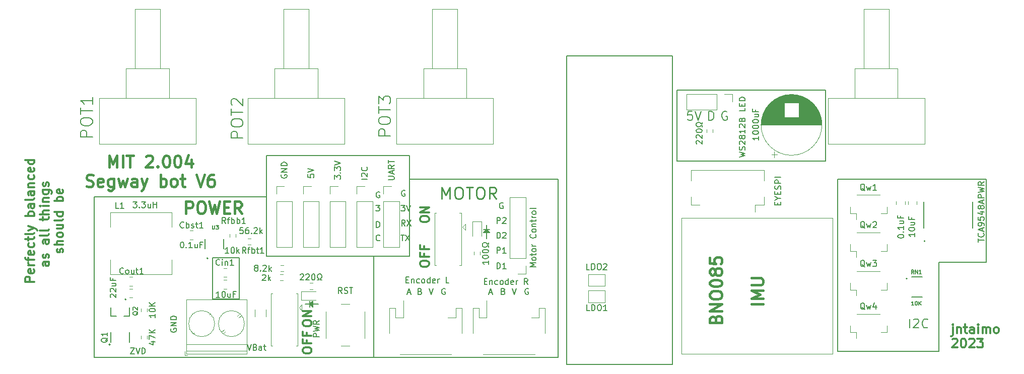
<source format=gbr>
%TF.GenerationSoftware,KiCad,Pcbnew,7.0.1-0*%
%TF.CreationDate,2023-07-27T20:08:02-04:00*%
%TF.ProjectId,Segway V3,53656777-6179-4205-9633-2e6b69636164,V1*%
%TF.SameCoordinates,Original*%
%TF.FileFunction,Legend,Top*%
%TF.FilePolarity,Positive*%
%FSLAX46Y46*%
G04 Gerber Fmt 4.6, Leading zero omitted, Abs format (unit mm)*
G04 Created by KiCad (PCBNEW 7.0.1-0) date 2023-07-27 20:08:02*
%MOMM*%
%LPD*%
G01*
G04 APERTURE LIST*
%ADD10C,0.150000*%
%ADD11C,0.437500*%
%ADD12C,0.187500*%
%ADD13C,0.250000*%
%ADD14C,0.300000*%
%ADD15C,0.400000*%
%ADD16C,0.200000*%
%ADD17C,0.120000*%
%ADD18C,0.127000*%
%ADD19C,0.100000*%
G04 APERTURE END LIST*
D10*
X165500000Y-96300000D02*
X183200000Y-96300000D01*
X183200000Y-148200000D01*
X165500000Y-148200000D01*
X165500000Y-96300000D01*
X122250000Y-138500000D02*
X122250000Y-137500000D01*
X133000000Y-130000000D02*
X133000000Y-147000000D01*
X211000000Y-117000000D02*
X236000000Y-117000000D01*
X152000000Y-124750000D02*
X152000000Y-127000000D01*
X236000000Y-131000000D02*
X228000000Y-131000000D01*
X228000000Y-131000000D02*
X228000000Y-146000000D01*
X115000000Y-113000000D02*
X139000000Y-113000000D01*
X184000000Y-114000000D02*
X209000000Y-114000000D01*
X115000000Y-130000000D02*
X132000000Y-130000000D01*
X164000000Y-117000000D02*
X164000000Y-147000000D01*
X139000000Y-113000000D02*
X139000000Y-130000000D01*
X86000000Y-147000000D02*
X86000000Y-120000000D01*
X139000000Y-117000000D02*
X164000000Y-117000000D01*
X132000000Y-130000000D02*
X133000000Y-130000000D01*
X228000000Y-146000000D02*
X211000000Y-146000000D01*
X209000000Y-102000000D02*
X184000000Y-102000000D01*
X122750000Y-138500000D02*
X122250000Y-138000000D01*
X122750000Y-137500000D01*
X122750000Y-138500000D01*
G36*
X122750000Y-138500000D02*
G01*
X122250000Y-138000000D01*
X122750000Y-137500000D01*
X122750000Y-138500000D01*
G37*
X164000000Y-147000000D02*
X133000000Y-147000000D01*
X121500000Y-138000000D02*
X123750000Y-138000000D01*
X184000000Y-102000000D02*
X184000000Y-114000000D01*
X115000000Y-120000000D02*
X115000000Y-113000000D01*
X133000000Y-147000000D02*
X86000000Y-147000000D01*
X236000000Y-117000000D02*
X236000000Y-131000000D01*
X115000000Y-120000000D02*
X115000000Y-130000000D01*
X152500000Y-126000000D02*
X151500000Y-126000000D01*
X152000000Y-125500000D01*
X152500000Y-126000000D01*
G36*
X152500000Y-126000000D02*
G01*
X151500000Y-126000000D01*
X152000000Y-125500000D01*
X152500000Y-126000000D01*
G37*
X151500000Y-125500000D02*
X152500000Y-125500000D01*
X139000000Y-130000000D02*
X133000000Y-130000000D01*
X86000000Y-120000000D02*
X115000000Y-120000000D01*
X209000000Y-114000000D02*
X209000000Y-102000000D01*
X211000000Y-146000000D02*
X211000000Y-117000000D01*
X105932500Y-130237500D02*
X110432500Y-130237500D01*
X110432500Y-137137500D01*
X105932500Y-137137500D01*
X105932500Y-130237500D01*
D11*
X88547618Y-115015238D02*
X88547618Y-113015238D01*
X88547618Y-113015238D02*
X89214285Y-114443809D01*
X89214285Y-114443809D02*
X89880951Y-113015238D01*
X89880951Y-113015238D02*
X89880951Y-115015238D01*
X90833332Y-115015238D02*
X90833332Y-113015238D01*
X91499999Y-113015238D02*
X92642856Y-113015238D01*
X92071427Y-115015238D02*
X92071427Y-113015238D01*
X94738095Y-113205714D02*
X94833333Y-113110476D01*
X94833333Y-113110476D02*
X95023809Y-113015238D01*
X95023809Y-113015238D02*
X95500000Y-113015238D01*
X95500000Y-113015238D02*
X95690476Y-113110476D01*
X95690476Y-113110476D02*
X95785714Y-113205714D01*
X95785714Y-113205714D02*
X95880952Y-113396190D01*
X95880952Y-113396190D02*
X95880952Y-113586666D01*
X95880952Y-113586666D02*
X95785714Y-113872380D01*
X95785714Y-113872380D02*
X94642857Y-115015238D01*
X94642857Y-115015238D02*
X95880952Y-115015238D01*
X96738095Y-114824761D02*
X96833333Y-114920000D01*
X96833333Y-114920000D02*
X96738095Y-115015238D01*
X96738095Y-115015238D02*
X96642857Y-114920000D01*
X96642857Y-114920000D02*
X96738095Y-114824761D01*
X96738095Y-114824761D02*
X96738095Y-115015238D01*
X98071428Y-113015238D02*
X98261905Y-113015238D01*
X98261905Y-113015238D02*
X98452381Y-113110476D01*
X98452381Y-113110476D02*
X98547619Y-113205714D01*
X98547619Y-113205714D02*
X98642857Y-113396190D01*
X98642857Y-113396190D02*
X98738095Y-113777142D01*
X98738095Y-113777142D02*
X98738095Y-114253333D01*
X98738095Y-114253333D02*
X98642857Y-114634285D01*
X98642857Y-114634285D02*
X98547619Y-114824761D01*
X98547619Y-114824761D02*
X98452381Y-114920000D01*
X98452381Y-114920000D02*
X98261905Y-115015238D01*
X98261905Y-115015238D02*
X98071428Y-115015238D01*
X98071428Y-115015238D02*
X97880952Y-114920000D01*
X97880952Y-114920000D02*
X97785714Y-114824761D01*
X97785714Y-114824761D02*
X97690476Y-114634285D01*
X97690476Y-114634285D02*
X97595238Y-114253333D01*
X97595238Y-114253333D02*
X97595238Y-113777142D01*
X97595238Y-113777142D02*
X97690476Y-113396190D01*
X97690476Y-113396190D02*
X97785714Y-113205714D01*
X97785714Y-113205714D02*
X97880952Y-113110476D01*
X97880952Y-113110476D02*
X98071428Y-113015238D01*
X99976190Y-113015238D02*
X100166667Y-113015238D01*
X100166667Y-113015238D02*
X100357143Y-113110476D01*
X100357143Y-113110476D02*
X100452381Y-113205714D01*
X100452381Y-113205714D02*
X100547619Y-113396190D01*
X100547619Y-113396190D02*
X100642857Y-113777142D01*
X100642857Y-113777142D02*
X100642857Y-114253333D01*
X100642857Y-114253333D02*
X100547619Y-114634285D01*
X100547619Y-114634285D02*
X100452381Y-114824761D01*
X100452381Y-114824761D02*
X100357143Y-114920000D01*
X100357143Y-114920000D02*
X100166667Y-115015238D01*
X100166667Y-115015238D02*
X99976190Y-115015238D01*
X99976190Y-115015238D02*
X99785714Y-114920000D01*
X99785714Y-114920000D02*
X99690476Y-114824761D01*
X99690476Y-114824761D02*
X99595238Y-114634285D01*
X99595238Y-114634285D02*
X99500000Y-114253333D01*
X99500000Y-114253333D02*
X99500000Y-113777142D01*
X99500000Y-113777142D02*
X99595238Y-113396190D01*
X99595238Y-113396190D02*
X99690476Y-113205714D01*
X99690476Y-113205714D02*
X99785714Y-113110476D01*
X99785714Y-113110476D02*
X99976190Y-113015238D01*
X102357143Y-113681904D02*
X102357143Y-115015238D01*
X101880952Y-112920000D02*
X101404762Y-114348571D01*
X101404762Y-114348571D02*
X102642857Y-114348571D01*
X84738094Y-118160000D02*
X85023808Y-118255238D01*
X85023808Y-118255238D02*
X85499999Y-118255238D01*
X85499999Y-118255238D02*
X85690475Y-118160000D01*
X85690475Y-118160000D02*
X85785713Y-118064761D01*
X85785713Y-118064761D02*
X85880951Y-117874285D01*
X85880951Y-117874285D02*
X85880951Y-117683809D01*
X85880951Y-117683809D02*
X85785713Y-117493333D01*
X85785713Y-117493333D02*
X85690475Y-117398095D01*
X85690475Y-117398095D02*
X85499999Y-117302857D01*
X85499999Y-117302857D02*
X85119046Y-117207619D01*
X85119046Y-117207619D02*
X84928570Y-117112380D01*
X84928570Y-117112380D02*
X84833332Y-117017142D01*
X84833332Y-117017142D02*
X84738094Y-116826666D01*
X84738094Y-116826666D02*
X84738094Y-116636190D01*
X84738094Y-116636190D02*
X84833332Y-116445714D01*
X84833332Y-116445714D02*
X84928570Y-116350476D01*
X84928570Y-116350476D02*
X85119046Y-116255238D01*
X85119046Y-116255238D02*
X85595237Y-116255238D01*
X85595237Y-116255238D02*
X85880951Y-116350476D01*
X87499999Y-118160000D02*
X87309523Y-118255238D01*
X87309523Y-118255238D02*
X86928570Y-118255238D01*
X86928570Y-118255238D02*
X86738094Y-118160000D01*
X86738094Y-118160000D02*
X86642856Y-117969523D01*
X86642856Y-117969523D02*
X86642856Y-117207619D01*
X86642856Y-117207619D02*
X86738094Y-117017142D01*
X86738094Y-117017142D02*
X86928570Y-116921904D01*
X86928570Y-116921904D02*
X87309523Y-116921904D01*
X87309523Y-116921904D02*
X87499999Y-117017142D01*
X87499999Y-117017142D02*
X87595237Y-117207619D01*
X87595237Y-117207619D02*
X87595237Y-117398095D01*
X87595237Y-117398095D02*
X86642856Y-117588571D01*
X89309523Y-116921904D02*
X89309523Y-118540952D01*
X89309523Y-118540952D02*
X89214285Y-118731428D01*
X89214285Y-118731428D02*
X89119047Y-118826666D01*
X89119047Y-118826666D02*
X88928570Y-118921904D01*
X88928570Y-118921904D02*
X88642856Y-118921904D01*
X88642856Y-118921904D02*
X88452380Y-118826666D01*
X89309523Y-118160000D02*
X89119047Y-118255238D01*
X89119047Y-118255238D02*
X88738094Y-118255238D01*
X88738094Y-118255238D02*
X88547618Y-118160000D01*
X88547618Y-118160000D02*
X88452380Y-118064761D01*
X88452380Y-118064761D02*
X88357142Y-117874285D01*
X88357142Y-117874285D02*
X88357142Y-117302857D01*
X88357142Y-117302857D02*
X88452380Y-117112380D01*
X88452380Y-117112380D02*
X88547618Y-117017142D01*
X88547618Y-117017142D02*
X88738094Y-116921904D01*
X88738094Y-116921904D02*
X89119047Y-116921904D01*
X89119047Y-116921904D02*
X89309523Y-117017142D01*
X90071428Y-116921904D02*
X90452380Y-118255238D01*
X90452380Y-118255238D02*
X90833333Y-117302857D01*
X90833333Y-117302857D02*
X91214285Y-118255238D01*
X91214285Y-118255238D02*
X91595237Y-116921904D01*
X93214285Y-118255238D02*
X93214285Y-117207619D01*
X93214285Y-117207619D02*
X93119047Y-117017142D01*
X93119047Y-117017142D02*
X92928571Y-116921904D01*
X92928571Y-116921904D02*
X92547618Y-116921904D01*
X92547618Y-116921904D02*
X92357142Y-117017142D01*
X93214285Y-118160000D02*
X93023809Y-118255238D01*
X93023809Y-118255238D02*
X92547618Y-118255238D01*
X92547618Y-118255238D02*
X92357142Y-118160000D01*
X92357142Y-118160000D02*
X92261904Y-117969523D01*
X92261904Y-117969523D02*
X92261904Y-117779047D01*
X92261904Y-117779047D02*
X92357142Y-117588571D01*
X92357142Y-117588571D02*
X92547618Y-117493333D01*
X92547618Y-117493333D02*
X93023809Y-117493333D01*
X93023809Y-117493333D02*
X93214285Y-117398095D01*
X93976190Y-116921904D02*
X94452380Y-118255238D01*
X94928571Y-116921904D02*
X94452380Y-118255238D01*
X94452380Y-118255238D02*
X94261904Y-118731428D01*
X94261904Y-118731428D02*
X94166666Y-118826666D01*
X94166666Y-118826666D02*
X93976190Y-118921904D01*
X97214286Y-118255238D02*
X97214286Y-116255238D01*
X97214286Y-117017142D02*
X97404762Y-116921904D01*
X97404762Y-116921904D02*
X97785715Y-116921904D01*
X97785715Y-116921904D02*
X97976191Y-117017142D01*
X97976191Y-117017142D02*
X98071429Y-117112380D01*
X98071429Y-117112380D02*
X98166667Y-117302857D01*
X98166667Y-117302857D02*
X98166667Y-117874285D01*
X98166667Y-117874285D02*
X98071429Y-118064761D01*
X98071429Y-118064761D02*
X97976191Y-118160000D01*
X97976191Y-118160000D02*
X97785715Y-118255238D01*
X97785715Y-118255238D02*
X97404762Y-118255238D01*
X97404762Y-118255238D02*
X97214286Y-118160000D01*
X99309524Y-118255238D02*
X99119048Y-118160000D01*
X99119048Y-118160000D02*
X99023810Y-118064761D01*
X99023810Y-118064761D02*
X98928572Y-117874285D01*
X98928572Y-117874285D02*
X98928572Y-117302857D01*
X98928572Y-117302857D02*
X99023810Y-117112380D01*
X99023810Y-117112380D02*
X99119048Y-117017142D01*
X99119048Y-117017142D02*
X99309524Y-116921904D01*
X99309524Y-116921904D02*
X99595239Y-116921904D01*
X99595239Y-116921904D02*
X99785715Y-117017142D01*
X99785715Y-117017142D02*
X99880953Y-117112380D01*
X99880953Y-117112380D02*
X99976191Y-117302857D01*
X99976191Y-117302857D02*
X99976191Y-117874285D01*
X99976191Y-117874285D02*
X99880953Y-118064761D01*
X99880953Y-118064761D02*
X99785715Y-118160000D01*
X99785715Y-118160000D02*
X99595239Y-118255238D01*
X99595239Y-118255238D02*
X99309524Y-118255238D01*
X100547620Y-116921904D02*
X101309524Y-116921904D01*
X100833334Y-116255238D02*
X100833334Y-117969523D01*
X100833334Y-117969523D02*
X100928572Y-118160000D01*
X100928572Y-118160000D02*
X101119048Y-118255238D01*
X101119048Y-118255238D02*
X101309524Y-118255238D01*
X103214287Y-116255238D02*
X103880953Y-118255238D01*
X103880953Y-118255238D02*
X104547620Y-116255238D01*
X106071430Y-116255238D02*
X105690477Y-116255238D01*
X105690477Y-116255238D02*
X105500001Y-116350476D01*
X105500001Y-116350476D02*
X105404763Y-116445714D01*
X105404763Y-116445714D02*
X105214287Y-116731428D01*
X105214287Y-116731428D02*
X105119049Y-117112380D01*
X105119049Y-117112380D02*
X105119049Y-117874285D01*
X105119049Y-117874285D02*
X105214287Y-118064761D01*
X105214287Y-118064761D02*
X105309525Y-118160000D01*
X105309525Y-118160000D02*
X105500001Y-118255238D01*
X105500001Y-118255238D02*
X105880954Y-118255238D01*
X105880954Y-118255238D02*
X106071430Y-118160000D01*
X106071430Y-118160000D02*
X106166668Y-118064761D01*
X106166668Y-118064761D02*
X106261906Y-117874285D01*
X106261906Y-117874285D02*
X106261906Y-117398095D01*
X106261906Y-117398095D02*
X106166668Y-117207619D01*
X106166668Y-117207619D02*
X106071430Y-117112380D01*
X106071430Y-117112380D02*
X105880954Y-117017142D01*
X105880954Y-117017142D02*
X105500001Y-117017142D01*
X105500001Y-117017142D02*
X105309525Y-117112380D01*
X105309525Y-117112380D02*
X105214287Y-117207619D01*
X105214287Y-117207619D02*
X105119049Y-117398095D01*
D10*
X134011904Y-119175238D02*
X133916666Y-119127619D01*
X133916666Y-119127619D02*
X133773809Y-119127619D01*
X133773809Y-119127619D02*
X133630952Y-119175238D01*
X133630952Y-119175238D02*
X133535714Y-119270476D01*
X133535714Y-119270476D02*
X133488095Y-119365714D01*
X133488095Y-119365714D02*
X133440476Y-119556190D01*
X133440476Y-119556190D02*
X133440476Y-119699047D01*
X133440476Y-119699047D02*
X133488095Y-119889523D01*
X133488095Y-119889523D02*
X133535714Y-119984761D01*
X133535714Y-119984761D02*
X133630952Y-120080000D01*
X133630952Y-120080000D02*
X133773809Y-120127619D01*
X133773809Y-120127619D02*
X133869047Y-120127619D01*
X133869047Y-120127619D02*
X134011904Y-120080000D01*
X134011904Y-120080000D02*
X134059523Y-120032380D01*
X134059523Y-120032380D02*
X134059523Y-119699047D01*
X134059523Y-119699047D02*
X133869047Y-119699047D01*
X137595238Y-126377619D02*
X138166666Y-126377619D01*
X137880952Y-127377619D02*
X137880952Y-126377619D01*
X138404762Y-126377619D02*
X139071428Y-127377619D01*
X139071428Y-126377619D02*
X138404762Y-127377619D01*
D12*
X189357142Y-107066428D02*
X189357142Y-105566428D01*
X189357142Y-105566428D02*
X189714285Y-105566428D01*
X189714285Y-105566428D02*
X189928571Y-105637857D01*
X189928571Y-105637857D02*
X190071428Y-105780714D01*
X190071428Y-105780714D02*
X190142857Y-105923571D01*
X190142857Y-105923571D02*
X190214285Y-106209285D01*
X190214285Y-106209285D02*
X190214285Y-106423571D01*
X190214285Y-106423571D02*
X190142857Y-106709285D01*
X190142857Y-106709285D02*
X190071428Y-106852142D01*
X190071428Y-106852142D02*
X189928571Y-106995000D01*
X189928571Y-106995000D02*
X189714285Y-107066428D01*
X189714285Y-107066428D02*
X189357142Y-107066428D01*
D10*
X133488095Y-125127619D02*
X133488095Y-124127619D01*
X133488095Y-124127619D02*
X133726190Y-124127619D01*
X133726190Y-124127619D02*
X133869047Y-124175238D01*
X133869047Y-124175238D02*
X133964285Y-124270476D01*
X133964285Y-124270476D02*
X134011904Y-124365714D01*
X134011904Y-124365714D02*
X134059523Y-124556190D01*
X134059523Y-124556190D02*
X134059523Y-124699047D01*
X134059523Y-124699047D02*
X134011904Y-124889523D01*
X134011904Y-124889523D02*
X133964285Y-124984761D01*
X133964285Y-124984761D02*
X133869047Y-125080000D01*
X133869047Y-125080000D02*
X133726190Y-125127619D01*
X133726190Y-125127619D02*
X133488095Y-125127619D01*
D13*
X144476190Y-120330238D02*
X144476190Y-118330238D01*
X144476190Y-118330238D02*
X145142857Y-119758809D01*
X145142857Y-119758809D02*
X145809523Y-118330238D01*
X145809523Y-118330238D02*
X145809523Y-120330238D01*
X147142856Y-118330238D02*
X147523809Y-118330238D01*
X147523809Y-118330238D02*
X147714285Y-118425476D01*
X147714285Y-118425476D02*
X147904761Y-118615952D01*
X147904761Y-118615952D02*
X147999999Y-118996904D01*
X147999999Y-118996904D02*
X147999999Y-119663571D01*
X147999999Y-119663571D02*
X147904761Y-120044523D01*
X147904761Y-120044523D02*
X147714285Y-120235000D01*
X147714285Y-120235000D02*
X147523809Y-120330238D01*
X147523809Y-120330238D02*
X147142856Y-120330238D01*
X147142856Y-120330238D02*
X146952380Y-120235000D01*
X146952380Y-120235000D02*
X146761904Y-120044523D01*
X146761904Y-120044523D02*
X146666666Y-119663571D01*
X146666666Y-119663571D02*
X146666666Y-118996904D01*
X146666666Y-118996904D02*
X146761904Y-118615952D01*
X146761904Y-118615952D02*
X146952380Y-118425476D01*
X146952380Y-118425476D02*
X147142856Y-118330238D01*
X148571428Y-118330238D02*
X149714285Y-118330238D01*
X149142856Y-120330238D02*
X149142856Y-118330238D01*
X150761904Y-118330238D02*
X151142857Y-118330238D01*
X151142857Y-118330238D02*
X151333333Y-118425476D01*
X151333333Y-118425476D02*
X151523809Y-118615952D01*
X151523809Y-118615952D02*
X151619047Y-118996904D01*
X151619047Y-118996904D02*
X151619047Y-119663571D01*
X151619047Y-119663571D02*
X151523809Y-120044523D01*
X151523809Y-120044523D02*
X151333333Y-120235000D01*
X151333333Y-120235000D02*
X151142857Y-120330238D01*
X151142857Y-120330238D02*
X150761904Y-120330238D01*
X150761904Y-120330238D02*
X150571428Y-120235000D01*
X150571428Y-120235000D02*
X150380952Y-120044523D01*
X150380952Y-120044523D02*
X150285714Y-119663571D01*
X150285714Y-119663571D02*
X150285714Y-118996904D01*
X150285714Y-118996904D02*
X150380952Y-118615952D01*
X150380952Y-118615952D02*
X150571428Y-118425476D01*
X150571428Y-118425476D02*
X150761904Y-118330238D01*
X153619047Y-120330238D02*
X152952380Y-119377857D01*
X152476190Y-120330238D02*
X152476190Y-118330238D01*
X152476190Y-118330238D02*
X153238095Y-118330238D01*
X153238095Y-118330238D02*
X153428571Y-118425476D01*
X153428571Y-118425476D02*
X153523809Y-118520714D01*
X153523809Y-118520714D02*
X153619047Y-118711190D01*
X153619047Y-118711190D02*
X153619047Y-118996904D01*
X153619047Y-118996904D02*
X153523809Y-119187380D01*
X153523809Y-119187380D02*
X153428571Y-119282619D01*
X153428571Y-119282619D02*
X153238095Y-119377857D01*
X153238095Y-119377857D02*
X152476190Y-119377857D01*
D10*
X138690476Y-136091904D02*
X139166666Y-136091904D01*
X138595238Y-136377619D02*
X138928571Y-135377619D01*
X138928571Y-135377619D02*
X139261904Y-136377619D01*
D14*
X140816428Y-131357142D02*
X140816428Y-131071428D01*
X140816428Y-131071428D02*
X140887857Y-130928571D01*
X140887857Y-130928571D02*
X141030714Y-130785714D01*
X141030714Y-130785714D02*
X141316428Y-130714285D01*
X141316428Y-130714285D02*
X141816428Y-130714285D01*
X141816428Y-130714285D02*
X142102142Y-130785714D01*
X142102142Y-130785714D02*
X142245000Y-130928571D01*
X142245000Y-130928571D02*
X142316428Y-131071428D01*
X142316428Y-131071428D02*
X142316428Y-131357142D01*
X142316428Y-131357142D02*
X142245000Y-131500000D01*
X142245000Y-131500000D02*
X142102142Y-131642857D01*
X142102142Y-131642857D02*
X141816428Y-131714285D01*
X141816428Y-131714285D02*
X141316428Y-131714285D01*
X141316428Y-131714285D02*
X141030714Y-131642857D01*
X141030714Y-131642857D02*
X140887857Y-131500000D01*
X140887857Y-131500000D02*
X140816428Y-131357142D01*
X141530714Y-129571428D02*
X141530714Y-130071428D01*
X142316428Y-130071428D02*
X140816428Y-130071428D01*
X140816428Y-130071428D02*
X140816428Y-129357142D01*
X141530714Y-128285714D02*
X141530714Y-128785714D01*
X142316428Y-128785714D02*
X140816428Y-128785714D01*
X140816428Y-128785714D02*
X140816428Y-128071428D01*
D10*
X111762740Y-144785119D02*
X112096073Y-145785119D01*
X112096073Y-145785119D02*
X112429406Y-144785119D01*
X113096073Y-145261309D02*
X113238930Y-145308928D01*
X113238930Y-145308928D02*
X113286549Y-145356547D01*
X113286549Y-145356547D02*
X113334168Y-145451785D01*
X113334168Y-145451785D02*
X113334168Y-145594642D01*
X113334168Y-145594642D02*
X113286549Y-145689880D01*
X113286549Y-145689880D02*
X113238930Y-145737500D01*
X113238930Y-145737500D02*
X113143692Y-145785119D01*
X113143692Y-145785119D02*
X112762740Y-145785119D01*
X112762740Y-145785119D02*
X112762740Y-144785119D01*
X112762740Y-144785119D02*
X113096073Y-144785119D01*
X113096073Y-144785119D02*
X113191311Y-144832738D01*
X113191311Y-144832738D02*
X113238930Y-144880357D01*
X113238930Y-144880357D02*
X113286549Y-144975595D01*
X113286549Y-144975595D02*
X113286549Y-145070833D01*
X113286549Y-145070833D02*
X113238930Y-145166071D01*
X113238930Y-145166071D02*
X113191311Y-145213690D01*
X113191311Y-145213690D02*
X113096073Y-145261309D01*
X113096073Y-145261309D02*
X112762740Y-145261309D01*
X114191311Y-145785119D02*
X114191311Y-145261309D01*
X114191311Y-145261309D02*
X114143692Y-145166071D01*
X114143692Y-145166071D02*
X114048454Y-145118452D01*
X114048454Y-145118452D02*
X113857978Y-145118452D01*
X113857978Y-145118452D02*
X113762740Y-145166071D01*
X114191311Y-145737500D02*
X114096073Y-145785119D01*
X114096073Y-145785119D02*
X113857978Y-145785119D01*
X113857978Y-145785119D02*
X113762740Y-145737500D01*
X113762740Y-145737500D02*
X113715121Y-145642261D01*
X113715121Y-145642261D02*
X113715121Y-145547023D01*
X113715121Y-145547023D02*
X113762740Y-145451785D01*
X113762740Y-145451785D02*
X113857978Y-145404166D01*
X113857978Y-145404166D02*
X114096073Y-145404166D01*
X114096073Y-145404166D02*
X114191311Y-145356547D01*
X114524645Y-145118452D02*
X114905597Y-145118452D01*
X114667502Y-144785119D02*
X114667502Y-145642261D01*
X114667502Y-145642261D02*
X114715121Y-145737500D01*
X114715121Y-145737500D02*
X114810359Y-145785119D01*
X114810359Y-145785119D02*
X114905597Y-145785119D01*
X154761904Y-121000238D02*
X154666666Y-120952619D01*
X154666666Y-120952619D02*
X154523809Y-120952619D01*
X154523809Y-120952619D02*
X154380952Y-121000238D01*
X154380952Y-121000238D02*
X154285714Y-121095476D01*
X154285714Y-121095476D02*
X154238095Y-121190714D01*
X154238095Y-121190714D02*
X154190476Y-121381190D01*
X154190476Y-121381190D02*
X154190476Y-121524047D01*
X154190476Y-121524047D02*
X154238095Y-121714523D01*
X154238095Y-121714523D02*
X154285714Y-121809761D01*
X154285714Y-121809761D02*
X154380952Y-121905000D01*
X154380952Y-121905000D02*
X154523809Y-121952619D01*
X154523809Y-121952619D02*
X154619047Y-121952619D01*
X154619047Y-121952619D02*
X154761904Y-121905000D01*
X154761904Y-121905000D02*
X154809523Y-121857380D01*
X154809523Y-121857380D02*
X154809523Y-121524047D01*
X154809523Y-121524047D02*
X154619047Y-121524047D01*
D12*
X192392857Y-105637857D02*
X192250000Y-105566428D01*
X192250000Y-105566428D02*
X192035714Y-105566428D01*
X192035714Y-105566428D02*
X191821428Y-105637857D01*
X191821428Y-105637857D02*
X191678571Y-105780714D01*
X191678571Y-105780714D02*
X191607142Y-105923571D01*
X191607142Y-105923571D02*
X191535714Y-106209285D01*
X191535714Y-106209285D02*
X191535714Y-106423571D01*
X191535714Y-106423571D02*
X191607142Y-106709285D01*
X191607142Y-106709285D02*
X191678571Y-106852142D01*
X191678571Y-106852142D02*
X191821428Y-106995000D01*
X191821428Y-106995000D02*
X192035714Y-107066428D01*
X192035714Y-107066428D02*
X192178571Y-107066428D01*
X192178571Y-107066428D02*
X192392857Y-106995000D01*
X192392857Y-106995000D02*
X192464285Y-106923571D01*
X192464285Y-106923571D02*
X192464285Y-106423571D01*
X192464285Y-106423571D02*
X192178571Y-106423571D01*
D10*
X98925238Y-142150595D02*
X98877619Y-142245833D01*
X98877619Y-142245833D02*
X98877619Y-142388690D01*
X98877619Y-142388690D02*
X98925238Y-142531547D01*
X98925238Y-142531547D02*
X99020476Y-142626785D01*
X99020476Y-142626785D02*
X99115714Y-142674404D01*
X99115714Y-142674404D02*
X99306190Y-142722023D01*
X99306190Y-142722023D02*
X99449047Y-142722023D01*
X99449047Y-142722023D02*
X99639523Y-142674404D01*
X99639523Y-142674404D02*
X99734761Y-142626785D01*
X99734761Y-142626785D02*
X99830000Y-142531547D01*
X99830000Y-142531547D02*
X99877619Y-142388690D01*
X99877619Y-142388690D02*
X99877619Y-142293452D01*
X99877619Y-142293452D02*
X99830000Y-142150595D01*
X99830000Y-142150595D02*
X99782380Y-142102976D01*
X99782380Y-142102976D02*
X99449047Y-142102976D01*
X99449047Y-142102976D02*
X99449047Y-142293452D01*
X99877619Y-141674404D02*
X98877619Y-141674404D01*
X98877619Y-141674404D02*
X99877619Y-141102976D01*
X99877619Y-141102976D02*
X98877619Y-141102976D01*
X99877619Y-140626785D02*
X98877619Y-140626785D01*
X98877619Y-140626785D02*
X98877619Y-140388690D01*
X98877619Y-140388690D02*
X98925238Y-140245833D01*
X98925238Y-140245833D02*
X99020476Y-140150595D01*
X99020476Y-140150595D02*
X99115714Y-140102976D01*
X99115714Y-140102976D02*
X99306190Y-140055357D01*
X99306190Y-140055357D02*
X99449047Y-140055357D01*
X99449047Y-140055357D02*
X99639523Y-140102976D01*
X99639523Y-140102976D02*
X99734761Y-140150595D01*
X99734761Y-140150595D02*
X99830000Y-140245833D01*
X99830000Y-140245833D02*
X99877619Y-140388690D01*
X99877619Y-140388690D02*
X99877619Y-140626785D01*
X153738095Y-124452619D02*
X153738095Y-123452619D01*
X153738095Y-123452619D02*
X154119047Y-123452619D01*
X154119047Y-123452619D02*
X154214285Y-123500238D01*
X154214285Y-123500238D02*
X154261904Y-123547857D01*
X154261904Y-123547857D02*
X154309523Y-123643095D01*
X154309523Y-123643095D02*
X154309523Y-123785952D01*
X154309523Y-123785952D02*
X154261904Y-123881190D01*
X154261904Y-123881190D02*
X154214285Y-123928809D01*
X154214285Y-123928809D02*
X154119047Y-123976428D01*
X154119047Y-123976428D02*
X153738095Y-123976428D01*
X154690476Y-123547857D02*
X154738095Y-123500238D01*
X154738095Y-123500238D02*
X154833333Y-123452619D01*
X154833333Y-123452619D02*
X155071428Y-123452619D01*
X155071428Y-123452619D02*
X155166666Y-123500238D01*
X155166666Y-123500238D02*
X155214285Y-123547857D01*
X155214285Y-123547857D02*
X155261904Y-123643095D01*
X155261904Y-123643095D02*
X155261904Y-123738333D01*
X155261904Y-123738333D02*
X155214285Y-123881190D01*
X155214285Y-123881190D02*
X154642857Y-124452619D01*
X154642857Y-124452619D02*
X155261904Y-124452619D01*
X142345238Y-135377619D02*
X142678571Y-136377619D01*
X142678571Y-136377619D02*
X143011904Y-135377619D01*
X152440476Y-136091904D02*
X152916666Y-136091904D01*
X152345238Y-136377619D02*
X152678571Y-135377619D01*
X152678571Y-135377619D02*
X153011904Y-136377619D01*
X137642857Y-121377619D02*
X138261904Y-121377619D01*
X138261904Y-121377619D02*
X137928571Y-121758571D01*
X137928571Y-121758571D02*
X138071428Y-121758571D01*
X138071428Y-121758571D02*
X138166666Y-121806190D01*
X138166666Y-121806190D02*
X138214285Y-121853809D01*
X138214285Y-121853809D02*
X138261904Y-121949047D01*
X138261904Y-121949047D02*
X138261904Y-122187142D01*
X138261904Y-122187142D02*
X138214285Y-122282380D01*
X138214285Y-122282380D02*
X138166666Y-122330000D01*
X138166666Y-122330000D02*
X138071428Y-122377619D01*
X138071428Y-122377619D02*
X137785714Y-122377619D01*
X137785714Y-122377619D02*
X137690476Y-122330000D01*
X137690476Y-122330000D02*
X137642857Y-122282380D01*
X138547619Y-121377619D02*
X138880952Y-122377619D01*
X138880952Y-122377619D02*
X139214285Y-121377619D01*
X156345238Y-135377619D02*
X156678571Y-136377619D01*
X156678571Y-136377619D02*
X157011904Y-135377619D01*
X154821428Y-135853809D02*
X154964285Y-135901428D01*
X154964285Y-135901428D02*
X155011904Y-135949047D01*
X155011904Y-135949047D02*
X155059523Y-136044285D01*
X155059523Y-136044285D02*
X155059523Y-136187142D01*
X155059523Y-136187142D02*
X155011904Y-136282380D01*
X155011904Y-136282380D02*
X154964285Y-136330000D01*
X154964285Y-136330000D02*
X154869047Y-136377619D01*
X154869047Y-136377619D02*
X154488095Y-136377619D01*
X154488095Y-136377619D02*
X154488095Y-135377619D01*
X154488095Y-135377619D02*
X154821428Y-135377619D01*
X154821428Y-135377619D02*
X154916666Y-135425238D01*
X154916666Y-135425238D02*
X154964285Y-135472857D01*
X154964285Y-135472857D02*
X155011904Y-135568095D01*
X155011904Y-135568095D02*
X155011904Y-135663333D01*
X155011904Y-135663333D02*
X154964285Y-135758571D01*
X154964285Y-135758571D02*
X154916666Y-135806190D01*
X154916666Y-135806190D02*
X154821428Y-135853809D01*
X154821428Y-135853809D02*
X154488095Y-135853809D01*
D15*
X101476190Y-122755238D02*
X101476190Y-120755238D01*
X101476190Y-120755238D02*
X102238095Y-120755238D01*
X102238095Y-120755238D02*
X102428571Y-120850476D01*
X102428571Y-120850476D02*
X102523809Y-120945714D01*
X102523809Y-120945714D02*
X102619047Y-121136190D01*
X102619047Y-121136190D02*
X102619047Y-121421904D01*
X102619047Y-121421904D02*
X102523809Y-121612380D01*
X102523809Y-121612380D02*
X102428571Y-121707619D01*
X102428571Y-121707619D02*
X102238095Y-121802857D01*
X102238095Y-121802857D02*
X101476190Y-121802857D01*
X103857142Y-120755238D02*
X104238095Y-120755238D01*
X104238095Y-120755238D02*
X104428571Y-120850476D01*
X104428571Y-120850476D02*
X104619047Y-121040952D01*
X104619047Y-121040952D02*
X104714285Y-121421904D01*
X104714285Y-121421904D02*
X104714285Y-122088571D01*
X104714285Y-122088571D02*
X104619047Y-122469523D01*
X104619047Y-122469523D02*
X104428571Y-122660000D01*
X104428571Y-122660000D02*
X104238095Y-122755238D01*
X104238095Y-122755238D02*
X103857142Y-122755238D01*
X103857142Y-122755238D02*
X103666666Y-122660000D01*
X103666666Y-122660000D02*
X103476190Y-122469523D01*
X103476190Y-122469523D02*
X103380952Y-122088571D01*
X103380952Y-122088571D02*
X103380952Y-121421904D01*
X103380952Y-121421904D02*
X103476190Y-121040952D01*
X103476190Y-121040952D02*
X103666666Y-120850476D01*
X103666666Y-120850476D02*
X103857142Y-120755238D01*
X105380952Y-120755238D02*
X105857142Y-122755238D01*
X105857142Y-122755238D02*
X106238095Y-121326666D01*
X106238095Y-121326666D02*
X106619047Y-122755238D01*
X106619047Y-122755238D02*
X107095238Y-120755238D01*
X107857142Y-121707619D02*
X108523809Y-121707619D01*
X108809523Y-122755238D02*
X107857142Y-122755238D01*
X107857142Y-122755238D02*
X107857142Y-120755238D01*
X107857142Y-120755238D02*
X108809523Y-120755238D01*
X110809523Y-122755238D02*
X110142856Y-121802857D01*
X109666666Y-122755238D02*
X109666666Y-120755238D01*
X109666666Y-120755238D02*
X110428571Y-120755238D01*
X110428571Y-120755238D02*
X110619047Y-120850476D01*
X110619047Y-120850476D02*
X110714285Y-120945714D01*
X110714285Y-120945714D02*
X110809523Y-121136190D01*
X110809523Y-121136190D02*
X110809523Y-121421904D01*
X110809523Y-121421904D02*
X110714285Y-121612380D01*
X110714285Y-121612380D02*
X110619047Y-121707619D01*
X110619047Y-121707619D02*
X110428571Y-121802857D01*
X110428571Y-121802857D02*
X109666666Y-121802857D01*
D14*
X75956428Y-134249999D02*
X74456428Y-134249999D01*
X74456428Y-134249999D02*
X74456428Y-133678570D01*
X74456428Y-133678570D02*
X74527857Y-133535713D01*
X74527857Y-133535713D02*
X74599285Y-133464284D01*
X74599285Y-133464284D02*
X74742142Y-133392856D01*
X74742142Y-133392856D02*
X74956428Y-133392856D01*
X74956428Y-133392856D02*
X75099285Y-133464284D01*
X75099285Y-133464284D02*
X75170714Y-133535713D01*
X75170714Y-133535713D02*
X75242142Y-133678570D01*
X75242142Y-133678570D02*
X75242142Y-134249999D01*
X75885000Y-132178570D02*
X75956428Y-132321427D01*
X75956428Y-132321427D02*
X75956428Y-132607142D01*
X75956428Y-132607142D02*
X75885000Y-132749999D01*
X75885000Y-132749999D02*
X75742142Y-132821427D01*
X75742142Y-132821427D02*
X75170714Y-132821427D01*
X75170714Y-132821427D02*
X75027857Y-132749999D01*
X75027857Y-132749999D02*
X74956428Y-132607142D01*
X74956428Y-132607142D02*
X74956428Y-132321427D01*
X74956428Y-132321427D02*
X75027857Y-132178570D01*
X75027857Y-132178570D02*
X75170714Y-132107142D01*
X75170714Y-132107142D02*
X75313571Y-132107142D01*
X75313571Y-132107142D02*
X75456428Y-132821427D01*
X75956428Y-131464285D02*
X74956428Y-131464285D01*
X75242142Y-131464285D02*
X75099285Y-131392856D01*
X75099285Y-131392856D02*
X75027857Y-131321428D01*
X75027857Y-131321428D02*
X74956428Y-131178570D01*
X74956428Y-131178570D02*
X74956428Y-131035713D01*
X74956428Y-130749999D02*
X74956428Y-130178571D01*
X75956428Y-130535714D02*
X74670714Y-130535714D01*
X74670714Y-130535714D02*
X74527857Y-130464285D01*
X74527857Y-130464285D02*
X74456428Y-130321428D01*
X74456428Y-130321428D02*
X74456428Y-130178571D01*
X75885000Y-129107142D02*
X75956428Y-129249999D01*
X75956428Y-129249999D02*
X75956428Y-129535714D01*
X75956428Y-129535714D02*
X75885000Y-129678571D01*
X75885000Y-129678571D02*
X75742142Y-129749999D01*
X75742142Y-129749999D02*
X75170714Y-129749999D01*
X75170714Y-129749999D02*
X75027857Y-129678571D01*
X75027857Y-129678571D02*
X74956428Y-129535714D01*
X74956428Y-129535714D02*
X74956428Y-129249999D01*
X74956428Y-129249999D02*
X75027857Y-129107142D01*
X75027857Y-129107142D02*
X75170714Y-129035714D01*
X75170714Y-129035714D02*
X75313571Y-129035714D01*
X75313571Y-129035714D02*
X75456428Y-129749999D01*
X75885000Y-127750000D02*
X75956428Y-127892857D01*
X75956428Y-127892857D02*
X75956428Y-128178571D01*
X75956428Y-128178571D02*
X75885000Y-128321428D01*
X75885000Y-128321428D02*
X75813571Y-128392857D01*
X75813571Y-128392857D02*
X75670714Y-128464285D01*
X75670714Y-128464285D02*
X75242142Y-128464285D01*
X75242142Y-128464285D02*
X75099285Y-128392857D01*
X75099285Y-128392857D02*
X75027857Y-128321428D01*
X75027857Y-128321428D02*
X74956428Y-128178571D01*
X74956428Y-128178571D02*
X74956428Y-127892857D01*
X74956428Y-127892857D02*
X75027857Y-127750000D01*
X74956428Y-127321428D02*
X74956428Y-126750000D01*
X74456428Y-127107143D02*
X75742142Y-127107143D01*
X75742142Y-127107143D02*
X75885000Y-127035714D01*
X75885000Y-127035714D02*
X75956428Y-126892857D01*
X75956428Y-126892857D02*
X75956428Y-126750000D01*
X75956428Y-126035714D02*
X75885000Y-126178571D01*
X75885000Y-126178571D02*
X75742142Y-126250000D01*
X75742142Y-126250000D02*
X74456428Y-126250000D01*
X74956428Y-125607143D02*
X75956428Y-125250000D01*
X74956428Y-124892857D02*
X75956428Y-125250000D01*
X75956428Y-125250000D02*
X76313571Y-125392857D01*
X76313571Y-125392857D02*
X76385000Y-125464286D01*
X76385000Y-125464286D02*
X76456428Y-125607143D01*
X75956428Y-123178572D02*
X74456428Y-123178572D01*
X75027857Y-123178572D02*
X74956428Y-123035715D01*
X74956428Y-123035715D02*
X74956428Y-122750000D01*
X74956428Y-122750000D02*
X75027857Y-122607143D01*
X75027857Y-122607143D02*
X75099285Y-122535715D01*
X75099285Y-122535715D02*
X75242142Y-122464286D01*
X75242142Y-122464286D02*
X75670714Y-122464286D01*
X75670714Y-122464286D02*
X75813571Y-122535715D01*
X75813571Y-122535715D02*
X75885000Y-122607143D01*
X75885000Y-122607143D02*
X75956428Y-122750000D01*
X75956428Y-122750000D02*
X75956428Y-123035715D01*
X75956428Y-123035715D02*
X75885000Y-123178572D01*
X75956428Y-121178572D02*
X75170714Y-121178572D01*
X75170714Y-121178572D02*
X75027857Y-121250000D01*
X75027857Y-121250000D02*
X74956428Y-121392857D01*
X74956428Y-121392857D02*
X74956428Y-121678572D01*
X74956428Y-121678572D02*
X75027857Y-121821429D01*
X75885000Y-121178572D02*
X75956428Y-121321429D01*
X75956428Y-121321429D02*
X75956428Y-121678572D01*
X75956428Y-121678572D02*
X75885000Y-121821429D01*
X75885000Y-121821429D02*
X75742142Y-121892857D01*
X75742142Y-121892857D02*
X75599285Y-121892857D01*
X75599285Y-121892857D02*
X75456428Y-121821429D01*
X75456428Y-121821429D02*
X75385000Y-121678572D01*
X75385000Y-121678572D02*
X75385000Y-121321429D01*
X75385000Y-121321429D02*
X75313571Y-121178572D01*
X75956428Y-120250000D02*
X75885000Y-120392857D01*
X75885000Y-120392857D02*
X75742142Y-120464286D01*
X75742142Y-120464286D02*
X74456428Y-120464286D01*
X75956428Y-119035715D02*
X75170714Y-119035715D01*
X75170714Y-119035715D02*
X75027857Y-119107143D01*
X75027857Y-119107143D02*
X74956428Y-119250000D01*
X74956428Y-119250000D02*
X74956428Y-119535715D01*
X74956428Y-119535715D02*
X75027857Y-119678572D01*
X75885000Y-119035715D02*
X75956428Y-119178572D01*
X75956428Y-119178572D02*
X75956428Y-119535715D01*
X75956428Y-119535715D02*
X75885000Y-119678572D01*
X75885000Y-119678572D02*
X75742142Y-119750000D01*
X75742142Y-119750000D02*
X75599285Y-119750000D01*
X75599285Y-119750000D02*
X75456428Y-119678572D01*
X75456428Y-119678572D02*
X75385000Y-119535715D01*
X75385000Y-119535715D02*
X75385000Y-119178572D01*
X75385000Y-119178572D02*
X75313571Y-119035715D01*
X74956428Y-118321429D02*
X75956428Y-118321429D01*
X75099285Y-118321429D02*
X75027857Y-118250000D01*
X75027857Y-118250000D02*
X74956428Y-118107143D01*
X74956428Y-118107143D02*
X74956428Y-117892857D01*
X74956428Y-117892857D02*
X75027857Y-117750000D01*
X75027857Y-117750000D02*
X75170714Y-117678572D01*
X75170714Y-117678572D02*
X75956428Y-117678572D01*
X75885000Y-116321429D02*
X75956428Y-116464286D01*
X75956428Y-116464286D02*
X75956428Y-116750000D01*
X75956428Y-116750000D02*
X75885000Y-116892857D01*
X75885000Y-116892857D02*
X75813571Y-116964286D01*
X75813571Y-116964286D02*
X75670714Y-117035714D01*
X75670714Y-117035714D02*
X75242142Y-117035714D01*
X75242142Y-117035714D02*
X75099285Y-116964286D01*
X75099285Y-116964286D02*
X75027857Y-116892857D01*
X75027857Y-116892857D02*
X74956428Y-116750000D01*
X74956428Y-116750000D02*
X74956428Y-116464286D01*
X74956428Y-116464286D02*
X75027857Y-116321429D01*
X75885000Y-115107143D02*
X75956428Y-115250000D01*
X75956428Y-115250000D02*
X75956428Y-115535715D01*
X75956428Y-115535715D02*
X75885000Y-115678572D01*
X75885000Y-115678572D02*
X75742142Y-115750000D01*
X75742142Y-115750000D02*
X75170714Y-115750000D01*
X75170714Y-115750000D02*
X75027857Y-115678572D01*
X75027857Y-115678572D02*
X74956428Y-115535715D01*
X74956428Y-115535715D02*
X74956428Y-115250000D01*
X74956428Y-115250000D02*
X75027857Y-115107143D01*
X75027857Y-115107143D02*
X75170714Y-115035715D01*
X75170714Y-115035715D02*
X75313571Y-115035715D01*
X75313571Y-115035715D02*
X75456428Y-115750000D01*
X75956428Y-113750001D02*
X74456428Y-113750001D01*
X75885000Y-113750001D02*
X75956428Y-113892858D01*
X75956428Y-113892858D02*
X75956428Y-114178572D01*
X75956428Y-114178572D02*
X75885000Y-114321429D01*
X75885000Y-114321429D02*
X75813571Y-114392858D01*
X75813571Y-114392858D02*
X75670714Y-114464286D01*
X75670714Y-114464286D02*
X75242142Y-114464286D01*
X75242142Y-114464286D02*
X75099285Y-114392858D01*
X75099285Y-114392858D02*
X75027857Y-114321429D01*
X75027857Y-114321429D02*
X74956428Y-114178572D01*
X74956428Y-114178572D02*
X74956428Y-113892858D01*
X74956428Y-113892858D02*
X75027857Y-113750001D01*
X78386428Y-130892857D02*
X77600714Y-130892857D01*
X77600714Y-130892857D02*
X77457857Y-130964285D01*
X77457857Y-130964285D02*
X77386428Y-131107142D01*
X77386428Y-131107142D02*
X77386428Y-131392857D01*
X77386428Y-131392857D02*
X77457857Y-131535714D01*
X78315000Y-130892857D02*
X78386428Y-131035714D01*
X78386428Y-131035714D02*
X78386428Y-131392857D01*
X78386428Y-131392857D02*
X78315000Y-131535714D01*
X78315000Y-131535714D02*
X78172142Y-131607142D01*
X78172142Y-131607142D02*
X78029285Y-131607142D01*
X78029285Y-131607142D02*
X77886428Y-131535714D01*
X77886428Y-131535714D02*
X77815000Y-131392857D01*
X77815000Y-131392857D02*
X77815000Y-131035714D01*
X77815000Y-131035714D02*
X77743571Y-130892857D01*
X78315000Y-130249999D02*
X78386428Y-130107142D01*
X78386428Y-130107142D02*
X78386428Y-129821428D01*
X78386428Y-129821428D02*
X78315000Y-129678571D01*
X78315000Y-129678571D02*
X78172142Y-129607142D01*
X78172142Y-129607142D02*
X78100714Y-129607142D01*
X78100714Y-129607142D02*
X77957857Y-129678571D01*
X77957857Y-129678571D02*
X77886428Y-129821428D01*
X77886428Y-129821428D02*
X77886428Y-130035714D01*
X77886428Y-130035714D02*
X77815000Y-130178571D01*
X77815000Y-130178571D02*
X77672142Y-130249999D01*
X77672142Y-130249999D02*
X77600714Y-130249999D01*
X77600714Y-130249999D02*
X77457857Y-130178571D01*
X77457857Y-130178571D02*
X77386428Y-130035714D01*
X77386428Y-130035714D02*
X77386428Y-129821428D01*
X77386428Y-129821428D02*
X77457857Y-129678571D01*
X78386428Y-127178571D02*
X77600714Y-127178571D01*
X77600714Y-127178571D02*
X77457857Y-127249999D01*
X77457857Y-127249999D02*
X77386428Y-127392856D01*
X77386428Y-127392856D02*
X77386428Y-127678571D01*
X77386428Y-127678571D02*
X77457857Y-127821428D01*
X78315000Y-127178571D02*
X78386428Y-127321428D01*
X78386428Y-127321428D02*
X78386428Y-127678571D01*
X78386428Y-127678571D02*
X78315000Y-127821428D01*
X78315000Y-127821428D02*
X78172142Y-127892856D01*
X78172142Y-127892856D02*
X78029285Y-127892856D01*
X78029285Y-127892856D02*
X77886428Y-127821428D01*
X77886428Y-127821428D02*
X77815000Y-127678571D01*
X77815000Y-127678571D02*
X77815000Y-127321428D01*
X77815000Y-127321428D02*
X77743571Y-127178571D01*
X78386428Y-126249999D02*
X78315000Y-126392856D01*
X78315000Y-126392856D02*
X78172142Y-126464285D01*
X78172142Y-126464285D02*
X76886428Y-126464285D01*
X78386428Y-125464285D02*
X78315000Y-125607142D01*
X78315000Y-125607142D02*
X78172142Y-125678571D01*
X78172142Y-125678571D02*
X76886428Y-125678571D01*
X77386428Y-123964285D02*
X77386428Y-123392857D01*
X76886428Y-123750000D02*
X78172142Y-123750000D01*
X78172142Y-123750000D02*
X78315000Y-123678571D01*
X78315000Y-123678571D02*
X78386428Y-123535714D01*
X78386428Y-123535714D02*
X78386428Y-123392857D01*
X78386428Y-122892857D02*
X76886428Y-122892857D01*
X78386428Y-122250000D02*
X77600714Y-122250000D01*
X77600714Y-122250000D02*
X77457857Y-122321428D01*
X77457857Y-122321428D02*
X77386428Y-122464285D01*
X77386428Y-122464285D02*
X77386428Y-122678571D01*
X77386428Y-122678571D02*
X77457857Y-122821428D01*
X77457857Y-122821428D02*
X77529285Y-122892857D01*
X78386428Y-121535714D02*
X77386428Y-121535714D01*
X76886428Y-121535714D02*
X76957857Y-121607142D01*
X76957857Y-121607142D02*
X77029285Y-121535714D01*
X77029285Y-121535714D02*
X76957857Y-121464285D01*
X76957857Y-121464285D02*
X76886428Y-121535714D01*
X76886428Y-121535714D02*
X77029285Y-121535714D01*
X77386428Y-120821428D02*
X78386428Y-120821428D01*
X77529285Y-120821428D02*
X77457857Y-120749999D01*
X77457857Y-120749999D02*
X77386428Y-120607142D01*
X77386428Y-120607142D02*
X77386428Y-120392856D01*
X77386428Y-120392856D02*
X77457857Y-120249999D01*
X77457857Y-120249999D02*
X77600714Y-120178571D01*
X77600714Y-120178571D02*
X78386428Y-120178571D01*
X77386428Y-118821428D02*
X78600714Y-118821428D01*
X78600714Y-118821428D02*
X78743571Y-118892856D01*
X78743571Y-118892856D02*
X78815000Y-118964285D01*
X78815000Y-118964285D02*
X78886428Y-119107142D01*
X78886428Y-119107142D02*
X78886428Y-119321428D01*
X78886428Y-119321428D02*
X78815000Y-119464285D01*
X78315000Y-118821428D02*
X78386428Y-118964285D01*
X78386428Y-118964285D02*
X78386428Y-119249999D01*
X78386428Y-119249999D02*
X78315000Y-119392856D01*
X78315000Y-119392856D02*
X78243571Y-119464285D01*
X78243571Y-119464285D02*
X78100714Y-119535713D01*
X78100714Y-119535713D02*
X77672142Y-119535713D01*
X77672142Y-119535713D02*
X77529285Y-119464285D01*
X77529285Y-119464285D02*
X77457857Y-119392856D01*
X77457857Y-119392856D02*
X77386428Y-119249999D01*
X77386428Y-119249999D02*
X77386428Y-118964285D01*
X77386428Y-118964285D02*
X77457857Y-118821428D01*
X78315000Y-118178570D02*
X78386428Y-118035713D01*
X78386428Y-118035713D02*
X78386428Y-117749999D01*
X78386428Y-117749999D02*
X78315000Y-117607142D01*
X78315000Y-117607142D02*
X78172142Y-117535713D01*
X78172142Y-117535713D02*
X78100714Y-117535713D01*
X78100714Y-117535713D02*
X77957857Y-117607142D01*
X77957857Y-117607142D02*
X77886428Y-117749999D01*
X77886428Y-117749999D02*
X77886428Y-117964285D01*
X77886428Y-117964285D02*
X77815000Y-118107142D01*
X77815000Y-118107142D02*
X77672142Y-118178570D01*
X77672142Y-118178570D02*
X77600714Y-118178570D01*
X77600714Y-118178570D02*
X77457857Y-118107142D01*
X77457857Y-118107142D02*
X77386428Y-117964285D01*
X77386428Y-117964285D02*
X77386428Y-117749999D01*
X77386428Y-117749999D02*
X77457857Y-117607142D01*
X80745000Y-129321428D02*
X80816428Y-129178571D01*
X80816428Y-129178571D02*
X80816428Y-128892857D01*
X80816428Y-128892857D02*
X80745000Y-128750000D01*
X80745000Y-128750000D02*
X80602142Y-128678571D01*
X80602142Y-128678571D02*
X80530714Y-128678571D01*
X80530714Y-128678571D02*
X80387857Y-128750000D01*
X80387857Y-128750000D02*
X80316428Y-128892857D01*
X80316428Y-128892857D02*
X80316428Y-129107143D01*
X80316428Y-129107143D02*
X80245000Y-129250000D01*
X80245000Y-129250000D02*
X80102142Y-129321428D01*
X80102142Y-129321428D02*
X80030714Y-129321428D01*
X80030714Y-129321428D02*
X79887857Y-129250000D01*
X79887857Y-129250000D02*
X79816428Y-129107143D01*
X79816428Y-129107143D02*
X79816428Y-128892857D01*
X79816428Y-128892857D02*
X79887857Y-128750000D01*
X80816428Y-128035714D02*
X79316428Y-128035714D01*
X80816428Y-127392857D02*
X80030714Y-127392857D01*
X80030714Y-127392857D02*
X79887857Y-127464285D01*
X79887857Y-127464285D02*
X79816428Y-127607142D01*
X79816428Y-127607142D02*
X79816428Y-127821428D01*
X79816428Y-127821428D02*
X79887857Y-127964285D01*
X79887857Y-127964285D02*
X79959285Y-128035714D01*
X80816428Y-126464285D02*
X80745000Y-126607142D01*
X80745000Y-126607142D02*
X80673571Y-126678571D01*
X80673571Y-126678571D02*
X80530714Y-126749999D01*
X80530714Y-126749999D02*
X80102142Y-126749999D01*
X80102142Y-126749999D02*
X79959285Y-126678571D01*
X79959285Y-126678571D02*
X79887857Y-126607142D01*
X79887857Y-126607142D02*
X79816428Y-126464285D01*
X79816428Y-126464285D02*
X79816428Y-126249999D01*
X79816428Y-126249999D02*
X79887857Y-126107142D01*
X79887857Y-126107142D02*
X79959285Y-126035714D01*
X79959285Y-126035714D02*
X80102142Y-125964285D01*
X80102142Y-125964285D02*
X80530714Y-125964285D01*
X80530714Y-125964285D02*
X80673571Y-126035714D01*
X80673571Y-126035714D02*
X80745000Y-126107142D01*
X80745000Y-126107142D02*
X80816428Y-126249999D01*
X80816428Y-126249999D02*
X80816428Y-126464285D01*
X79816428Y-124678571D02*
X80816428Y-124678571D01*
X79816428Y-125321428D02*
X80602142Y-125321428D01*
X80602142Y-125321428D02*
X80745000Y-125249999D01*
X80745000Y-125249999D02*
X80816428Y-125107142D01*
X80816428Y-125107142D02*
X80816428Y-124892856D01*
X80816428Y-124892856D02*
X80745000Y-124749999D01*
X80745000Y-124749999D02*
X80673571Y-124678571D01*
X80816428Y-123749999D02*
X80745000Y-123892856D01*
X80745000Y-123892856D02*
X80602142Y-123964285D01*
X80602142Y-123964285D02*
X79316428Y-123964285D01*
X80816428Y-122535714D02*
X79316428Y-122535714D01*
X80745000Y-122535714D02*
X80816428Y-122678571D01*
X80816428Y-122678571D02*
X80816428Y-122964285D01*
X80816428Y-122964285D02*
X80745000Y-123107142D01*
X80745000Y-123107142D02*
X80673571Y-123178571D01*
X80673571Y-123178571D02*
X80530714Y-123249999D01*
X80530714Y-123249999D02*
X80102142Y-123249999D01*
X80102142Y-123249999D02*
X79959285Y-123178571D01*
X79959285Y-123178571D02*
X79887857Y-123107142D01*
X79887857Y-123107142D02*
X79816428Y-122964285D01*
X79816428Y-122964285D02*
X79816428Y-122678571D01*
X79816428Y-122678571D02*
X79887857Y-122535714D01*
X80816428Y-120678571D02*
X79316428Y-120678571D01*
X79887857Y-120678571D02*
X79816428Y-120535714D01*
X79816428Y-120535714D02*
X79816428Y-120249999D01*
X79816428Y-120249999D02*
X79887857Y-120107142D01*
X79887857Y-120107142D02*
X79959285Y-120035714D01*
X79959285Y-120035714D02*
X80102142Y-119964285D01*
X80102142Y-119964285D02*
X80530714Y-119964285D01*
X80530714Y-119964285D02*
X80673571Y-120035714D01*
X80673571Y-120035714D02*
X80745000Y-120107142D01*
X80745000Y-120107142D02*
X80816428Y-120249999D01*
X80816428Y-120249999D02*
X80816428Y-120535714D01*
X80816428Y-120535714D02*
X80745000Y-120678571D01*
X80745000Y-118749999D02*
X80816428Y-118892856D01*
X80816428Y-118892856D02*
X80816428Y-119178571D01*
X80816428Y-119178571D02*
X80745000Y-119321428D01*
X80745000Y-119321428D02*
X80602142Y-119392856D01*
X80602142Y-119392856D02*
X80030714Y-119392856D01*
X80030714Y-119392856D02*
X79887857Y-119321428D01*
X79887857Y-119321428D02*
X79816428Y-119178571D01*
X79816428Y-119178571D02*
X79816428Y-118892856D01*
X79816428Y-118892856D02*
X79887857Y-118749999D01*
X79887857Y-118749999D02*
X80030714Y-118678571D01*
X80030714Y-118678571D02*
X80173571Y-118678571D01*
X80173571Y-118678571D02*
X80316428Y-119392856D01*
X230357142Y-141886428D02*
X230357142Y-143172142D01*
X230357142Y-143172142D02*
X230285714Y-143315000D01*
X230285714Y-143315000D02*
X230142857Y-143386428D01*
X230142857Y-143386428D02*
X230071428Y-143386428D01*
X230357142Y-141386428D02*
X230285714Y-141457857D01*
X230285714Y-141457857D02*
X230357142Y-141529285D01*
X230357142Y-141529285D02*
X230428571Y-141457857D01*
X230428571Y-141457857D02*
X230357142Y-141386428D01*
X230357142Y-141386428D02*
X230357142Y-141529285D01*
X231071428Y-141886428D02*
X231071428Y-142886428D01*
X231071428Y-142029285D02*
X231142857Y-141957857D01*
X231142857Y-141957857D02*
X231285714Y-141886428D01*
X231285714Y-141886428D02*
X231500000Y-141886428D01*
X231500000Y-141886428D02*
X231642857Y-141957857D01*
X231642857Y-141957857D02*
X231714286Y-142100714D01*
X231714286Y-142100714D02*
X231714286Y-142886428D01*
X232214286Y-141886428D02*
X232785714Y-141886428D01*
X232428571Y-141386428D02*
X232428571Y-142672142D01*
X232428571Y-142672142D02*
X232500000Y-142815000D01*
X232500000Y-142815000D02*
X232642857Y-142886428D01*
X232642857Y-142886428D02*
X232785714Y-142886428D01*
X233928572Y-142886428D02*
X233928572Y-142100714D01*
X233928572Y-142100714D02*
X233857143Y-141957857D01*
X233857143Y-141957857D02*
X233714286Y-141886428D01*
X233714286Y-141886428D02*
X233428572Y-141886428D01*
X233428572Y-141886428D02*
X233285714Y-141957857D01*
X233928572Y-142815000D02*
X233785714Y-142886428D01*
X233785714Y-142886428D02*
X233428572Y-142886428D01*
X233428572Y-142886428D02*
X233285714Y-142815000D01*
X233285714Y-142815000D02*
X233214286Y-142672142D01*
X233214286Y-142672142D02*
X233214286Y-142529285D01*
X233214286Y-142529285D02*
X233285714Y-142386428D01*
X233285714Y-142386428D02*
X233428572Y-142315000D01*
X233428572Y-142315000D02*
X233785714Y-142315000D01*
X233785714Y-142315000D02*
X233928572Y-142243571D01*
X234642857Y-142886428D02*
X234642857Y-141886428D01*
X234642857Y-141386428D02*
X234571429Y-141457857D01*
X234571429Y-141457857D02*
X234642857Y-141529285D01*
X234642857Y-141529285D02*
X234714286Y-141457857D01*
X234714286Y-141457857D02*
X234642857Y-141386428D01*
X234642857Y-141386428D02*
X234642857Y-141529285D01*
X235357143Y-142886428D02*
X235357143Y-141886428D01*
X235357143Y-142029285D02*
X235428572Y-141957857D01*
X235428572Y-141957857D02*
X235571429Y-141886428D01*
X235571429Y-141886428D02*
X235785715Y-141886428D01*
X235785715Y-141886428D02*
X235928572Y-141957857D01*
X235928572Y-141957857D02*
X236000001Y-142100714D01*
X236000001Y-142100714D02*
X236000001Y-142886428D01*
X236000001Y-142100714D02*
X236071429Y-141957857D01*
X236071429Y-141957857D02*
X236214286Y-141886428D01*
X236214286Y-141886428D02*
X236428572Y-141886428D01*
X236428572Y-141886428D02*
X236571429Y-141957857D01*
X236571429Y-141957857D02*
X236642858Y-142100714D01*
X236642858Y-142100714D02*
X236642858Y-142886428D01*
X237571429Y-142886428D02*
X237428572Y-142815000D01*
X237428572Y-142815000D02*
X237357143Y-142743571D01*
X237357143Y-142743571D02*
X237285715Y-142600714D01*
X237285715Y-142600714D02*
X237285715Y-142172142D01*
X237285715Y-142172142D02*
X237357143Y-142029285D01*
X237357143Y-142029285D02*
X237428572Y-141957857D01*
X237428572Y-141957857D02*
X237571429Y-141886428D01*
X237571429Y-141886428D02*
X237785715Y-141886428D01*
X237785715Y-141886428D02*
X237928572Y-141957857D01*
X237928572Y-141957857D02*
X238000001Y-142029285D01*
X238000001Y-142029285D02*
X238071429Y-142172142D01*
X238071429Y-142172142D02*
X238071429Y-142600714D01*
X238071429Y-142600714D02*
X238000001Y-142743571D01*
X238000001Y-142743571D02*
X237928572Y-142815000D01*
X237928572Y-142815000D02*
X237785715Y-142886428D01*
X237785715Y-142886428D02*
X237571429Y-142886428D01*
X230285714Y-143959285D02*
X230357142Y-143887857D01*
X230357142Y-143887857D02*
X230500000Y-143816428D01*
X230500000Y-143816428D02*
X230857142Y-143816428D01*
X230857142Y-143816428D02*
X231000000Y-143887857D01*
X231000000Y-143887857D02*
X231071428Y-143959285D01*
X231071428Y-143959285D02*
X231142857Y-144102142D01*
X231142857Y-144102142D02*
X231142857Y-144245000D01*
X231142857Y-144245000D02*
X231071428Y-144459285D01*
X231071428Y-144459285D02*
X230214285Y-145316428D01*
X230214285Y-145316428D02*
X231142857Y-145316428D01*
X232071428Y-143816428D02*
X232214285Y-143816428D01*
X232214285Y-143816428D02*
X232357142Y-143887857D01*
X232357142Y-143887857D02*
X232428571Y-143959285D01*
X232428571Y-143959285D02*
X232499999Y-144102142D01*
X232499999Y-144102142D02*
X232571428Y-144387857D01*
X232571428Y-144387857D02*
X232571428Y-144745000D01*
X232571428Y-144745000D02*
X232499999Y-145030714D01*
X232499999Y-145030714D02*
X232428571Y-145173571D01*
X232428571Y-145173571D02*
X232357142Y-145245000D01*
X232357142Y-145245000D02*
X232214285Y-145316428D01*
X232214285Y-145316428D02*
X232071428Y-145316428D01*
X232071428Y-145316428D02*
X231928571Y-145245000D01*
X231928571Y-145245000D02*
X231857142Y-145173571D01*
X231857142Y-145173571D02*
X231785713Y-145030714D01*
X231785713Y-145030714D02*
X231714285Y-144745000D01*
X231714285Y-144745000D02*
X231714285Y-144387857D01*
X231714285Y-144387857D02*
X231785713Y-144102142D01*
X231785713Y-144102142D02*
X231857142Y-143959285D01*
X231857142Y-143959285D02*
X231928571Y-143887857D01*
X231928571Y-143887857D02*
X232071428Y-143816428D01*
X233142856Y-143959285D02*
X233214284Y-143887857D01*
X233214284Y-143887857D02*
X233357142Y-143816428D01*
X233357142Y-143816428D02*
X233714284Y-143816428D01*
X233714284Y-143816428D02*
X233857142Y-143887857D01*
X233857142Y-143887857D02*
X233928570Y-143959285D01*
X233928570Y-143959285D02*
X233999999Y-144102142D01*
X233999999Y-144102142D02*
X233999999Y-144245000D01*
X233999999Y-144245000D02*
X233928570Y-144459285D01*
X233928570Y-144459285D02*
X233071427Y-145316428D01*
X233071427Y-145316428D02*
X233999999Y-145316428D01*
X234499998Y-143816428D02*
X235428570Y-143816428D01*
X235428570Y-143816428D02*
X234928570Y-144387857D01*
X234928570Y-144387857D02*
X235142855Y-144387857D01*
X235142855Y-144387857D02*
X235285713Y-144459285D01*
X235285713Y-144459285D02*
X235357141Y-144530714D01*
X235357141Y-144530714D02*
X235428570Y-144673571D01*
X235428570Y-144673571D02*
X235428570Y-145030714D01*
X235428570Y-145030714D02*
X235357141Y-145173571D01*
X235357141Y-145173571D02*
X235285713Y-145245000D01*
X235285713Y-145245000D02*
X235142855Y-145316428D01*
X235142855Y-145316428D02*
X234714284Y-145316428D01*
X234714284Y-145316428D02*
X234571427Y-145245000D01*
X234571427Y-145245000D02*
X234499998Y-145173571D01*
D10*
X138261904Y-118925238D02*
X138166666Y-118877619D01*
X138166666Y-118877619D02*
X138023809Y-118877619D01*
X138023809Y-118877619D02*
X137880952Y-118925238D01*
X137880952Y-118925238D02*
X137785714Y-119020476D01*
X137785714Y-119020476D02*
X137738095Y-119115714D01*
X137738095Y-119115714D02*
X137690476Y-119306190D01*
X137690476Y-119306190D02*
X137690476Y-119449047D01*
X137690476Y-119449047D02*
X137738095Y-119639523D01*
X137738095Y-119639523D02*
X137785714Y-119734761D01*
X137785714Y-119734761D02*
X137880952Y-119830000D01*
X137880952Y-119830000D02*
X138023809Y-119877619D01*
X138023809Y-119877619D02*
X138119047Y-119877619D01*
X138119047Y-119877619D02*
X138261904Y-119830000D01*
X138261904Y-119830000D02*
X138309523Y-119782380D01*
X138309523Y-119782380D02*
X138309523Y-119449047D01*
X138309523Y-119449047D02*
X138119047Y-119449047D01*
D15*
X198505238Y-138023809D02*
X196505238Y-138023809D01*
X198505238Y-137071428D02*
X196505238Y-137071428D01*
X196505238Y-137071428D02*
X197933809Y-136404761D01*
X197933809Y-136404761D02*
X196505238Y-135738095D01*
X196505238Y-135738095D02*
X198505238Y-135738095D01*
X196505238Y-134785714D02*
X198124285Y-134785714D01*
X198124285Y-134785714D02*
X198314761Y-134690476D01*
X198314761Y-134690476D02*
X198410000Y-134595238D01*
X198410000Y-134595238D02*
X198505238Y-134404762D01*
X198505238Y-134404762D02*
X198505238Y-134023809D01*
X198505238Y-134023809D02*
X198410000Y-133833333D01*
X198410000Y-133833333D02*
X198314761Y-133738095D01*
X198314761Y-133738095D02*
X198124285Y-133642857D01*
X198124285Y-133642857D02*
X196505238Y-133642857D01*
D10*
X145011904Y-135425238D02*
X144916666Y-135377619D01*
X144916666Y-135377619D02*
X144773809Y-135377619D01*
X144773809Y-135377619D02*
X144630952Y-135425238D01*
X144630952Y-135425238D02*
X144535714Y-135520476D01*
X144535714Y-135520476D02*
X144488095Y-135615714D01*
X144488095Y-135615714D02*
X144440476Y-135806190D01*
X144440476Y-135806190D02*
X144440476Y-135949047D01*
X144440476Y-135949047D02*
X144488095Y-136139523D01*
X144488095Y-136139523D02*
X144535714Y-136234761D01*
X144535714Y-136234761D02*
X144630952Y-136330000D01*
X144630952Y-136330000D02*
X144773809Y-136377619D01*
X144773809Y-136377619D02*
X144869047Y-136377619D01*
X144869047Y-136377619D02*
X145011904Y-136330000D01*
X145011904Y-136330000D02*
X145059523Y-136282380D01*
X145059523Y-136282380D02*
X145059523Y-135949047D01*
X145059523Y-135949047D02*
X144869047Y-135949047D01*
X153738095Y-132052619D02*
X153738095Y-131052619D01*
X153738095Y-131052619D02*
X153976190Y-131052619D01*
X153976190Y-131052619D02*
X154119047Y-131100238D01*
X154119047Y-131100238D02*
X154214285Y-131195476D01*
X154214285Y-131195476D02*
X154261904Y-131290714D01*
X154261904Y-131290714D02*
X154309523Y-131481190D01*
X154309523Y-131481190D02*
X154309523Y-131624047D01*
X154309523Y-131624047D02*
X154261904Y-131814523D01*
X154261904Y-131814523D02*
X154214285Y-131909761D01*
X154214285Y-131909761D02*
X154119047Y-132005000D01*
X154119047Y-132005000D02*
X153976190Y-132052619D01*
X153976190Y-132052619D02*
X153738095Y-132052619D01*
X155261904Y-132052619D02*
X154690476Y-132052619D01*
X154976190Y-132052619D02*
X154976190Y-131052619D01*
X154976190Y-131052619D02*
X154880952Y-131195476D01*
X154880952Y-131195476D02*
X154785714Y-131290714D01*
X154785714Y-131290714D02*
X154690476Y-131338333D01*
X153738095Y-129452619D02*
X153738095Y-128452619D01*
X153738095Y-128452619D02*
X154119047Y-128452619D01*
X154119047Y-128452619D02*
X154214285Y-128500238D01*
X154214285Y-128500238D02*
X154261904Y-128547857D01*
X154261904Y-128547857D02*
X154309523Y-128643095D01*
X154309523Y-128643095D02*
X154309523Y-128785952D01*
X154309523Y-128785952D02*
X154261904Y-128881190D01*
X154261904Y-128881190D02*
X154214285Y-128928809D01*
X154214285Y-128928809D02*
X154119047Y-128976428D01*
X154119047Y-128976428D02*
X153738095Y-128976428D01*
X155261904Y-129452619D02*
X154690476Y-129452619D01*
X154976190Y-129452619D02*
X154976190Y-128452619D01*
X154976190Y-128452619D02*
X154880952Y-128595476D01*
X154880952Y-128595476D02*
X154785714Y-128690714D01*
X154785714Y-128690714D02*
X154690476Y-128738333D01*
X159011904Y-135425238D02*
X158916666Y-135377619D01*
X158916666Y-135377619D02*
X158773809Y-135377619D01*
X158773809Y-135377619D02*
X158630952Y-135425238D01*
X158630952Y-135425238D02*
X158535714Y-135520476D01*
X158535714Y-135520476D02*
X158488095Y-135615714D01*
X158488095Y-135615714D02*
X158440476Y-135806190D01*
X158440476Y-135806190D02*
X158440476Y-135949047D01*
X158440476Y-135949047D02*
X158488095Y-136139523D01*
X158488095Y-136139523D02*
X158535714Y-136234761D01*
X158535714Y-136234761D02*
X158630952Y-136330000D01*
X158630952Y-136330000D02*
X158773809Y-136377619D01*
X158773809Y-136377619D02*
X158869047Y-136377619D01*
X158869047Y-136377619D02*
X159011904Y-136330000D01*
X159011904Y-136330000D02*
X159059523Y-136282380D01*
X159059523Y-136282380D02*
X159059523Y-135949047D01*
X159059523Y-135949047D02*
X158869047Y-135949047D01*
X92142857Y-145377619D02*
X92809523Y-145377619D01*
X92809523Y-145377619D02*
X92142857Y-146377619D01*
X92142857Y-146377619D02*
X92809523Y-146377619D01*
X93047619Y-145377619D02*
X93380952Y-146377619D01*
X93380952Y-146377619D02*
X93714285Y-145377619D01*
X94047619Y-146377619D02*
X94047619Y-145377619D01*
X94047619Y-145377619D02*
X94285714Y-145377619D01*
X94285714Y-145377619D02*
X94428571Y-145425238D01*
X94428571Y-145425238D02*
X94523809Y-145520476D01*
X94523809Y-145520476D02*
X94571428Y-145615714D01*
X94571428Y-145615714D02*
X94619047Y-145806190D01*
X94619047Y-145806190D02*
X94619047Y-145949047D01*
X94619047Y-145949047D02*
X94571428Y-146139523D01*
X94571428Y-146139523D02*
X94523809Y-146234761D01*
X94523809Y-146234761D02*
X94428571Y-146330000D01*
X94428571Y-146330000D02*
X94285714Y-146377619D01*
X94285714Y-146377619D02*
X94047619Y-146377619D01*
D14*
X121066428Y-145928570D02*
X121066428Y-145642856D01*
X121066428Y-145642856D02*
X121137857Y-145499999D01*
X121137857Y-145499999D02*
X121280714Y-145357142D01*
X121280714Y-145357142D02*
X121566428Y-145285713D01*
X121566428Y-145285713D02*
X122066428Y-145285713D01*
X122066428Y-145285713D02*
X122352142Y-145357142D01*
X122352142Y-145357142D02*
X122495000Y-145499999D01*
X122495000Y-145499999D02*
X122566428Y-145642856D01*
X122566428Y-145642856D02*
X122566428Y-145928570D01*
X122566428Y-145928570D02*
X122495000Y-146071428D01*
X122495000Y-146071428D02*
X122352142Y-146214285D01*
X122352142Y-146214285D02*
X122066428Y-146285713D01*
X122066428Y-146285713D02*
X121566428Y-146285713D01*
X121566428Y-146285713D02*
X121280714Y-146214285D01*
X121280714Y-146214285D02*
X121137857Y-146071428D01*
X121137857Y-146071428D02*
X121066428Y-145928570D01*
X121780714Y-144142856D02*
X121780714Y-144642856D01*
X122566428Y-144642856D02*
X121066428Y-144642856D01*
X121066428Y-144642856D02*
X121066428Y-143928570D01*
X121780714Y-142857142D02*
X121780714Y-143357142D01*
X122566428Y-143357142D02*
X121066428Y-143357142D01*
X121066428Y-143357142D02*
X121066428Y-142642856D01*
D12*
X223157142Y-142016428D02*
X223157142Y-140516428D01*
X223800000Y-140659285D02*
X223871428Y-140587857D01*
X223871428Y-140587857D02*
X224014286Y-140516428D01*
X224014286Y-140516428D02*
X224371428Y-140516428D01*
X224371428Y-140516428D02*
X224514286Y-140587857D01*
X224514286Y-140587857D02*
X224585714Y-140659285D01*
X224585714Y-140659285D02*
X224657143Y-140802142D01*
X224657143Y-140802142D02*
X224657143Y-140945000D01*
X224657143Y-140945000D02*
X224585714Y-141159285D01*
X224585714Y-141159285D02*
X223728571Y-142016428D01*
X223728571Y-142016428D02*
X224657143Y-142016428D01*
X226157142Y-141873571D02*
X226085714Y-141945000D01*
X226085714Y-141945000D02*
X225871428Y-142016428D01*
X225871428Y-142016428D02*
X225728571Y-142016428D01*
X225728571Y-142016428D02*
X225514285Y-141945000D01*
X225514285Y-141945000D02*
X225371428Y-141802142D01*
X225371428Y-141802142D02*
X225299999Y-141659285D01*
X225299999Y-141659285D02*
X225228571Y-141373571D01*
X225228571Y-141373571D02*
X225228571Y-141159285D01*
X225228571Y-141159285D02*
X225299999Y-140873571D01*
X225299999Y-140873571D02*
X225371428Y-140730714D01*
X225371428Y-140730714D02*
X225514285Y-140587857D01*
X225514285Y-140587857D02*
X225728571Y-140516428D01*
X225728571Y-140516428D02*
X225871428Y-140516428D01*
X225871428Y-140516428D02*
X226085714Y-140587857D01*
X226085714Y-140587857D02*
X226157142Y-140659285D01*
D14*
X140816428Y-123857142D02*
X140816428Y-123571428D01*
X140816428Y-123571428D02*
X140887857Y-123428571D01*
X140887857Y-123428571D02*
X141030714Y-123285714D01*
X141030714Y-123285714D02*
X141316428Y-123214285D01*
X141316428Y-123214285D02*
X141816428Y-123214285D01*
X141816428Y-123214285D02*
X142102142Y-123285714D01*
X142102142Y-123285714D02*
X142245000Y-123428571D01*
X142245000Y-123428571D02*
X142316428Y-123571428D01*
X142316428Y-123571428D02*
X142316428Y-123857142D01*
X142316428Y-123857142D02*
X142245000Y-124000000D01*
X142245000Y-124000000D02*
X142102142Y-124142857D01*
X142102142Y-124142857D02*
X141816428Y-124214285D01*
X141816428Y-124214285D02*
X141316428Y-124214285D01*
X141316428Y-124214285D02*
X141030714Y-124142857D01*
X141030714Y-124142857D02*
X140887857Y-124000000D01*
X140887857Y-124000000D02*
X140816428Y-123857142D01*
X142316428Y-122571428D02*
X140816428Y-122571428D01*
X140816428Y-122571428D02*
X142316428Y-121714285D01*
X142316428Y-121714285D02*
X140816428Y-121714285D01*
D10*
X138309523Y-124877619D02*
X137976190Y-124401428D01*
X137738095Y-124877619D02*
X137738095Y-123877619D01*
X137738095Y-123877619D02*
X138119047Y-123877619D01*
X138119047Y-123877619D02*
X138214285Y-123925238D01*
X138214285Y-123925238D02*
X138261904Y-123972857D01*
X138261904Y-123972857D02*
X138309523Y-124068095D01*
X138309523Y-124068095D02*
X138309523Y-124210952D01*
X138309523Y-124210952D02*
X138261904Y-124306190D01*
X138261904Y-124306190D02*
X138214285Y-124353809D01*
X138214285Y-124353809D02*
X138119047Y-124401428D01*
X138119047Y-124401428D02*
X137738095Y-124401428D01*
X138642857Y-123877619D02*
X139309523Y-124877619D01*
X139309523Y-123877619D02*
X138642857Y-124877619D01*
X153738095Y-126952619D02*
X153738095Y-125952619D01*
X153738095Y-125952619D02*
X153976190Y-125952619D01*
X153976190Y-125952619D02*
X154119047Y-126000238D01*
X154119047Y-126000238D02*
X154214285Y-126095476D01*
X154214285Y-126095476D02*
X154261904Y-126190714D01*
X154261904Y-126190714D02*
X154309523Y-126381190D01*
X154309523Y-126381190D02*
X154309523Y-126524047D01*
X154309523Y-126524047D02*
X154261904Y-126714523D01*
X154261904Y-126714523D02*
X154214285Y-126809761D01*
X154214285Y-126809761D02*
X154119047Y-126905000D01*
X154119047Y-126905000D02*
X153976190Y-126952619D01*
X153976190Y-126952619D02*
X153738095Y-126952619D01*
X154690476Y-126047857D02*
X154738095Y-126000238D01*
X154738095Y-126000238D02*
X154833333Y-125952619D01*
X154833333Y-125952619D02*
X155071428Y-125952619D01*
X155071428Y-125952619D02*
X155166666Y-126000238D01*
X155166666Y-126000238D02*
X155214285Y-126047857D01*
X155214285Y-126047857D02*
X155261904Y-126143095D01*
X155261904Y-126143095D02*
X155261904Y-126238333D01*
X155261904Y-126238333D02*
X155214285Y-126381190D01*
X155214285Y-126381190D02*
X154642857Y-126952619D01*
X154642857Y-126952619D02*
X155261904Y-126952619D01*
X133392857Y-121377619D02*
X134011904Y-121377619D01*
X134011904Y-121377619D02*
X133678571Y-121758571D01*
X133678571Y-121758571D02*
X133821428Y-121758571D01*
X133821428Y-121758571D02*
X133916666Y-121806190D01*
X133916666Y-121806190D02*
X133964285Y-121853809D01*
X133964285Y-121853809D02*
X134011904Y-121949047D01*
X134011904Y-121949047D02*
X134011904Y-122187142D01*
X134011904Y-122187142D02*
X133964285Y-122282380D01*
X133964285Y-122282380D02*
X133916666Y-122330000D01*
X133916666Y-122330000D02*
X133821428Y-122377619D01*
X133821428Y-122377619D02*
X133535714Y-122377619D01*
X133535714Y-122377619D02*
X133440476Y-122330000D01*
X133440476Y-122330000D02*
X133392857Y-122282380D01*
X134059523Y-127282380D02*
X134011904Y-127330000D01*
X134011904Y-127330000D02*
X133869047Y-127377619D01*
X133869047Y-127377619D02*
X133773809Y-127377619D01*
X133773809Y-127377619D02*
X133630952Y-127330000D01*
X133630952Y-127330000D02*
X133535714Y-127234761D01*
X133535714Y-127234761D02*
X133488095Y-127139523D01*
X133488095Y-127139523D02*
X133440476Y-126949047D01*
X133440476Y-126949047D02*
X133440476Y-126806190D01*
X133440476Y-126806190D02*
X133488095Y-126615714D01*
X133488095Y-126615714D02*
X133535714Y-126520476D01*
X133535714Y-126520476D02*
X133630952Y-126425238D01*
X133630952Y-126425238D02*
X133773809Y-126377619D01*
X133773809Y-126377619D02*
X133869047Y-126377619D01*
X133869047Y-126377619D02*
X134011904Y-126425238D01*
X134011904Y-126425238D02*
X134059523Y-126472857D01*
X123877619Y-143511904D02*
X122877619Y-143511904D01*
X122877619Y-143511904D02*
X122877619Y-143130952D01*
X122877619Y-143130952D02*
X122925238Y-143035714D01*
X122925238Y-143035714D02*
X122972857Y-142988095D01*
X122972857Y-142988095D02*
X123068095Y-142940476D01*
X123068095Y-142940476D02*
X123210952Y-142940476D01*
X123210952Y-142940476D02*
X123306190Y-142988095D01*
X123306190Y-142988095D02*
X123353809Y-143035714D01*
X123353809Y-143035714D02*
X123401428Y-143130952D01*
X123401428Y-143130952D02*
X123401428Y-143511904D01*
X122877619Y-142607142D02*
X123877619Y-142369047D01*
X123877619Y-142369047D02*
X123163333Y-142178571D01*
X123163333Y-142178571D02*
X123877619Y-141988095D01*
X123877619Y-141988095D02*
X122877619Y-141750000D01*
X123877619Y-140797619D02*
X123401428Y-141130952D01*
X123877619Y-141369047D02*
X122877619Y-141369047D01*
X122877619Y-141369047D02*
X122877619Y-140988095D01*
X122877619Y-140988095D02*
X122925238Y-140892857D01*
X122925238Y-140892857D02*
X122972857Y-140845238D01*
X122972857Y-140845238D02*
X123068095Y-140797619D01*
X123068095Y-140797619D02*
X123210952Y-140797619D01*
X123210952Y-140797619D02*
X123306190Y-140845238D01*
X123306190Y-140845238D02*
X123353809Y-140892857D01*
X123353809Y-140892857D02*
X123401428Y-140988095D01*
X123401428Y-140988095D02*
X123401428Y-141369047D01*
X140821428Y-135853809D02*
X140964285Y-135901428D01*
X140964285Y-135901428D02*
X141011904Y-135949047D01*
X141011904Y-135949047D02*
X141059523Y-136044285D01*
X141059523Y-136044285D02*
X141059523Y-136187142D01*
X141059523Y-136187142D02*
X141011904Y-136282380D01*
X141011904Y-136282380D02*
X140964285Y-136330000D01*
X140964285Y-136330000D02*
X140869047Y-136377619D01*
X140869047Y-136377619D02*
X140488095Y-136377619D01*
X140488095Y-136377619D02*
X140488095Y-135377619D01*
X140488095Y-135377619D02*
X140821428Y-135377619D01*
X140821428Y-135377619D02*
X140916666Y-135425238D01*
X140916666Y-135425238D02*
X140964285Y-135472857D01*
X140964285Y-135472857D02*
X141011904Y-135568095D01*
X141011904Y-135568095D02*
X141011904Y-135663333D01*
X141011904Y-135663333D02*
X140964285Y-135758571D01*
X140964285Y-135758571D02*
X140916666Y-135806190D01*
X140916666Y-135806190D02*
X140821428Y-135853809D01*
X140821428Y-135853809D02*
X140488095Y-135853809D01*
D12*
X186571428Y-105566428D02*
X185857142Y-105566428D01*
X185857142Y-105566428D02*
X185785714Y-106280714D01*
X185785714Y-106280714D02*
X185857142Y-106209285D01*
X185857142Y-106209285D02*
X186000000Y-106137857D01*
X186000000Y-106137857D02*
X186357142Y-106137857D01*
X186357142Y-106137857D02*
X186500000Y-106209285D01*
X186500000Y-106209285D02*
X186571428Y-106280714D01*
X186571428Y-106280714D02*
X186642857Y-106423571D01*
X186642857Y-106423571D02*
X186642857Y-106780714D01*
X186642857Y-106780714D02*
X186571428Y-106923571D01*
X186571428Y-106923571D02*
X186500000Y-106995000D01*
X186500000Y-106995000D02*
X186357142Y-107066428D01*
X186357142Y-107066428D02*
X186000000Y-107066428D01*
X186000000Y-107066428D02*
X185857142Y-106995000D01*
X185857142Y-106995000D02*
X185785714Y-106923571D01*
X187071428Y-105566428D02*
X187571428Y-107066428D01*
X187571428Y-107066428D02*
X188071428Y-105566428D01*
D14*
X121066428Y-141357142D02*
X121066428Y-141071428D01*
X121066428Y-141071428D02*
X121137857Y-140928571D01*
X121137857Y-140928571D02*
X121280714Y-140785714D01*
X121280714Y-140785714D02*
X121566428Y-140714285D01*
X121566428Y-140714285D02*
X122066428Y-140714285D01*
X122066428Y-140714285D02*
X122352142Y-140785714D01*
X122352142Y-140785714D02*
X122495000Y-140928571D01*
X122495000Y-140928571D02*
X122566428Y-141071428D01*
X122566428Y-141071428D02*
X122566428Y-141357142D01*
X122566428Y-141357142D02*
X122495000Y-141500000D01*
X122495000Y-141500000D02*
X122352142Y-141642857D01*
X122352142Y-141642857D02*
X122066428Y-141714285D01*
X122066428Y-141714285D02*
X121566428Y-141714285D01*
X121566428Y-141714285D02*
X121280714Y-141642857D01*
X121280714Y-141642857D02*
X121137857Y-141500000D01*
X121137857Y-141500000D02*
X121066428Y-141357142D01*
X122566428Y-140071428D02*
X121066428Y-140071428D01*
X121066428Y-140071428D02*
X122566428Y-139214285D01*
X122566428Y-139214285D02*
X121066428Y-139214285D01*
D10*
%TO.C,Cout2*%
X88807857Y-136892856D02*
X88760238Y-136845237D01*
X88760238Y-136845237D02*
X88712619Y-136749999D01*
X88712619Y-136749999D02*
X88712619Y-136511904D01*
X88712619Y-136511904D02*
X88760238Y-136416666D01*
X88760238Y-136416666D02*
X88807857Y-136369047D01*
X88807857Y-136369047D02*
X88903095Y-136321428D01*
X88903095Y-136321428D02*
X88998333Y-136321428D01*
X88998333Y-136321428D02*
X89141190Y-136369047D01*
X89141190Y-136369047D02*
X89712619Y-136940475D01*
X89712619Y-136940475D02*
X89712619Y-136321428D01*
X88807857Y-135940475D02*
X88760238Y-135892856D01*
X88760238Y-135892856D02*
X88712619Y-135797618D01*
X88712619Y-135797618D02*
X88712619Y-135559523D01*
X88712619Y-135559523D02*
X88760238Y-135464285D01*
X88760238Y-135464285D02*
X88807857Y-135416666D01*
X88807857Y-135416666D02*
X88903095Y-135369047D01*
X88903095Y-135369047D02*
X88998333Y-135369047D01*
X88998333Y-135369047D02*
X89141190Y-135416666D01*
X89141190Y-135416666D02*
X89712619Y-135988094D01*
X89712619Y-135988094D02*
X89712619Y-135369047D01*
X89045952Y-134511904D02*
X89712619Y-134511904D01*
X89045952Y-134940475D02*
X89569761Y-134940475D01*
X89569761Y-134940475D02*
X89665000Y-134892856D01*
X89665000Y-134892856D02*
X89712619Y-134797618D01*
X89712619Y-134797618D02*
X89712619Y-134654761D01*
X89712619Y-134654761D02*
X89665000Y-134559523D01*
X89665000Y-134559523D02*
X89617380Y-134511904D01*
X89188809Y-133702380D02*
X89188809Y-134035713D01*
X89712619Y-134035713D02*
X88712619Y-134035713D01*
X88712619Y-134035713D02*
X88712619Y-133559523D01*
%TO.C,C_i2C1*%
X223962619Y-126071428D02*
X223962619Y-126642856D01*
X223962619Y-126357142D02*
X222962619Y-126357142D01*
X222962619Y-126357142D02*
X223105476Y-126452380D01*
X223105476Y-126452380D02*
X223200714Y-126547618D01*
X223200714Y-126547618D02*
X223248333Y-126642856D01*
X222962619Y-125452380D02*
X222962619Y-125357142D01*
X222962619Y-125357142D02*
X223010238Y-125261904D01*
X223010238Y-125261904D02*
X223057857Y-125214285D01*
X223057857Y-125214285D02*
X223153095Y-125166666D01*
X223153095Y-125166666D02*
X223343571Y-125119047D01*
X223343571Y-125119047D02*
X223581666Y-125119047D01*
X223581666Y-125119047D02*
X223772142Y-125166666D01*
X223772142Y-125166666D02*
X223867380Y-125214285D01*
X223867380Y-125214285D02*
X223915000Y-125261904D01*
X223915000Y-125261904D02*
X223962619Y-125357142D01*
X223962619Y-125357142D02*
X223962619Y-125452380D01*
X223962619Y-125452380D02*
X223915000Y-125547618D01*
X223915000Y-125547618D02*
X223867380Y-125595237D01*
X223867380Y-125595237D02*
X223772142Y-125642856D01*
X223772142Y-125642856D02*
X223581666Y-125690475D01*
X223581666Y-125690475D02*
X223343571Y-125690475D01*
X223343571Y-125690475D02*
X223153095Y-125642856D01*
X223153095Y-125642856D02*
X223057857Y-125595237D01*
X223057857Y-125595237D02*
X223010238Y-125547618D01*
X223010238Y-125547618D02*
X222962619Y-125452380D01*
X223295952Y-124261904D02*
X223962619Y-124261904D01*
X223295952Y-124690475D02*
X223819761Y-124690475D01*
X223819761Y-124690475D02*
X223915000Y-124642856D01*
X223915000Y-124642856D02*
X223962619Y-124547618D01*
X223962619Y-124547618D02*
X223962619Y-124404761D01*
X223962619Y-124404761D02*
X223915000Y-124309523D01*
X223915000Y-124309523D02*
X223867380Y-124261904D01*
X223438809Y-123452380D02*
X223438809Y-123785713D01*
X223962619Y-123785713D02*
X222962619Y-123785713D01*
X222962619Y-123785713D02*
X222962619Y-123309523D01*
%TO.C,R_LED1*%
X187307857Y-111059523D02*
X187260238Y-111011904D01*
X187260238Y-111011904D02*
X187212619Y-110916666D01*
X187212619Y-110916666D02*
X187212619Y-110678571D01*
X187212619Y-110678571D02*
X187260238Y-110583333D01*
X187260238Y-110583333D02*
X187307857Y-110535714D01*
X187307857Y-110535714D02*
X187403095Y-110488095D01*
X187403095Y-110488095D02*
X187498333Y-110488095D01*
X187498333Y-110488095D02*
X187641190Y-110535714D01*
X187641190Y-110535714D02*
X188212619Y-111107142D01*
X188212619Y-111107142D02*
X188212619Y-110488095D01*
X187307857Y-110107142D02*
X187260238Y-110059523D01*
X187260238Y-110059523D02*
X187212619Y-109964285D01*
X187212619Y-109964285D02*
X187212619Y-109726190D01*
X187212619Y-109726190D02*
X187260238Y-109630952D01*
X187260238Y-109630952D02*
X187307857Y-109583333D01*
X187307857Y-109583333D02*
X187403095Y-109535714D01*
X187403095Y-109535714D02*
X187498333Y-109535714D01*
X187498333Y-109535714D02*
X187641190Y-109583333D01*
X187641190Y-109583333D02*
X188212619Y-110154761D01*
X188212619Y-110154761D02*
X188212619Y-109535714D01*
X187212619Y-108916666D02*
X187212619Y-108821428D01*
X187212619Y-108821428D02*
X187260238Y-108726190D01*
X187260238Y-108726190D02*
X187307857Y-108678571D01*
X187307857Y-108678571D02*
X187403095Y-108630952D01*
X187403095Y-108630952D02*
X187593571Y-108583333D01*
X187593571Y-108583333D02*
X187831666Y-108583333D01*
X187831666Y-108583333D02*
X188022142Y-108630952D01*
X188022142Y-108630952D02*
X188117380Y-108678571D01*
X188117380Y-108678571D02*
X188165000Y-108726190D01*
X188165000Y-108726190D02*
X188212619Y-108821428D01*
X188212619Y-108821428D02*
X188212619Y-108916666D01*
X188212619Y-108916666D02*
X188165000Y-109011904D01*
X188165000Y-109011904D02*
X188117380Y-109059523D01*
X188117380Y-109059523D02*
X188022142Y-109107142D01*
X188022142Y-109107142D02*
X187831666Y-109154761D01*
X187831666Y-109154761D02*
X187593571Y-109154761D01*
X187593571Y-109154761D02*
X187403095Y-109107142D01*
X187403095Y-109107142D02*
X187307857Y-109059523D01*
X187307857Y-109059523D02*
X187260238Y-109011904D01*
X187260238Y-109011904D02*
X187212619Y-108916666D01*
X188212619Y-108202380D02*
X188212619Y-107964285D01*
X188212619Y-107964285D02*
X188022142Y-107964285D01*
X188022142Y-107964285D02*
X187974523Y-108059523D01*
X187974523Y-108059523D02*
X187879285Y-108154761D01*
X187879285Y-108154761D02*
X187736428Y-108202380D01*
X187736428Y-108202380D02*
X187498333Y-108202380D01*
X187498333Y-108202380D02*
X187355476Y-108154761D01*
X187355476Y-108154761D02*
X187260238Y-108059523D01*
X187260238Y-108059523D02*
X187212619Y-107916666D01*
X187212619Y-107916666D02*
X187212619Y-107726190D01*
X187212619Y-107726190D02*
X187260238Y-107583333D01*
X187260238Y-107583333D02*
X187355476Y-107488095D01*
X187355476Y-107488095D02*
X187498333Y-107440476D01*
X187498333Y-107440476D02*
X187736428Y-107440476D01*
X187736428Y-107440476D02*
X187879285Y-107488095D01*
X187879285Y-107488095D02*
X187974523Y-107583333D01*
X187974523Y-107583333D02*
X188022142Y-107678571D01*
X188022142Y-107678571D02*
X188212619Y-107678571D01*
X188212619Y-107678571D02*
X188212619Y-107440476D01*
%TO.C,Qw4*%
X215580952Y-138932857D02*
X215485714Y-138885238D01*
X215485714Y-138885238D02*
X215390476Y-138790000D01*
X215390476Y-138790000D02*
X215247619Y-138647142D01*
X215247619Y-138647142D02*
X215152381Y-138599523D01*
X215152381Y-138599523D02*
X215057143Y-138599523D01*
X215104762Y-138837619D02*
X215009524Y-138790000D01*
X215009524Y-138790000D02*
X214914286Y-138694761D01*
X214914286Y-138694761D02*
X214866667Y-138504285D01*
X214866667Y-138504285D02*
X214866667Y-138170952D01*
X214866667Y-138170952D02*
X214914286Y-137980476D01*
X214914286Y-137980476D02*
X215009524Y-137885238D01*
X215009524Y-137885238D02*
X215104762Y-137837619D01*
X215104762Y-137837619D02*
X215295238Y-137837619D01*
X215295238Y-137837619D02*
X215390476Y-137885238D01*
X215390476Y-137885238D02*
X215485714Y-137980476D01*
X215485714Y-137980476D02*
X215533333Y-138170952D01*
X215533333Y-138170952D02*
X215533333Y-138504285D01*
X215533333Y-138504285D02*
X215485714Y-138694761D01*
X215485714Y-138694761D02*
X215390476Y-138790000D01*
X215390476Y-138790000D02*
X215295238Y-138837619D01*
X215295238Y-138837619D02*
X215104762Y-138837619D01*
X215866667Y-138170952D02*
X216057143Y-138837619D01*
X216057143Y-138837619D02*
X216247619Y-138361428D01*
X216247619Y-138361428D02*
X216438095Y-138837619D01*
X216438095Y-138837619D02*
X216628571Y-138170952D01*
X217438095Y-138170952D02*
X217438095Y-138837619D01*
X217200000Y-137790000D02*
X216961905Y-138504285D01*
X216961905Y-138504285D02*
X217580952Y-138504285D01*
%TO.C,JP2*%
X169309523Y-132212619D02*
X168833333Y-132212619D01*
X168833333Y-132212619D02*
X168833333Y-131212619D01*
X169642857Y-132212619D02*
X169642857Y-131212619D01*
X169642857Y-131212619D02*
X169880952Y-131212619D01*
X169880952Y-131212619D02*
X170023809Y-131260238D01*
X170023809Y-131260238D02*
X170119047Y-131355476D01*
X170119047Y-131355476D02*
X170166666Y-131450714D01*
X170166666Y-131450714D02*
X170214285Y-131641190D01*
X170214285Y-131641190D02*
X170214285Y-131784047D01*
X170214285Y-131784047D02*
X170166666Y-131974523D01*
X170166666Y-131974523D02*
X170119047Y-132069761D01*
X170119047Y-132069761D02*
X170023809Y-132165000D01*
X170023809Y-132165000D02*
X169880952Y-132212619D01*
X169880952Y-132212619D02*
X169642857Y-132212619D01*
X170833333Y-131212619D02*
X171023809Y-131212619D01*
X171023809Y-131212619D02*
X171119047Y-131260238D01*
X171119047Y-131260238D02*
X171214285Y-131355476D01*
X171214285Y-131355476D02*
X171261904Y-131545952D01*
X171261904Y-131545952D02*
X171261904Y-131879285D01*
X171261904Y-131879285D02*
X171214285Y-132069761D01*
X171214285Y-132069761D02*
X171119047Y-132165000D01*
X171119047Y-132165000D02*
X171023809Y-132212619D01*
X171023809Y-132212619D02*
X170833333Y-132212619D01*
X170833333Y-132212619D02*
X170738095Y-132165000D01*
X170738095Y-132165000D02*
X170642857Y-132069761D01*
X170642857Y-132069761D02*
X170595238Y-131879285D01*
X170595238Y-131879285D02*
X170595238Y-131545952D01*
X170595238Y-131545952D02*
X170642857Y-131355476D01*
X170642857Y-131355476D02*
X170738095Y-131260238D01*
X170738095Y-131260238D02*
X170833333Y-131212619D01*
X171642857Y-131307857D02*
X171690476Y-131260238D01*
X171690476Y-131260238D02*
X171785714Y-131212619D01*
X171785714Y-131212619D02*
X172023809Y-131212619D01*
X172023809Y-131212619D02*
X172119047Y-131260238D01*
X172119047Y-131260238D02*
X172166666Y-131307857D01*
X172166666Y-131307857D02*
X172214285Y-131403095D01*
X172214285Y-131403095D02*
X172214285Y-131498333D01*
X172214285Y-131498333D02*
X172166666Y-131641190D01*
X172166666Y-131641190D02*
X171595238Y-132212619D01*
X171595238Y-132212619D02*
X172214285Y-132212619D01*
%TO.C,Cin2*%
X107128571Y-136875119D02*
X106557143Y-136875119D01*
X106842857Y-136875119D02*
X106842857Y-135875119D01*
X106842857Y-135875119D02*
X106747619Y-136017976D01*
X106747619Y-136017976D02*
X106652381Y-136113214D01*
X106652381Y-136113214D02*
X106557143Y-136160833D01*
X107747619Y-135875119D02*
X107842857Y-135875119D01*
X107842857Y-135875119D02*
X107938095Y-135922738D01*
X107938095Y-135922738D02*
X107985714Y-135970357D01*
X107985714Y-135970357D02*
X108033333Y-136065595D01*
X108033333Y-136065595D02*
X108080952Y-136256071D01*
X108080952Y-136256071D02*
X108080952Y-136494166D01*
X108080952Y-136494166D02*
X108033333Y-136684642D01*
X108033333Y-136684642D02*
X107985714Y-136779880D01*
X107985714Y-136779880D02*
X107938095Y-136827500D01*
X107938095Y-136827500D02*
X107842857Y-136875119D01*
X107842857Y-136875119D02*
X107747619Y-136875119D01*
X107747619Y-136875119D02*
X107652381Y-136827500D01*
X107652381Y-136827500D02*
X107604762Y-136779880D01*
X107604762Y-136779880D02*
X107557143Y-136684642D01*
X107557143Y-136684642D02*
X107509524Y-136494166D01*
X107509524Y-136494166D02*
X107509524Y-136256071D01*
X107509524Y-136256071D02*
X107557143Y-136065595D01*
X107557143Y-136065595D02*
X107604762Y-135970357D01*
X107604762Y-135970357D02*
X107652381Y-135922738D01*
X107652381Y-135922738D02*
X107747619Y-135875119D01*
X108938095Y-136208452D02*
X108938095Y-136875119D01*
X108509524Y-136208452D02*
X108509524Y-136732261D01*
X108509524Y-136732261D02*
X108557143Y-136827500D01*
X108557143Y-136827500D02*
X108652381Y-136875119D01*
X108652381Y-136875119D02*
X108795238Y-136875119D01*
X108795238Y-136875119D02*
X108890476Y-136827500D01*
X108890476Y-136827500D02*
X108938095Y-136779880D01*
X109747619Y-136351309D02*
X109414286Y-136351309D01*
X109414286Y-136875119D02*
X109414286Y-135875119D01*
X109414286Y-135875119D02*
X109890476Y-135875119D01*
%TO.C,POT3*%
X135845238Y-109705714D02*
X133845238Y-109705714D01*
X133845238Y-109705714D02*
X133845238Y-108943809D01*
X133845238Y-108943809D02*
X133940476Y-108753333D01*
X133940476Y-108753333D02*
X134035714Y-108658095D01*
X134035714Y-108658095D02*
X134226190Y-108562857D01*
X134226190Y-108562857D02*
X134511904Y-108562857D01*
X134511904Y-108562857D02*
X134702380Y-108658095D01*
X134702380Y-108658095D02*
X134797619Y-108753333D01*
X134797619Y-108753333D02*
X134892857Y-108943809D01*
X134892857Y-108943809D02*
X134892857Y-109705714D01*
X133845238Y-107324762D02*
X133845238Y-106943809D01*
X133845238Y-106943809D02*
X133940476Y-106753333D01*
X133940476Y-106753333D02*
X134130952Y-106562857D01*
X134130952Y-106562857D02*
X134511904Y-106467619D01*
X134511904Y-106467619D02*
X135178571Y-106467619D01*
X135178571Y-106467619D02*
X135559523Y-106562857D01*
X135559523Y-106562857D02*
X135750000Y-106753333D01*
X135750000Y-106753333D02*
X135845238Y-106943809D01*
X135845238Y-106943809D02*
X135845238Y-107324762D01*
X135845238Y-107324762D02*
X135750000Y-107515238D01*
X135750000Y-107515238D02*
X135559523Y-107705714D01*
X135559523Y-107705714D02*
X135178571Y-107800952D01*
X135178571Y-107800952D02*
X134511904Y-107800952D01*
X134511904Y-107800952D02*
X134130952Y-107705714D01*
X134130952Y-107705714D02*
X133940476Y-107515238D01*
X133940476Y-107515238D02*
X133845238Y-107324762D01*
X133845238Y-105896190D02*
X133845238Y-104753333D01*
X135845238Y-105324762D02*
X133845238Y-105324762D01*
X133845238Y-104277142D02*
X133845238Y-103039047D01*
X133845238Y-103039047D02*
X134607142Y-103705714D01*
X134607142Y-103705714D02*
X134607142Y-103419999D01*
X134607142Y-103419999D02*
X134702380Y-103229523D01*
X134702380Y-103229523D02*
X134797619Y-103134285D01*
X134797619Y-103134285D02*
X134988095Y-103039047D01*
X134988095Y-103039047D02*
X135464285Y-103039047D01*
X135464285Y-103039047D02*
X135654761Y-103134285D01*
X135654761Y-103134285D02*
X135750000Y-103229523D01*
X135750000Y-103229523D02*
X135845238Y-103419999D01*
X135845238Y-103419999D02*
X135845238Y-103991428D01*
X135845238Y-103991428D02*
X135750000Y-104181904D01*
X135750000Y-104181904D02*
X135654761Y-104277142D01*
%TO.C,POT2*%
X111045238Y-110105714D02*
X109045238Y-110105714D01*
X109045238Y-110105714D02*
X109045238Y-109343809D01*
X109045238Y-109343809D02*
X109140476Y-109153333D01*
X109140476Y-109153333D02*
X109235714Y-109058095D01*
X109235714Y-109058095D02*
X109426190Y-108962857D01*
X109426190Y-108962857D02*
X109711904Y-108962857D01*
X109711904Y-108962857D02*
X109902380Y-109058095D01*
X109902380Y-109058095D02*
X109997619Y-109153333D01*
X109997619Y-109153333D02*
X110092857Y-109343809D01*
X110092857Y-109343809D02*
X110092857Y-110105714D01*
X109045238Y-107724762D02*
X109045238Y-107343809D01*
X109045238Y-107343809D02*
X109140476Y-107153333D01*
X109140476Y-107153333D02*
X109330952Y-106962857D01*
X109330952Y-106962857D02*
X109711904Y-106867619D01*
X109711904Y-106867619D02*
X110378571Y-106867619D01*
X110378571Y-106867619D02*
X110759523Y-106962857D01*
X110759523Y-106962857D02*
X110950000Y-107153333D01*
X110950000Y-107153333D02*
X111045238Y-107343809D01*
X111045238Y-107343809D02*
X111045238Y-107724762D01*
X111045238Y-107724762D02*
X110950000Y-107915238D01*
X110950000Y-107915238D02*
X110759523Y-108105714D01*
X110759523Y-108105714D02*
X110378571Y-108200952D01*
X110378571Y-108200952D02*
X109711904Y-108200952D01*
X109711904Y-108200952D02*
X109330952Y-108105714D01*
X109330952Y-108105714D02*
X109140476Y-107915238D01*
X109140476Y-107915238D02*
X109045238Y-107724762D01*
X109045238Y-106296190D02*
X109045238Y-105153333D01*
X111045238Y-105724762D02*
X109045238Y-105724762D01*
X109235714Y-104581904D02*
X109140476Y-104486666D01*
X109140476Y-104486666D02*
X109045238Y-104296190D01*
X109045238Y-104296190D02*
X109045238Y-103819999D01*
X109045238Y-103819999D02*
X109140476Y-103629523D01*
X109140476Y-103629523D02*
X109235714Y-103534285D01*
X109235714Y-103534285D02*
X109426190Y-103439047D01*
X109426190Y-103439047D02*
X109616666Y-103439047D01*
X109616666Y-103439047D02*
X109902380Y-103534285D01*
X109902380Y-103534285D02*
X111045238Y-104677142D01*
X111045238Y-104677142D02*
X111045238Y-103439047D01*
%TO.C,E2*%
X151630952Y-134188809D02*
X151964285Y-134188809D01*
X152107142Y-134712619D02*
X151630952Y-134712619D01*
X151630952Y-134712619D02*
X151630952Y-133712619D01*
X151630952Y-133712619D02*
X152107142Y-133712619D01*
X152535714Y-134045952D02*
X152535714Y-134712619D01*
X152535714Y-134141190D02*
X152583333Y-134093571D01*
X152583333Y-134093571D02*
X152678571Y-134045952D01*
X152678571Y-134045952D02*
X152821428Y-134045952D01*
X152821428Y-134045952D02*
X152916666Y-134093571D01*
X152916666Y-134093571D02*
X152964285Y-134188809D01*
X152964285Y-134188809D02*
X152964285Y-134712619D01*
X153869047Y-134665000D02*
X153773809Y-134712619D01*
X153773809Y-134712619D02*
X153583333Y-134712619D01*
X153583333Y-134712619D02*
X153488095Y-134665000D01*
X153488095Y-134665000D02*
X153440476Y-134617380D01*
X153440476Y-134617380D02*
X153392857Y-134522142D01*
X153392857Y-134522142D02*
X153392857Y-134236428D01*
X153392857Y-134236428D02*
X153440476Y-134141190D01*
X153440476Y-134141190D02*
X153488095Y-134093571D01*
X153488095Y-134093571D02*
X153583333Y-134045952D01*
X153583333Y-134045952D02*
X153773809Y-134045952D01*
X153773809Y-134045952D02*
X153869047Y-134093571D01*
X154440476Y-134712619D02*
X154345238Y-134665000D01*
X154345238Y-134665000D02*
X154297619Y-134617380D01*
X154297619Y-134617380D02*
X154250000Y-134522142D01*
X154250000Y-134522142D02*
X154250000Y-134236428D01*
X154250000Y-134236428D02*
X154297619Y-134141190D01*
X154297619Y-134141190D02*
X154345238Y-134093571D01*
X154345238Y-134093571D02*
X154440476Y-134045952D01*
X154440476Y-134045952D02*
X154583333Y-134045952D01*
X154583333Y-134045952D02*
X154678571Y-134093571D01*
X154678571Y-134093571D02*
X154726190Y-134141190D01*
X154726190Y-134141190D02*
X154773809Y-134236428D01*
X154773809Y-134236428D02*
X154773809Y-134522142D01*
X154773809Y-134522142D02*
X154726190Y-134617380D01*
X154726190Y-134617380D02*
X154678571Y-134665000D01*
X154678571Y-134665000D02*
X154583333Y-134712619D01*
X154583333Y-134712619D02*
X154440476Y-134712619D01*
X155630952Y-134712619D02*
X155630952Y-133712619D01*
X155630952Y-134665000D02*
X155535714Y-134712619D01*
X155535714Y-134712619D02*
X155345238Y-134712619D01*
X155345238Y-134712619D02*
X155250000Y-134665000D01*
X155250000Y-134665000D02*
X155202381Y-134617380D01*
X155202381Y-134617380D02*
X155154762Y-134522142D01*
X155154762Y-134522142D02*
X155154762Y-134236428D01*
X155154762Y-134236428D02*
X155202381Y-134141190D01*
X155202381Y-134141190D02*
X155250000Y-134093571D01*
X155250000Y-134093571D02*
X155345238Y-134045952D01*
X155345238Y-134045952D02*
X155535714Y-134045952D01*
X155535714Y-134045952D02*
X155630952Y-134093571D01*
X156488095Y-134665000D02*
X156392857Y-134712619D01*
X156392857Y-134712619D02*
X156202381Y-134712619D01*
X156202381Y-134712619D02*
X156107143Y-134665000D01*
X156107143Y-134665000D02*
X156059524Y-134569761D01*
X156059524Y-134569761D02*
X156059524Y-134188809D01*
X156059524Y-134188809D02*
X156107143Y-134093571D01*
X156107143Y-134093571D02*
X156202381Y-134045952D01*
X156202381Y-134045952D02*
X156392857Y-134045952D01*
X156392857Y-134045952D02*
X156488095Y-134093571D01*
X156488095Y-134093571D02*
X156535714Y-134188809D01*
X156535714Y-134188809D02*
X156535714Y-134284047D01*
X156535714Y-134284047D02*
X156059524Y-134379285D01*
X156964286Y-134712619D02*
X156964286Y-134045952D01*
X156964286Y-134236428D02*
X157011905Y-134141190D01*
X157011905Y-134141190D02*
X157059524Y-134093571D01*
X157059524Y-134093571D02*
X157154762Y-134045952D01*
X157154762Y-134045952D02*
X157250000Y-134045952D01*
X158916667Y-134712619D02*
X158583334Y-134236428D01*
X158345239Y-134712619D02*
X158345239Y-133712619D01*
X158345239Y-133712619D02*
X158726191Y-133712619D01*
X158726191Y-133712619D02*
X158821429Y-133760238D01*
X158821429Y-133760238D02*
X158869048Y-133807857D01*
X158869048Y-133807857D02*
X158916667Y-133903095D01*
X158916667Y-133903095D02*
X158916667Y-134045952D01*
X158916667Y-134045952D02*
X158869048Y-134141190D01*
X158869048Y-134141190D02*
X158821429Y-134188809D01*
X158821429Y-134188809D02*
X158726191Y-134236428D01*
X158726191Y-134236428D02*
X158345239Y-134236428D01*
%TO.C,R_ZVD_2*%
X95625952Y-144348214D02*
X96292619Y-144348214D01*
X95245000Y-144586309D02*
X95959285Y-144824404D01*
X95959285Y-144824404D02*
X95959285Y-144205357D01*
X95292619Y-143919642D02*
X95292619Y-143252976D01*
X95292619Y-143252976D02*
X96292619Y-143681547D01*
X96292619Y-142872023D02*
X95292619Y-142872023D01*
X96292619Y-142300595D02*
X95721190Y-142729166D01*
X95292619Y-142300595D02*
X95864047Y-142872023D01*
%TO.C,Qw2*%
X215580952Y-125257857D02*
X215485714Y-125210238D01*
X215485714Y-125210238D02*
X215390476Y-125115000D01*
X215390476Y-125115000D02*
X215247619Y-124972142D01*
X215247619Y-124972142D02*
X215152381Y-124924523D01*
X215152381Y-124924523D02*
X215057143Y-124924523D01*
X215104762Y-125162619D02*
X215009524Y-125115000D01*
X215009524Y-125115000D02*
X214914286Y-125019761D01*
X214914286Y-125019761D02*
X214866667Y-124829285D01*
X214866667Y-124829285D02*
X214866667Y-124495952D01*
X214866667Y-124495952D02*
X214914286Y-124305476D01*
X214914286Y-124305476D02*
X215009524Y-124210238D01*
X215009524Y-124210238D02*
X215104762Y-124162619D01*
X215104762Y-124162619D02*
X215295238Y-124162619D01*
X215295238Y-124162619D02*
X215390476Y-124210238D01*
X215390476Y-124210238D02*
X215485714Y-124305476D01*
X215485714Y-124305476D02*
X215533333Y-124495952D01*
X215533333Y-124495952D02*
X215533333Y-124829285D01*
X215533333Y-124829285D02*
X215485714Y-125019761D01*
X215485714Y-125019761D02*
X215390476Y-125115000D01*
X215390476Y-125115000D02*
X215295238Y-125162619D01*
X215295238Y-125162619D02*
X215104762Y-125162619D01*
X215866667Y-124495952D02*
X216057143Y-125162619D01*
X216057143Y-125162619D02*
X216247619Y-124686428D01*
X216247619Y-124686428D02*
X216438095Y-125162619D01*
X216438095Y-125162619D02*
X216628571Y-124495952D01*
X216961905Y-124257857D02*
X217009524Y-124210238D01*
X217009524Y-124210238D02*
X217104762Y-124162619D01*
X217104762Y-124162619D02*
X217342857Y-124162619D01*
X217342857Y-124162619D02*
X217438095Y-124210238D01*
X217438095Y-124210238D02*
X217485714Y-124257857D01*
X217485714Y-124257857D02*
X217533333Y-124353095D01*
X217533333Y-124353095D02*
X217533333Y-124448333D01*
X217533333Y-124448333D02*
X217485714Y-124591190D01*
X217485714Y-124591190D02*
X216914286Y-125162619D01*
X216914286Y-125162619D02*
X217533333Y-125162619D01*
%TO.C,J5*%
X121962619Y-116190476D02*
X121962619Y-116666666D01*
X121962619Y-116666666D02*
X122438809Y-116714285D01*
X122438809Y-116714285D02*
X122391190Y-116666666D01*
X122391190Y-116666666D02*
X122343571Y-116571428D01*
X122343571Y-116571428D02*
X122343571Y-116333333D01*
X122343571Y-116333333D02*
X122391190Y-116238095D01*
X122391190Y-116238095D02*
X122438809Y-116190476D01*
X122438809Y-116190476D02*
X122534047Y-116142857D01*
X122534047Y-116142857D02*
X122772142Y-116142857D01*
X122772142Y-116142857D02*
X122867380Y-116190476D01*
X122867380Y-116190476D02*
X122915000Y-116238095D01*
X122915000Y-116238095D02*
X122962619Y-116333333D01*
X122962619Y-116333333D02*
X122962619Y-116571428D01*
X122962619Y-116571428D02*
X122915000Y-116666666D01*
X122915000Y-116666666D02*
X122867380Y-116714285D01*
X121962619Y-115857142D02*
X122962619Y-115523809D01*
X122962619Y-115523809D02*
X121962619Y-115190476D01*
%TO.C,RST*%
X127702380Y-136212619D02*
X127369047Y-135736428D01*
X127130952Y-136212619D02*
X127130952Y-135212619D01*
X127130952Y-135212619D02*
X127511904Y-135212619D01*
X127511904Y-135212619D02*
X127607142Y-135260238D01*
X127607142Y-135260238D02*
X127654761Y-135307857D01*
X127654761Y-135307857D02*
X127702380Y-135403095D01*
X127702380Y-135403095D02*
X127702380Y-135545952D01*
X127702380Y-135545952D02*
X127654761Y-135641190D01*
X127654761Y-135641190D02*
X127607142Y-135688809D01*
X127607142Y-135688809D02*
X127511904Y-135736428D01*
X127511904Y-135736428D02*
X127130952Y-135736428D01*
X128083333Y-136165000D02*
X128226190Y-136212619D01*
X128226190Y-136212619D02*
X128464285Y-136212619D01*
X128464285Y-136212619D02*
X128559523Y-136165000D01*
X128559523Y-136165000D02*
X128607142Y-136117380D01*
X128607142Y-136117380D02*
X128654761Y-136022142D01*
X128654761Y-136022142D02*
X128654761Y-135926904D01*
X128654761Y-135926904D02*
X128607142Y-135831666D01*
X128607142Y-135831666D02*
X128559523Y-135784047D01*
X128559523Y-135784047D02*
X128464285Y-135736428D01*
X128464285Y-135736428D02*
X128273809Y-135688809D01*
X128273809Y-135688809D02*
X128178571Y-135641190D01*
X128178571Y-135641190D02*
X128130952Y-135593571D01*
X128130952Y-135593571D02*
X128083333Y-135498333D01*
X128083333Y-135498333D02*
X128083333Y-135403095D01*
X128083333Y-135403095D02*
X128130952Y-135307857D01*
X128130952Y-135307857D02*
X128178571Y-135260238D01*
X128178571Y-135260238D02*
X128273809Y-135212619D01*
X128273809Y-135212619D02*
X128511904Y-135212619D01*
X128511904Y-135212619D02*
X128654761Y-135260238D01*
X128940476Y-135212619D02*
X129511904Y-135212619D01*
X129226190Y-136212619D02*
X129226190Y-135212619D01*
%TO.C,J6*%
X131962619Y-116976189D02*
X130962619Y-116976189D01*
X131057857Y-116547618D02*
X131010238Y-116499999D01*
X131010238Y-116499999D02*
X130962619Y-116404761D01*
X130962619Y-116404761D02*
X130962619Y-116166666D01*
X130962619Y-116166666D02*
X131010238Y-116071428D01*
X131010238Y-116071428D02*
X131057857Y-116023809D01*
X131057857Y-116023809D02*
X131153095Y-115976190D01*
X131153095Y-115976190D02*
X131248333Y-115976190D01*
X131248333Y-115976190D02*
X131391190Y-116023809D01*
X131391190Y-116023809D02*
X131962619Y-116595237D01*
X131962619Y-116595237D02*
X131962619Y-115976190D01*
X131867380Y-114976190D02*
X131915000Y-115023809D01*
X131915000Y-115023809D02*
X131962619Y-115166666D01*
X131962619Y-115166666D02*
X131962619Y-115261904D01*
X131962619Y-115261904D02*
X131915000Y-115404761D01*
X131915000Y-115404761D02*
X131819761Y-115499999D01*
X131819761Y-115499999D02*
X131724523Y-115547618D01*
X131724523Y-115547618D02*
X131534047Y-115595237D01*
X131534047Y-115595237D02*
X131391190Y-115595237D01*
X131391190Y-115595237D02*
X131200714Y-115547618D01*
X131200714Y-115547618D02*
X131105476Y-115499999D01*
X131105476Y-115499999D02*
X131010238Y-115404761D01*
X131010238Y-115404761D02*
X130962619Y-115261904D01*
X130962619Y-115261904D02*
X130962619Y-115166666D01*
X130962619Y-115166666D02*
X131010238Y-115023809D01*
X131010238Y-115023809D02*
X131057857Y-114976190D01*
%TO.C,J2*%
X194462619Y-113297618D02*
X195462619Y-113059523D01*
X195462619Y-113059523D02*
X194748333Y-112869047D01*
X194748333Y-112869047D02*
X195462619Y-112678571D01*
X195462619Y-112678571D02*
X194462619Y-112440476D01*
X195415000Y-112107142D02*
X195462619Y-111964285D01*
X195462619Y-111964285D02*
X195462619Y-111726190D01*
X195462619Y-111726190D02*
X195415000Y-111630952D01*
X195415000Y-111630952D02*
X195367380Y-111583333D01*
X195367380Y-111583333D02*
X195272142Y-111535714D01*
X195272142Y-111535714D02*
X195176904Y-111535714D01*
X195176904Y-111535714D02*
X195081666Y-111583333D01*
X195081666Y-111583333D02*
X195034047Y-111630952D01*
X195034047Y-111630952D02*
X194986428Y-111726190D01*
X194986428Y-111726190D02*
X194938809Y-111916666D01*
X194938809Y-111916666D02*
X194891190Y-112011904D01*
X194891190Y-112011904D02*
X194843571Y-112059523D01*
X194843571Y-112059523D02*
X194748333Y-112107142D01*
X194748333Y-112107142D02*
X194653095Y-112107142D01*
X194653095Y-112107142D02*
X194557857Y-112059523D01*
X194557857Y-112059523D02*
X194510238Y-112011904D01*
X194510238Y-112011904D02*
X194462619Y-111916666D01*
X194462619Y-111916666D02*
X194462619Y-111678571D01*
X194462619Y-111678571D02*
X194510238Y-111535714D01*
X194557857Y-111154761D02*
X194510238Y-111107142D01*
X194510238Y-111107142D02*
X194462619Y-111011904D01*
X194462619Y-111011904D02*
X194462619Y-110773809D01*
X194462619Y-110773809D02*
X194510238Y-110678571D01*
X194510238Y-110678571D02*
X194557857Y-110630952D01*
X194557857Y-110630952D02*
X194653095Y-110583333D01*
X194653095Y-110583333D02*
X194748333Y-110583333D01*
X194748333Y-110583333D02*
X194891190Y-110630952D01*
X194891190Y-110630952D02*
X195462619Y-111202380D01*
X195462619Y-111202380D02*
X195462619Y-110583333D01*
X194891190Y-110011904D02*
X194843571Y-110107142D01*
X194843571Y-110107142D02*
X194795952Y-110154761D01*
X194795952Y-110154761D02*
X194700714Y-110202380D01*
X194700714Y-110202380D02*
X194653095Y-110202380D01*
X194653095Y-110202380D02*
X194557857Y-110154761D01*
X194557857Y-110154761D02*
X194510238Y-110107142D01*
X194510238Y-110107142D02*
X194462619Y-110011904D01*
X194462619Y-110011904D02*
X194462619Y-109821428D01*
X194462619Y-109821428D02*
X194510238Y-109726190D01*
X194510238Y-109726190D02*
X194557857Y-109678571D01*
X194557857Y-109678571D02*
X194653095Y-109630952D01*
X194653095Y-109630952D02*
X194700714Y-109630952D01*
X194700714Y-109630952D02*
X194795952Y-109678571D01*
X194795952Y-109678571D02*
X194843571Y-109726190D01*
X194843571Y-109726190D02*
X194891190Y-109821428D01*
X194891190Y-109821428D02*
X194891190Y-110011904D01*
X194891190Y-110011904D02*
X194938809Y-110107142D01*
X194938809Y-110107142D02*
X194986428Y-110154761D01*
X194986428Y-110154761D02*
X195081666Y-110202380D01*
X195081666Y-110202380D02*
X195272142Y-110202380D01*
X195272142Y-110202380D02*
X195367380Y-110154761D01*
X195367380Y-110154761D02*
X195415000Y-110107142D01*
X195415000Y-110107142D02*
X195462619Y-110011904D01*
X195462619Y-110011904D02*
X195462619Y-109821428D01*
X195462619Y-109821428D02*
X195415000Y-109726190D01*
X195415000Y-109726190D02*
X195367380Y-109678571D01*
X195367380Y-109678571D02*
X195272142Y-109630952D01*
X195272142Y-109630952D02*
X195081666Y-109630952D01*
X195081666Y-109630952D02*
X194986428Y-109678571D01*
X194986428Y-109678571D02*
X194938809Y-109726190D01*
X194938809Y-109726190D02*
X194891190Y-109821428D01*
X195462619Y-108678571D02*
X195462619Y-109249999D01*
X195462619Y-108964285D02*
X194462619Y-108964285D01*
X194462619Y-108964285D02*
X194605476Y-109059523D01*
X194605476Y-109059523D02*
X194700714Y-109154761D01*
X194700714Y-109154761D02*
X194748333Y-109249999D01*
X194557857Y-108297618D02*
X194510238Y-108249999D01*
X194510238Y-108249999D02*
X194462619Y-108154761D01*
X194462619Y-108154761D02*
X194462619Y-107916666D01*
X194462619Y-107916666D02*
X194510238Y-107821428D01*
X194510238Y-107821428D02*
X194557857Y-107773809D01*
X194557857Y-107773809D02*
X194653095Y-107726190D01*
X194653095Y-107726190D02*
X194748333Y-107726190D01*
X194748333Y-107726190D02*
X194891190Y-107773809D01*
X194891190Y-107773809D02*
X195462619Y-108345237D01*
X195462619Y-108345237D02*
X195462619Y-107726190D01*
X194938809Y-106964285D02*
X194986428Y-106821428D01*
X194986428Y-106821428D02*
X195034047Y-106773809D01*
X195034047Y-106773809D02*
X195129285Y-106726190D01*
X195129285Y-106726190D02*
X195272142Y-106726190D01*
X195272142Y-106726190D02*
X195367380Y-106773809D01*
X195367380Y-106773809D02*
X195415000Y-106821428D01*
X195415000Y-106821428D02*
X195462619Y-106916666D01*
X195462619Y-106916666D02*
X195462619Y-107297618D01*
X195462619Y-107297618D02*
X194462619Y-107297618D01*
X194462619Y-107297618D02*
X194462619Y-106964285D01*
X194462619Y-106964285D02*
X194510238Y-106869047D01*
X194510238Y-106869047D02*
X194557857Y-106821428D01*
X194557857Y-106821428D02*
X194653095Y-106773809D01*
X194653095Y-106773809D02*
X194748333Y-106773809D01*
X194748333Y-106773809D02*
X194843571Y-106821428D01*
X194843571Y-106821428D02*
X194891190Y-106869047D01*
X194891190Y-106869047D02*
X194938809Y-106964285D01*
X194938809Y-106964285D02*
X194938809Y-107297618D01*
X195462619Y-105059523D02*
X195462619Y-105535713D01*
X195462619Y-105535713D02*
X194462619Y-105535713D01*
X194938809Y-104726189D02*
X194938809Y-104392856D01*
X195462619Y-104249999D02*
X195462619Y-104726189D01*
X195462619Y-104726189D02*
X194462619Y-104726189D01*
X194462619Y-104726189D02*
X194462619Y-104249999D01*
X195462619Y-103821427D02*
X194462619Y-103821427D01*
X194462619Y-103821427D02*
X194462619Y-103583332D01*
X194462619Y-103583332D02*
X194510238Y-103440475D01*
X194510238Y-103440475D02*
X194605476Y-103345237D01*
X194605476Y-103345237D02*
X194700714Y-103297618D01*
X194700714Y-103297618D02*
X194891190Y-103249999D01*
X194891190Y-103249999D02*
X195034047Y-103249999D01*
X195034047Y-103249999D02*
X195224523Y-103297618D01*
X195224523Y-103297618D02*
X195319761Y-103345237D01*
X195319761Y-103345237D02*
X195415000Y-103440475D01*
X195415000Y-103440475D02*
X195462619Y-103583332D01*
X195462619Y-103583332D02*
X195462619Y-103821427D01*
%TO.C,Rfbt1*%
X111559523Y-129462619D02*
X111226190Y-128986428D01*
X110988095Y-129462619D02*
X110988095Y-128462619D01*
X110988095Y-128462619D02*
X111369047Y-128462619D01*
X111369047Y-128462619D02*
X111464285Y-128510238D01*
X111464285Y-128510238D02*
X111511904Y-128557857D01*
X111511904Y-128557857D02*
X111559523Y-128653095D01*
X111559523Y-128653095D02*
X111559523Y-128795952D01*
X111559523Y-128795952D02*
X111511904Y-128891190D01*
X111511904Y-128891190D02*
X111464285Y-128938809D01*
X111464285Y-128938809D02*
X111369047Y-128986428D01*
X111369047Y-128986428D02*
X110988095Y-128986428D01*
X111845238Y-128795952D02*
X112226190Y-128795952D01*
X111988095Y-129462619D02*
X111988095Y-128605476D01*
X111988095Y-128605476D02*
X112035714Y-128510238D01*
X112035714Y-128510238D02*
X112130952Y-128462619D01*
X112130952Y-128462619D02*
X112226190Y-128462619D01*
X112559524Y-129462619D02*
X112559524Y-128462619D01*
X112559524Y-128843571D02*
X112654762Y-128795952D01*
X112654762Y-128795952D02*
X112845238Y-128795952D01*
X112845238Y-128795952D02*
X112940476Y-128843571D01*
X112940476Y-128843571D02*
X112988095Y-128891190D01*
X112988095Y-128891190D02*
X113035714Y-128986428D01*
X113035714Y-128986428D02*
X113035714Y-129272142D01*
X113035714Y-129272142D02*
X112988095Y-129367380D01*
X112988095Y-129367380D02*
X112940476Y-129415000D01*
X112940476Y-129415000D02*
X112845238Y-129462619D01*
X112845238Y-129462619D02*
X112654762Y-129462619D01*
X112654762Y-129462619D02*
X112559524Y-129415000D01*
X113321429Y-128795952D02*
X113702381Y-128795952D01*
X113464286Y-128462619D02*
X113464286Y-129319761D01*
X113464286Y-129319761D02*
X113511905Y-129415000D01*
X113511905Y-129415000D02*
X113607143Y-129462619D01*
X113607143Y-129462619D02*
X113702381Y-129462619D01*
X114559524Y-129462619D02*
X113988096Y-129462619D01*
X114273810Y-129462619D02*
X114273810Y-128462619D01*
X114273810Y-128462619D02*
X114178572Y-128605476D01*
X114178572Y-128605476D02*
X114083334Y-128700714D01*
X114083334Y-128700714D02*
X113988096Y-128748333D01*
X111042857Y-125162619D02*
X110566667Y-125162619D01*
X110566667Y-125162619D02*
X110519048Y-125638809D01*
X110519048Y-125638809D02*
X110566667Y-125591190D01*
X110566667Y-125591190D02*
X110661905Y-125543571D01*
X110661905Y-125543571D02*
X110900000Y-125543571D01*
X110900000Y-125543571D02*
X110995238Y-125591190D01*
X110995238Y-125591190D02*
X111042857Y-125638809D01*
X111042857Y-125638809D02*
X111090476Y-125734047D01*
X111090476Y-125734047D02*
X111090476Y-125972142D01*
X111090476Y-125972142D02*
X111042857Y-126067380D01*
X111042857Y-126067380D02*
X110995238Y-126115000D01*
X110995238Y-126115000D02*
X110900000Y-126162619D01*
X110900000Y-126162619D02*
X110661905Y-126162619D01*
X110661905Y-126162619D02*
X110566667Y-126115000D01*
X110566667Y-126115000D02*
X110519048Y-126067380D01*
X111947619Y-125162619D02*
X111757143Y-125162619D01*
X111757143Y-125162619D02*
X111661905Y-125210238D01*
X111661905Y-125210238D02*
X111614286Y-125257857D01*
X111614286Y-125257857D02*
X111519048Y-125400714D01*
X111519048Y-125400714D02*
X111471429Y-125591190D01*
X111471429Y-125591190D02*
X111471429Y-125972142D01*
X111471429Y-125972142D02*
X111519048Y-126067380D01*
X111519048Y-126067380D02*
X111566667Y-126115000D01*
X111566667Y-126115000D02*
X111661905Y-126162619D01*
X111661905Y-126162619D02*
X111852381Y-126162619D01*
X111852381Y-126162619D02*
X111947619Y-126115000D01*
X111947619Y-126115000D02*
X111995238Y-126067380D01*
X111995238Y-126067380D02*
X112042857Y-125972142D01*
X112042857Y-125972142D02*
X112042857Y-125734047D01*
X112042857Y-125734047D02*
X111995238Y-125638809D01*
X111995238Y-125638809D02*
X111947619Y-125591190D01*
X111947619Y-125591190D02*
X111852381Y-125543571D01*
X111852381Y-125543571D02*
X111661905Y-125543571D01*
X111661905Y-125543571D02*
X111566667Y-125591190D01*
X111566667Y-125591190D02*
X111519048Y-125638809D01*
X111519048Y-125638809D02*
X111471429Y-125734047D01*
X112471429Y-126067380D02*
X112519048Y-126115000D01*
X112519048Y-126115000D02*
X112471429Y-126162619D01*
X112471429Y-126162619D02*
X112423810Y-126115000D01*
X112423810Y-126115000D02*
X112471429Y-126067380D01*
X112471429Y-126067380D02*
X112471429Y-126162619D01*
X112900000Y-125257857D02*
X112947619Y-125210238D01*
X112947619Y-125210238D02*
X113042857Y-125162619D01*
X113042857Y-125162619D02*
X113280952Y-125162619D01*
X113280952Y-125162619D02*
X113376190Y-125210238D01*
X113376190Y-125210238D02*
X113423809Y-125257857D01*
X113423809Y-125257857D02*
X113471428Y-125353095D01*
X113471428Y-125353095D02*
X113471428Y-125448333D01*
X113471428Y-125448333D02*
X113423809Y-125591190D01*
X113423809Y-125591190D02*
X112852381Y-126162619D01*
X112852381Y-126162619D02*
X113471428Y-126162619D01*
X113900000Y-126162619D02*
X113900000Y-125162619D01*
X113995238Y-125781666D02*
X114280952Y-126162619D01*
X114280952Y-125495952D02*
X113900000Y-125876904D01*
%TO.C,U3*%
X105912380Y-124768576D02*
X105912380Y-125286671D01*
X105912380Y-125286671D02*
X105942857Y-125347623D01*
X105942857Y-125347623D02*
X105973333Y-125378100D01*
X105973333Y-125378100D02*
X106034285Y-125408576D01*
X106034285Y-125408576D02*
X106156190Y-125408576D01*
X106156190Y-125408576D02*
X106217142Y-125378100D01*
X106217142Y-125378100D02*
X106247619Y-125347623D01*
X106247619Y-125347623D02*
X106278095Y-125286671D01*
X106278095Y-125286671D02*
X106278095Y-124768576D01*
X106521904Y-124768576D02*
X106918095Y-124768576D01*
X106918095Y-124768576D02*
X106704761Y-125012385D01*
X106704761Y-125012385D02*
X106796190Y-125012385D01*
X106796190Y-125012385D02*
X106857142Y-125042861D01*
X106857142Y-125042861D02*
X106887618Y-125073338D01*
X106887618Y-125073338D02*
X106918095Y-125134290D01*
X106918095Y-125134290D02*
X106918095Y-125286671D01*
X106918095Y-125286671D02*
X106887618Y-125347623D01*
X106887618Y-125347623D02*
X106857142Y-125378100D01*
X106857142Y-125378100D02*
X106796190Y-125408576D01*
X106796190Y-125408576D02*
X106613333Y-125408576D01*
X106613333Y-125408576D02*
X106552380Y-125378100D01*
X106552380Y-125378100D02*
X106521904Y-125347623D01*
%TO.C,RBAT2*%
X114309524Y-133157857D02*
X114357143Y-133110238D01*
X114357143Y-133110238D02*
X114452381Y-133062619D01*
X114452381Y-133062619D02*
X114690476Y-133062619D01*
X114690476Y-133062619D02*
X114785714Y-133110238D01*
X114785714Y-133110238D02*
X114833333Y-133157857D01*
X114833333Y-133157857D02*
X114880952Y-133253095D01*
X114880952Y-133253095D02*
X114880952Y-133348333D01*
X114880952Y-133348333D02*
X114833333Y-133491190D01*
X114833333Y-133491190D02*
X114261905Y-134062619D01*
X114261905Y-134062619D02*
X114880952Y-134062619D01*
X115309524Y-134062619D02*
X115309524Y-133062619D01*
X115404762Y-133681666D02*
X115690476Y-134062619D01*
X115690476Y-133395952D02*
X115309524Y-133776904D01*
%TO.C,J8*%
X160312619Y-131763572D02*
X159312619Y-131763572D01*
X159312619Y-131763572D02*
X160026904Y-131430239D01*
X160026904Y-131430239D02*
X159312619Y-131096906D01*
X159312619Y-131096906D02*
X160312619Y-131096906D01*
X160312619Y-130477858D02*
X160265000Y-130573096D01*
X160265000Y-130573096D02*
X160217380Y-130620715D01*
X160217380Y-130620715D02*
X160122142Y-130668334D01*
X160122142Y-130668334D02*
X159836428Y-130668334D01*
X159836428Y-130668334D02*
X159741190Y-130620715D01*
X159741190Y-130620715D02*
X159693571Y-130573096D01*
X159693571Y-130573096D02*
X159645952Y-130477858D01*
X159645952Y-130477858D02*
X159645952Y-130335001D01*
X159645952Y-130335001D02*
X159693571Y-130239763D01*
X159693571Y-130239763D02*
X159741190Y-130192144D01*
X159741190Y-130192144D02*
X159836428Y-130144525D01*
X159836428Y-130144525D02*
X160122142Y-130144525D01*
X160122142Y-130144525D02*
X160217380Y-130192144D01*
X160217380Y-130192144D02*
X160265000Y-130239763D01*
X160265000Y-130239763D02*
X160312619Y-130335001D01*
X160312619Y-130335001D02*
X160312619Y-130477858D01*
X159645952Y-129858810D02*
X159645952Y-129477858D01*
X159312619Y-129715953D02*
X160169761Y-129715953D01*
X160169761Y-129715953D02*
X160265000Y-129668334D01*
X160265000Y-129668334D02*
X160312619Y-129573096D01*
X160312619Y-129573096D02*
X160312619Y-129477858D01*
X160312619Y-129001667D02*
X160265000Y-129096905D01*
X160265000Y-129096905D02*
X160217380Y-129144524D01*
X160217380Y-129144524D02*
X160122142Y-129192143D01*
X160122142Y-129192143D02*
X159836428Y-129192143D01*
X159836428Y-129192143D02*
X159741190Y-129144524D01*
X159741190Y-129144524D02*
X159693571Y-129096905D01*
X159693571Y-129096905D02*
X159645952Y-129001667D01*
X159645952Y-129001667D02*
X159645952Y-128858810D01*
X159645952Y-128858810D02*
X159693571Y-128763572D01*
X159693571Y-128763572D02*
X159741190Y-128715953D01*
X159741190Y-128715953D02*
X159836428Y-128668334D01*
X159836428Y-128668334D02*
X160122142Y-128668334D01*
X160122142Y-128668334D02*
X160217380Y-128715953D01*
X160217380Y-128715953D02*
X160265000Y-128763572D01*
X160265000Y-128763572D02*
X160312619Y-128858810D01*
X160312619Y-128858810D02*
X160312619Y-129001667D01*
X160312619Y-128239762D02*
X159645952Y-128239762D01*
X159836428Y-128239762D02*
X159741190Y-128192143D01*
X159741190Y-128192143D02*
X159693571Y-128144524D01*
X159693571Y-128144524D02*
X159645952Y-128049286D01*
X159645952Y-128049286D02*
X159645952Y-127954048D01*
X160217380Y-126287381D02*
X160265000Y-126335000D01*
X160265000Y-126335000D02*
X160312619Y-126477857D01*
X160312619Y-126477857D02*
X160312619Y-126573095D01*
X160312619Y-126573095D02*
X160265000Y-126715952D01*
X160265000Y-126715952D02*
X160169761Y-126811190D01*
X160169761Y-126811190D02*
X160074523Y-126858809D01*
X160074523Y-126858809D02*
X159884047Y-126906428D01*
X159884047Y-126906428D02*
X159741190Y-126906428D01*
X159741190Y-126906428D02*
X159550714Y-126858809D01*
X159550714Y-126858809D02*
X159455476Y-126811190D01*
X159455476Y-126811190D02*
X159360238Y-126715952D01*
X159360238Y-126715952D02*
X159312619Y-126573095D01*
X159312619Y-126573095D02*
X159312619Y-126477857D01*
X159312619Y-126477857D02*
X159360238Y-126335000D01*
X159360238Y-126335000D02*
X159407857Y-126287381D01*
X160312619Y-125715952D02*
X160265000Y-125811190D01*
X160265000Y-125811190D02*
X160217380Y-125858809D01*
X160217380Y-125858809D02*
X160122142Y-125906428D01*
X160122142Y-125906428D02*
X159836428Y-125906428D01*
X159836428Y-125906428D02*
X159741190Y-125858809D01*
X159741190Y-125858809D02*
X159693571Y-125811190D01*
X159693571Y-125811190D02*
X159645952Y-125715952D01*
X159645952Y-125715952D02*
X159645952Y-125573095D01*
X159645952Y-125573095D02*
X159693571Y-125477857D01*
X159693571Y-125477857D02*
X159741190Y-125430238D01*
X159741190Y-125430238D02*
X159836428Y-125382619D01*
X159836428Y-125382619D02*
X160122142Y-125382619D01*
X160122142Y-125382619D02*
X160217380Y-125430238D01*
X160217380Y-125430238D02*
X160265000Y-125477857D01*
X160265000Y-125477857D02*
X160312619Y-125573095D01*
X160312619Y-125573095D02*
X160312619Y-125715952D01*
X159645952Y-124954047D02*
X160312619Y-124954047D01*
X159741190Y-124954047D02*
X159693571Y-124906428D01*
X159693571Y-124906428D02*
X159645952Y-124811190D01*
X159645952Y-124811190D02*
X159645952Y-124668333D01*
X159645952Y-124668333D02*
X159693571Y-124573095D01*
X159693571Y-124573095D02*
X159788809Y-124525476D01*
X159788809Y-124525476D02*
X160312619Y-124525476D01*
X159645952Y-124192142D02*
X159645952Y-123811190D01*
X159312619Y-124049285D02*
X160169761Y-124049285D01*
X160169761Y-124049285D02*
X160265000Y-124001666D01*
X160265000Y-124001666D02*
X160312619Y-123906428D01*
X160312619Y-123906428D02*
X160312619Y-123811190D01*
X160312619Y-123477856D02*
X159645952Y-123477856D01*
X159836428Y-123477856D02*
X159741190Y-123430237D01*
X159741190Y-123430237D02*
X159693571Y-123382618D01*
X159693571Y-123382618D02*
X159645952Y-123287380D01*
X159645952Y-123287380D02*
X159645952Y-123192142D01*
X160312619Y-122715951D02*
X160265000Y-122811189D01*
X160265000Y-122811189D02*
X160217380Y-122858808D01*
X160217380Y-122858808D02*
X160122142Y-122906427D01*
X160122142Y-122906427D02*
X159836428Y-122906427D01*
X159836428Y-122906427D02*
X159741190Y-122858808D01*
X159741190Y-122858808D02*
X159693571Y-122811189D01*
X159693571Y-122811189D02*
X159645952Y-122715951D01*
X159645952Y-122715951D02*
X159645952Y-122573094D01*
X159645952Y-122573094D02*
X159693571Y-122477856D01*
X159693571Y-122477856D02*
X159741190Y-122430237D01*
X159741190Y-122430237D02*
X159836428Y-122382618D01*
X159836428Y-122382618D02*
X160122142Y-122382618D01*
X160122142Y-122382618D02*
X160217380Y-122430237D01*
X160217380Y-122430237D02*
X160265000Y-122477856D01*
X160265000Y-122477856D02*
X160312619Y-122573094D01*
X160312619Y-122573094D02*
X160312619Y-122715951D01*
X160312619Y-121811189D02*
X160265000Y-121906427D01*
X160265000Y-121906427D02*
X160169761Y-121954046D01*
X160169761Y-121954046D02*
X159312619Y-121954046D01*
%TO.C,J7*%
X135462619Y-117095237D02*
X136272142Y-117095237D01*
X136272142Y-117095237D02*
X136367380Y-117047618D01*
X136367380Y-117047618D02*
X136415000Y-116999999D01*
X136415000Y-116999999D02*
X136462619Y-116904761D01*
X136462619Y-116904761D02*
X136462619Y-116714285D01*
X136462619Y-116714285D02*
X136415000Y-116619047D01*
X136415000Y-116619047D02*
X136367380Y-116571428D01*
X136367380Y-116571428D02*
X136272142Y-116523809D01*
X136272142Y-116523809D02*
X135462619Y-116523809D01*
X136176904Y-116095237D02*
X136176904Y-115619047D01*
X136462619Y-116190475D02*
X135462619Y-115857142D01*
X135462619Y-115857142D02*
X136462619Y-115523809D01*
X136462619Y-114619047D02*
X135986428Y-114952380D01*
X136462619Y-115190475D02*
X135462619Y-115190475D01*
X135462619Y-115190475D02*
X135462619Y-114809523D01*
X135462619Y-114809523D02*
X135510238Y-114714285D01*
X135510238Y-114714285D02*
X135557857Y-114666666D01*
X135557857Y-114666666D02*
X135653095Y-114619047D01*
X135653095Y-114619047D02*
X135795952Y-114619047D01*
X135795952Y-114619047D02*
X135891190Y-114666666D01*
X135891190Y-114666666D02*
X135938809Y-114714285D01*
X135938809Y-114714285D02*
X135986428Y-114809523D01*
X135986428Y-114809523D02*
X135986428Y-115190475D01*
X135462619Y-114333332D02*
X135462619Y-113761904D01*
X136462619Y-114047618D02*
X135462619Y-114047618D01*
%TO.C,Q1*%
X88322857Y-143700728D02*
X88275238Y-143795966D01*
X88275238Y-143795966D02*
X88180000Y-143891204D01*
X88180000Y-143891204D02*
X88037142Y-144034061D01*
X88037142Y-144034061D02*
X87989523Y-144129299D01*
X87989523Y-144129299D02*
X87989523Y-144224537D01*
X88227619Y-144176918D02*
X88180000Y-144272156D01*
X88180000Y-144272156D02*
X88084761Y-144367394D01*
X88084761Y-144367394D02*
X87894285Y-144415013D01*
X87894285Y-144415013D02*
X87560952Y-144415013D01*
X87560952Y-144415013D02*
X87370476Y-144367394D01*
X87370476Y-144367394D02*
X87275238Y-144272156D01*
X87275238Y-144272156D02*
X87227619Y-144176918D01*
X87227619Y-144176918D02*
X87227619Y-143986442D01*
X87227619Y-143986442D02*
X87275238Y-143891204D01*
X87275238Y-143891204D02*
X87370476Y-143795966D01*
X87370476Y-143795966D02*
X87560952Y-143748347D01*
X87560952Y-143748347D02*
X87894285Y-143748347D01*
X87894285Y-143748347D02*
X88084761Y-143795966D01*
X88084761Y-143795966D02*
X88180000Y-143891204D01*
X88180000Y-143891204D02*
X88227619Y-143986442D01*
X88227619Y-143986442D02*
X88227619Y-144176918D01*
X88227619Y-142795966D02*
X88227619Y-143367394D01*
X88227619Y-143081680D02*
X87227619Y-143081680D01*
X87227619Y-143081680D02*
X87370476Y-143176918D01*
X87370476Y-143176918D02*
X87465714Y-143272156D01*
X87465714Y-143272156D02*
X87513333Y-143367394D01*
%TO.C,Qw3*%
X215580952Y-131757857D02*
X215485714Y-131710238D01*
X215485714Y-131710238D02*
X215390476Y-131615000D01*
X215390476Y-131615000D02*
X215247619Y-131472142D01*
X215247619Y-131472142D02*
X215152381Y-131424523D01*
X215152381Y-131424523D02*
X215057143Y-131424523D01*
X215104762Y-131662619D02*
X215009524Y-131615000D01*
X215009524Y-131615000D02*
X214914286Y-131519761D01*
X214914286Y-131519761D02*
X214866667Y-131329285D01*
X214866667Y-131329285D02*
X214866667Y-130995952D01*
X214866667Y-130995952D02*
X214914286Y-130805476D01*
X214914286Y-130805476D02*
X215009524Y-130710238D01*
X215009524Y-130710238D02*
X215104762Y-130662619D01*
X215104762Y-130662619D02*
X215295238Y-130662619D01*
X215295238Y-130662619D02*
X215390476Y-130710238D01*
X215390476Y-130710238D02*
X215485714Y-130805476D01*
X215485714Y-130805476D02*
X215533333Y-130995952D01*
X215533333Y-130995952D02*
X215533333Y-131329285D01*
X215533333Y-131329285D02*
X215485714Y-131519761D01*
X215485714Y-131519761D02*
X215390476Y-131615000D01*
X215390476Y-131615000D02*
X215295238Y-131662619D01*
X215295238Y-131662619D02*
X215104762Y-131662619D01*
X215866667Y-130995952D02*
X216057143Y-131662619D01*
X216057143Y-131662619D02*
X216247619Y-131186428D01*
X216247619Y-131186428D02*
X216438095Y-131662619D01*
X216438095Y-131662619D02*
X216628571Y-130995952D01*
X216914286Y-130662619D02*
X217533333Y-130662619D01*
X217533333Y-130662619D02*
X217200000Y-131043571D01*
X217200000Y-131043571D02*
X217342857Y-131043571D01*
X217342857Y-131043571D02*
X217438095Y-131091190D01*
X217438095Y-131091190D02*
X217485714Y-131138809D01*
X217485714Y-131138809D02*
X217533333Y-131234047D01*
X217533333Y-131234047D02*
X217533333Y-131472142D01*
X217533333Y-131472142D02*
X217485714Y-131567380D01*
X217485714Y-131567380D02*
X217438095Y-131615000D01*
X217438095Y-131615000D02*
X217342857Y-131662619D01*
X217342857Y-131662619D02*
X217057143Y-131662619D01*
X217057143Y-131662619D02*
X216961905Y-131615000D01*
X216961905Y-131615000D02*
X216914286Y-131567380D01*
%TO.C,R_PWR1*%
X120690476Y-133057857D02*
X120738095Y-133010238D01*
X120738095Y-133010238D02*
X120833333Y-132962619D01*
X120833333Y-132962619D02*
X121071428Y-132962619D01*
X121071428Y-132962619D02*
X121166666Y-133010238D01*
X121166666Y-133010238D02*
X121214285Y-133057857D01*
X121214285Y-133057857D02*
X121261904Y-133153095D01*
X121261904Y-133153095D02*
X121261904Y-133248333D01*
X121261904Y-133248333D02*
X121214285Y-133391190D01*
X121214285Y-133391190D02*
X120642857Y-133962619D01*
X120642857Y-133962619D02*
X121261904Y-133962619D01*
X121642857Y-133057857D02*
X121690476Y-133010238D01*
X121690476Y-133010238D02*
X121785714Y-132962619D01*
X121785714Y-132962619D02*
X122023809Y-132962619D01*
X122023809Y-132962619D02*
X122119047Y-133010238D01*
X122119047Y-133010238D02*
X122166666Y-133057857D01*
X122166666Y-133057857D02*
X122214285Y-133153095D01*
X122214285Y-133153095D02*
X122214285Y-133248333D01*
X122214285Y-133248333D02*
X122166666Y-133391190D01*
X122166666Y-133391190D02*
X121595238Y-133962619D01*
X121595238Y-133962619D02*
X122214285Y-133962619D01*
X122833333Y-132962619D02*
X122928571Y-132962619D01*
X122928571Y-132962619D02*
X123023809Y-133010238D01*
X123023809Y-133010238D02*
X123071428Y-133057857D01*
X123071428Y-133057857D02*
X123119047Y-133153095D01*
X123119047Y-133153095D02*
X123166666Y-133343571D01*
X123166666Y-133343571D02*
X123166666Y-133581666D01*
X123166666Y-133581666D02*
X123119047Y-133772142D01*
X123119047Y-133772142D02*
X123071428Y-133867380D01*
X123071428Y-133867380D02*
X123023809Y-133915000D01*
X123023809Y-133915000D02*
X122928571Y-133962619D01*
X122928571Y-133962619D02*
X122833333Y-133962619D01*
X122833333Y-133962619D02*
X122738095Y-133915000D01*
X122738095Y-133915000D02*
X122690476Y-133867380D01*
X122690476Y-133867380D02*
X122642857Y-133772142D01*
X122642857Y-133772142D02*
X122595238Y-133581666D01*
X122595238Y-133581666D02*
X122595238Y-133343571D01*
X122595238Y-133343571D02*
X122642857Y-133153095D01*
X122642857Y-133153095D02*
X122690476Y-133057857D01*
X122690476Y-133057857D02*
X122738095Y-133010238D01*
X122738095Y-133010238D02*
X122833333Y-132962619D01*
X123547619Y-133962619D02*
X123785714Y-133962619D01*
X123785714Y-133962619D02*
X123785714Y-133772142D01*
X123785714Y-133772142D02*
X123690476Y-133724523D01*
X123690476Y-133724523D02*
X123595238Y-133629285D01*
X123595238Y-133629285D02*
X123547619Y-133486428D01*
X123547619Y-133486428D02*
X123547619Y-133248333D01*
X123547619Y-133248333D02*
X123595238Y-133105476D01*
X123595238Y-133105476D02*
X123690476Y-133010238D01*
X123690476Y-133010238D02*
X123833333Y-132962619D01*
X123833333Y-132962619D02*
X124023809Y-132962619D01*
X124023809Y-132962619D02*
X124166666Y-133010238D01*
X124166666Y-133010238D02*
X124261904Y-133105476D01*
X124261904Y-133105476D02*
X124309523Y-133248333D01*
X124309523Y-133248333D02*
X124309523Y-133486428D01*
X124309523Y-133486428D02*
X124261904Y-133629285D01*
X124261904Y-133629285D02*
X124166666Y-133724523D01*
X124166666Y-133724523D02*
X124071428Y-133772142D01*
X124071428Y-133772142D02*
X124071428Y-133962619D01*
X124071428Y-133962619D02*
X124309523Y-133962619D01*
%TO.C,Cin1*%
X107142857Y-131379880D02*
X107095238Y-131427500D01*
X107095238Y-131427500D02*
X106952381Y-131475119D01*
X106952381Y-131475119D02*
X106857143Y-131475119D01*
X106857143Y-131475119D02*
X106714286Y-131427500D01*
X106714286Y-131427500D02*
X106619048Y-131332261D01*
X106619048Y-131332261D02*
X106571429Y-131237023D01*
X106571429Y-131237023D02*
X106523810Y-131046547D01*
X106523810Y-131046547D02*
X106523810Y-130903690D01*
X106523810Y-130903690D02*
X106571429Y-130713214D01*
X106571429Y-130713214D02*
X106619048Y-130617976D01*
X106619048Y-130617976D02*
X106714286Y-130522738D01*
X106714286Y-130522738D02*
X106857143Y-130475119D01*
X106857143Y-130475119D02*
X106952381Y-130475119D01*
X106952381Y-130475119D02*
X107095238Y-130522738D01*
X107095238Y-130522738D02*
X107142857Y-130570357D01*
X107571429Y-131475119D02*
X107571429Y-130808452D01*
X107571429Y-130475119D02*
X107523810Y-130522738D01*
X107523810Y-130522738D02*
X107571429Y-130570357D01*
X107571429Y-130570357D02*
X107619048Y-130522738D01*
X107619048Y-130522738D02*
X107571429Y-130475119D01*
X107571429Y-130475119D02*
X107571429Y-130570357D01*
X108047619Y-130808452D02*
X108047619Y-131475119D01*
X108047619Y-130903690D02*
X108095238Y-130856071D01*
X108095238Y-130856071D02*
X108190476Y-130808452D01*
X108190476Y-130808452D02*
X108333333Y-130808452D01*
X108333333Y-130808452D02*
X108428571Y-130856071D01*
X108428571Y-130856071D02*
X108476190Y-130951309D01*
X108476190Y-130951309D02*
X108476190Y-131475119D01*
X109476190Y-131475119D02*
X108904762Y-131475119D01*
X109190476Y-131475119D02*
X109190476Y-130475119D01*
X109190476Y-130475119D02*
X109095238Y-130617976D01*
X109095238Y-130617976D02*
X109000000Y-130713214D01*
X109000000Y-130713214D02*
X108904762Y-130760833D01*
%TO.C,J3*%
X126462619Y-116976189D02*
X126462619Y-116357142D01*
X126462619Y-116357142D02*
X126843571Y-116690475D01*
X126843571Y-116690475D02*
X126843571Y-116547618D01*
X126843571Y-116547618D02*
X126891190Y-116452380D01*
X126891190Y-116452380D02*
X126938809Y-116404761D01*
X126938809Y-116404761D02*
X127034047Y-116357142D01*
X127034047Y-116357142D02*
X127272142Y-116357142D01*
X127272142Y-116357142D02*
X127367380Y-116404761D01*
X127367380Y-116404761D02*
X127415000Y-116452380D01*
X127415000Y-116452380D02*
X127462619Y-116547618D01*
X127462619Y-116547618D02*
X127462619Y-116833332D01*
X127462619Y-116833332D02*
X127415000Y-116928570D01*
X127415000Y-116928570D02*
X127367380Y-116976189D01*
X127367380Y-115928570D02*
X127415000Y-115880951D01*
X127415000Y-115880951D02*
X127462619Y-115928570D01*
X127462619Y-115928570D02*
X127415000Y-115976189D01*
X127415000Y-115976189D02*
X127367380Y-115928570D01*
X127367380Y-115928570D02*
X127462619Y-115928570D01*
X126462619Y-115547618D02*
X126462619Y-114928571D01*
X126462619Y-114928571D02*
X126843571Y-115261904D01*
X126843571Y-115261904D02*
X126843571Y-115119047D01*
X126843571Y-115119047D02*
X126891190Y-115023809D01*
X126891190Y-115023809D02*
X126938809Y-114976190D01*
X126938809Y-114976190D02*
X127034047Y-114928571D01*
X127034047Y-114928571D02*
X127272142Y-114928571D01*
X127272142Y-114928571D02*
X127367380Y-114976190D01*
X127367380Y-114976190D02*
X127415000Y-115023809D01*
X127415000Y-115023809D02*
X127462619Y-115119047D01*
X127462619Y-115119047D02*
X127462619Y-115404761D01*
X127462619Y-115404761D02*
X127415000Y-115499999D01*
X127415000Y-115499999D02*
X127367380Y-115547618D01*
X126462619Y-114642856D02*
X127462619Y-114309523D01*
X127462619Y-114309523D02*
X126462619Y-113976190D01*
%TO.C,Rfbb1*%
X108142856Y-124462619D02*
X107809523Y-123986428D01*
X107571428Y-124462619D02*
X107571428Y-123462619D01*
X107571428Y-123462619D02*
X107952380Y-123462619D01*
X107952380Y-123462619D02*
X108047618Y-123510238D01*
X108047618Y-123510238D02*
X108095237Y-123557857D01*
X108095237Y-123557857D02*
X108142856Y-123653095D01*
X108142856Y-123653095D02*
X108142856Y-123795952D01*
X108142856Y-123795952D02*
X108095237Y-123891190D01*
X108095237Y-123891190D02*
X108047618Y-123938809D01*
X108047618Y-123938809D02*
X107952380Y-123986428D01*
X107952380Y-123986428D02*
X107571428Y-123986428D01*
X108428571Y-123795952D02*
X108809523Y-123795952D01*
X108571428Y-124462619D02*
X108571428Y-123605476D01*
X108571428Y-123605476D02*
X108619047Y-123510238D01*
X108619047Y-123510238D02*
X108714285Y-123462619D01*
X108714285Y-123462619D02*
X108809523Y-123462619D01*
X109142857Y-124462619D02*
X109142857Y-123462619D01*
X109142857Y-123843571D02*
X109238095Y-123795952D01*
X109238095Y-123795952D02*
X109428571Y-123795952D01*
X109428571Y-123795952D02*
X109523809Y-123843571D01*
X109523809Y-123843571D02*
X109571428Y-123891190D01*
X109571428Y-123891190D02*
X109619047Y-123986428D01*
X109619047Y-123986428D02*
X109619047Y-124272142D01*
X109619047Y-124272142D02*
X109571428Y-124367380D01*
X109571428Y-124367380D02*
X109523809Y-124415000D01*
X109523809Y-124415000D02*
X109428571Y-124462619D01*
X109428571Y-124462619D02*
X109238095Y-124462619D01*
X109238095Y-124462619D02*
X109142857Y-124415000D01*
X110047619Y-124462619D02*
X110047619Y-123462619D01*
X110047619Y-123843571D02*
X110142857Y-123795952D01*
X110142857Y-123795952D02*
X110333333Y-123795952D01*
X110333333Y-123795952D02*
X110428571Y-123843571D01*
X110428571Y-123843571D02*
X110476190Y-123891190D01*
X110476190Y-123891190D02*
X110523809Y-123986428D01*
X110523809Y-123986428D02*
X110523809Y-124272142D01*
X110523809Y-124272142D02*
X110476190Y-124367380D01*
X110476190Y-124367380D02*
X110428571Y-124415000D01*
X110428571Y-124415000D02*
X110333333Y-124462619D01*
X110333333Y-124462619D02*
X110142857Y-124462619D01*
X110142857Y-124462619D02*
X110047619Y-124415000D01*
X111476190Y-124462619D02*
X110904762Y-124462619D01*
X111190476Y-124462619D02*
X111190476Y-123462619D01*
X111190476Y-123462619D02*
X111095238Y-123605476D01*
X111095238Y-123605476D02*
X111000000Y-123700714D01*
X111000000Y-123700714D02*
X110904762Y-123748333D01*
X108654761Y-129462619D02*
X108083333Y-129462619D01*
X108369047Y-129462619D02*
X108369047Y-128462619D01*
X108369047Y-128462619D02*
X108273809Y-128605476D01*
X108273809Y-128605476D02*
X108178571Y-128700714D01*
X108178571Y-128700714D02*
X108083333Y-128748333D01*
X109273809Y-128462619D02*
X109369047Y-128462619D01*
X109369047Y-128462619D02*
X109464285Y-128510238D01*
X109464285Y-128510238D02*
X109511904Y-128557857D01*
X109511904Y-128557857D02*
X109559523Y-128653095D01*
X109559523Y-128653095D02*
X109607142Y-128843571D01*
X109607142Y-128843571D02*
X109607142Y-129081666D01*
X109607142Y-129081666D02*
X109559523Y-129272142D01*
X109559523Y-129272142D02*
X109511904Y-129367380D01*
X109511904Y-129367380D02*
X109464285Y-129415000D01*
X109464285Y-129415000D02*
X109369047Y-129462619D01*
X109369047Y-129462619D02*
X109273809Y-129462619D01*
X109273809Y-129462619D02*
X109178571Y-129415000D01*
X109178571Y-129415000D02*
X109130952Y-129367380D01*
X109130952Y-129367380D02*
X109083333Y-129272142D01*
X109083333Y-129272142D02*
X109035714Y-129081666D01*
X109035714Y-129081666D02*
X109035714Y-128843571D01*
X109035714Y-128843571D02*
X109083333Y-128653095D01*
X109083333Y-128653095D02*
X109130952Y-128557857D01*
X109130952Y-128557857D02*
X109178571Y-128510238D01*
X109178571Y-128510238D02*
X109273809Y-128462619D01*
X110035714Y-129462619D02*
X110035714Y-128462619D01*
X110130952Y-129081666D02*
X110416666Y-129462619D01*
X110416666Y-128795952D02*
X110035714Y-129176904D01*
%TO.C,JP1*%
X169334523Y-139112619D02*
X168858333Y-139112619D01*
X168858333Y-139112619D02*
X168858333Y-138112619D01*
X169667857Y-139112619D02*
X169667857Y-138112619D01*
X169667857Y-138112619D02*
X169905952Y-138112619D01*
X169905952Y-138112619D02*
X170048809Y-138160238D01*
X170048809Y-138160238D02*
X170144047Y-138255476D01*
X170144047Y-138255476D02*
X170191666Y-138350714D01*
X170191666Y-138350714D02*
X170239285Y-138541190D01*
X170239285Y-138541190D02*
X170239285Y-138684047D01*
X170239285Y-138684047D02*
X170191666Y-138874523D01*
X170191666Y-138874523D02*
X170144047Y-138969761D01*
X170144047Y-138969761D02*
X170048809Y-139065000D01*
X170048809Y-139065000D02*
X169905952Y-139112619D01*
X169905952Y-139112619D02*
X169667857Y-139112619D01*
X170858333Y-138112619D02*
X171048809Y-138112619D01*
X171048809Y-138112619D02*
X171144047Y-138160238D01*
X171144047Y-138160238D02*
X171239285Y-138255476D01*
X171239285Y-138255476D02*
X171286904Y-138445952D01*
X171286904Y-138445952D02*
X171286904Y-138779285D01*
X171286904Y-138779285D02*
X171239285Y-138969761D01*
X171239285Y-138969761D02*
X171144047Y-139065000D01*
X171144047Y-139065000D02*
X171048809Y-139112619D01*
X171048809Y-139112619D02*
X170858333Y-139112619D01*
X170858333Y-139112619D02*
X170763095Y-139065000D01*
X170763095Y-139065000D02*
X170667857Y-138969761D01*
X170667857Y-138969761D02*
X170620238Y-138779285D01*
X170620238Y-138779285D02*
X170620238Y-138445952D01*
X170620238Y-138445952D02*
X170667857Y-138255476D01*
X170667857Y-138255476D02*
X170763095Y-138160238D01*
X170763095Y-138160238D02*
X170858333Y-138112619D01*
X172239285Y-139112619D02*
X171667857Y-139112619D01*
X171953571Y-139112619D02*
X171953571Y-138112619D01*
X171953571Y-138112619D02*
X171858333Y-138255476D01*
X171858333Y-138255476D02*
X171763095Y-138350714D01*
X171763095Y-138350714D02*
X171667857Y-138398333D01*
%TO.C,Cbst1*%
X101090475Y-125099880D02*
X101042856Y-125147500D01*
X101042856Y-125147500D02*
X100899999Y-125195119D01*
X100899999Y-125195119D02*
X100804761Y-125195119D01*
X100804761Y-125195119D02*
X100661904Y-125147500D01*
X100661904Y-125147500D02*
X100566666Y-125052261D01*
X100566666Y-125052261D02*
X100519047Y-124957023D01*
X100519047Y-124957023D02*
X100471428Y-124766547D01*
X100471428Y-124766547D02*
X100471428Y-124623690D01*
X100471428Y-124623690D02*
X100519047Y-124433214D01*
X100519047Y-124433214D02*
X100566666Y-124337976D01*
X100566666Y-124337976D02*
X100661904Y-124242738D01*
X100661904Y-124242738D02*
X100804761Y-124195119D01*
X100804761Y-124195119D02*
X100899999Y-124195119D01*
X100899999Y-124195119D02*
X101042856Y-124242738D01*
X101042856Y-124242738D02*
X101090475Y-124290357D01*
X101519047Y-125195119D02*
X101519047Y-124195119D01*
X101519047Y-124576071D02*
X101614285Y-124528452D01*
X101614285Y-124528452D02*
X101804761Y-124528452D01*
X101804761Y-124528452D02*
X101899999Y-124576071D01*
X101899999Y-124576071D02*
X101947618Y-124623690D01*
X101947618Y-124623690D02*
X101995237Y-124718928D01*
X101995237Y-124718928D02*
X101995237Y-125004642D01*
X101995237Y-125004642D02*
X101947618Y-125099880D01*
X101947618Y-125099880D02*
X101899999Y-125147500D01*
X101899999Y-125147500D02*
X101804761Y-125195119D01*
X101804761Y-125195119D02*
X101614285Y-125195119D01*
X101614285Y-125195119D02*
X101519047Y-125147500D01*
X102376190Y-125147500D02*
X102471428Y-125195119D01*
X102471428Y-125195119D02*
X102661904Y-125195119D01*
X102661904Y-125195119D02*
X102757142Y-125147500D01*
X102757142Y-125147500D02*
X102804761Y-125052261D01*
X102804761Y-125052261D02*
X102804761Y-125004642D01*
X102804761Y-125004642D02*
X102757142Y-124909404D01*
X102757142Y-124909404D02*
X102661904Y-124861785D01*
X102661904Y-124861785D02*
X102519047Y-124861785D01*
X102519047Y-124861785D02*
X102423809Y-124814166D01*
X102423809Y-124814166D02*
X102376190Y-124718928D01*
X102376190Y-124718928D02*
X102376190Y-124671309D01*
X102376190Y-124671309D02*
X102423809Y-124576071D01*
X102423809Y-124576071D02*
X102519047Y-124528452D01*
X102519047Y-124528452D02*
X102661904Y-124528452D01*
X102661904Y-124528452D02*
X102757142Y-124576071D01*
X103090476Y-124528452D02*
X103471428Y-124528452D01*
X103233333Y-124195119D02*
X103233333Y-125052261D01*
X103233333Y-125052261D02*
X103280952Y-125147500D01*
X103280952Y-125147500D02*
X103376190Y-125195119D01*
X103376190Y-125195119D02*
X103471428Y-125195119D01*
X104328571Y-125195119D02*
X103757143Y-125195119D01*
X104042857Y-125195119D02*
X104042857Y-124195119D01*
X104042857Y-124195119D02*
X103947619Y-124337976D01*
X103947619Y-124337976D02*
X103852381Y-124433214D01*
X103852381Y-124433214D02*
X103757143Y-124480833D01*
X100757143Y-127555119D02*
X100852381Y-127555119D01*
X100852381Y-127555119D02*
X100947619Y-127602738D01*
X100947619Y-127602738D02*
X100995238Y-127650357D01*
X100995238Y-127650357D02*
X101042857Y-127745595D01*
X101042857Y-127745595D02*
X101090476Y-127936071D01*
X101090476Y-127936071D02*
X101090476Y-128174166D01*
X101090476Y-128174166D02*
X101042857Y-128364642D01*
X101042857Y-128364642D02*
X100995238Y-128459880D01*
X100995238Y-128459880D02*
X100947619Y-128507500D01*
X100947619Y-128507500D02*
X100852381Y-128555119D01*
X100852381Y-128555119D02*
X100757143Y-128555119D01*
X100757143Y-128555119D02*
X100661905Y-128507500D01*
X100661905Y-128507500D02*
X100614286Y-128459880D01*
X100614286Y-128459880D02*
X100566667Y-128364642D01*
X100566667Y-128364642D02*
X100519048Y-128174166D01*
X100519048Y-128174166D02*
X100519048Y-127936071D01*
X100519048Y-127936071D02*
X100566667Y-127745595D01*
X100566667Y-127745595D02*
X100614286Y-127650357D01*
X100614286Y-127650357D02*
X100661905Y-127602738D01*
X100661905Y-127602738D02*
X100757143Y-127555119D01*
X101519048Y-128459880D02*
X101566667Y-128507500D01*
X101566667Y-128507500D02*
X101519048Y-128555119D01*
X101519048Y-128555119D02*
X101471429Y-128507500D01*
X101471429Y-128507500D02*
X101519048Y-128459880D01*
X101519048Y-128459880D02*
X101519048Y-128555119D01*
X102519047Y-128555119D02*
X101947619Y-128555119D01*
X102233333Y-128555119D02*
X102233333Y-127555119D01*
X102233333Y-127555119D02*
X102138095Y-127697976D01*
X102138095Y-127697976D02*
X102042857Y-127793214D01*
X102042857Y-127793214D02*
X101947619Y-127840833D01*
X103376190Y-127888452D02*
X103376190Y-128555119D01*
X102947619Y-127888452D02*
X102947619Y-128412261D01*
X102947619Y-128412261D02*
X102995238Y-128507500D01*
X102995238Y-128507500D02*
X103090476Y-128555119D01*
X103090476Y-128555119D02*
X103233333Y-128555119D01*
X103233333Y-128555119D02*
X103328571Y-128507500D01*
X103328571Y-128507500D02*
X103376190Y-128459880D01*
X104185714Y-128031309D02*
X103852381Y-128031309D01*
X103852381Y-128555119D02*
X103852381Y-127555119D01*
X103852381Y-127555119D02*
X104328571Y-127555119D01*
D15*
%TO.C,A1*%
X190497619Y-140489523D02*
X190592857Y-140203809D01*
X190592857Y-140203809D02*
X190688095Y-140108571D01*
X190688095Y-140108571D02*
X190878571Y-140013333D01*
X190878571Y-140013333D02*
X191164285Y-140013333D01*
X191164285Y-140013333D02*
X191354761Y-140108571D01*
X191354761Y-140108571D02*
X191450000Y-140203809D01*
X191450000Y-140203809D02*
X191545238Y-140394285D01*
X191545238Y-140394285D02*
X191545238Y-141156190D01*
X191545238Y-141156190D02*
X189545238Y-141156190D01*
X189545238Y-141156190D02*
X189545238Y-140489523D01*
X189545238Y-140489523D02*
X189640476Y-140299047D01*
X189640476Y-140299047D02*
X189735714Y-140203809D01*
X189735714Y-140203809D02*
X189926190Y-140108571D01*
X189926190Y-140108571D02*
X190116666Y-140108571D01*
X190116666Y-140108571D02*
X190307142Y-140203809D01*
X190307142Y-140203809D02*
X190402380Y-140299047D01*
X190402380Y-140299047D02*
X190497619Y-140489523D01*
X190497619Y-140489523D02*
X190497619Y-141156190D01*
X191545238Y-139156190D02*
X189545238Y-139156190D01*
X189545238Y-139156190D02*
X191545238Y-138013333D01*
X191545238Y-138013333D02*
X189545238Y-138013333D01*
X189545238Y-136680000D02*
X189545238Y-136299047D01*
X189545238Y-136299047D02*
X189640476Y-136108571D01*
X189640476Y-136108571D02*
X189830952Y-135918095D01*
X189830952Y-135918095D02*
X190211904Y-135822857D01*
X190211904Y-135822857D02*
X190878571Y-135822857D01*
X190878571Y-135822857D02*
X191259523Y-135918095D01*
X191259523Y-135918095D02*
X191450000Y-136108571D01*
X191450000Y-136108571D02*
X191545238Y-136299047D01*
X191545238Y-136299047D02*
X191545238Y-136680000D01*
X191545238Y-136680000D02*
X191450000Y-136870476D01*
X191450000Y-136870476D02*
X191259523Y-137060952D01*
X191259523Y-137060952D02*
X190878571Y-137156190D01*
X190878571Y-137156190D02*
X190211904Y-137156190D01*
X190211904Y-137156190D02*
X189830952Y-137060952D01*
X189830952Y-137060952D02*
X189640476Y-136870476D01*
X189640476Y-136870476D02*
X189545238Y-136680000D01*
X189545238Y-134584762D02*
X189545238Y-134394285D01*
X189545238Y-134394285D02*
X189640476Y-134203809D01*
X189640476Y-134203809D02*
X189735714Y-134108571D01*
X189735714Y-134108571D02*
X189926190Y-134013333D01*
X189926190Y-134013333D02*
X190307142Y-133918095D01*
X190307142Y-133918095D02*
X190783333Y-133918095D01*
X190783333Y-133918095D02*
X191164285Y-134013333D01*
X191164285Y-134013333D02*
X191354761Y-134108571D01*
X191354761Y-134108571D02*
X191450000Y-134203809D01*
X191450000Y-134203809D02*
X191545238Y-134394285D01*
X191545238Y-134394285D02*
X191545238Y-134584762D01*
X191545238Y-134584762D02*
X191450000Y-134775238D01*
X191450000Y-134775238D02*
X191354761Y-134870476D01*
X191354761Y-134870476D02*
X191164285Y-134965714D01*
X191164285Y-134965714D02*
X190783333Y-135060952D01*
X190783333Y-135060952D02*
X190307142Y-135060952D01*
X190307142Y-135060952D02*
X189926190Y-134965714D01*
X189926190Y-134965714D02*
X189735714Y-134870476D01*
X189735714Y-134870476D02*
X189640476Y-134775238D01*
X189640476Y-134775238D02*
X189545238Y-134584762D01*
X190402380Y-132775238D02*
X190307142Y-132965714D01*
X190307142Y-132965714D02*
X190211904Y-133060952D01*
X190211904Y-133060952D02*
X190021428Y-133156190D01*
X190021428Y-133156190D02*
X189926190Y-133156190D01*
X189926190Y-133156190D02*
X189735714Y-133060952D01*
X189735714Y-133060952D02*
X189640476Y-132965714D01*
X189640476Y-132965714D02*
X189545238Y-132775238D01*
X189545238Y-132775238D02*
X189545238Y-132394285D01*
X189545238Y-132394285D02*
X189640476Y-132203809D01*
X189640476Y-132203809D02*
X189735714Y-132108571D01*
X189735714Y-132108571D02*
X189926190Y-132013333D01*
X189926190Y-132013333D02*
X190021428Y-132013333D01*
X190021428Y-132013333D02*
X190211904Y-132108571D01*
X190211904Y-132108571D02*
X190307142Y-132203809D01*
X190307142Y-132203809D02*
X190402380Y-132394285D01*
X190402380Y-132394285D02*
X190402380Y-132775238D01*
X190402380Y-132775238D02*
X190497619Y-132965714D01*
X190497619Y-132965714D02*
X190592857Y-133060952D01*
X190592857Y-133060952D02*
X190783333Y-133156190D01*
X190783333Y-133156190D02*
X191164285Y-133156190D01*
X191164285Y-133156190D02*
X191354761Y-133060952D01*
X191354761Y-133060952D02*
X191450000Y-132965714D01*
X191450000Y-132965714D02*
X191545238Y-132775238D01*
X191545238Y-132775238D02*
X191545238Y-132394285D01*
X191545238Y-132394285D02*
X191450000Y-132203809D01*
X191450000Y-132203809D02*
X191354761Y-132108571D01*
X191354761Y-132108571D02*
X191164285Y-132013333D01*
X191164285Y-132013333D02*
X190783333Y-132013333D01*
X190783333Y-132013333D02*
X190592857Y-132108571D01*
X190592857Y-132108571D02*
X190497619Y-132203809D01*
X190497619Y-132203809D02*
X190402380Y-132394285D01*
X189545238Y-130203809D02*
X189545238Y-131156190D01*
X189545238Y-131156190D02*
X190497619Y-131251428D01*
X190497619Y-131251428D02*
X190402380Y-131156190D01*
X190402380Y-131156190D02*
X190307142Y-130965714D01*
X190307142Y-130965714D02*
X190307142Y-130489523D01*
X190307142Y-130489523D02*
X190402380Y-130299047D01*
X190402380Y-130299047D02*
X190497619Y-130203809D01*
X190497619Y-130203809D02*
X190688095Y-130108571D01*
X190688095Y-130108571D02*
X191164285Y-130108571D01*
X191164285Y-130108571D02*
X191354761Y-130203809D01*
X191354761Y-130203809D02*
X191450000Y-130299047D01*
X191450000Y-130299047D02*
X191545238Y-130489523D01*
X191545238Y-130489523D02*
X191545238Y-130965714D01*
X191545238Y-130965714D02*
X191450000Y-131156190D01*
X191450000Y-131156190D02*
X191354761Y-131251428D01*
D10*
%TO.C,R_MOTOR1*%
X152292619Y-130725595D02*
X152292619Y-131297023D01*
X152292619Y-131011309D02*
X151292619Y-131011309D01*
X151292619Y-131011309D02*
X151435476Y-131106547D01*
X151435476Y-131106547D02*
X151530714Y-131201785D01*
X151530714Y-131201785D02*
X151578333Y-131297023D01*
X151292619Y-130106547D02*
X151292619Y-130011309D01*
X151292619Y-130011309D02*
X151340238Y-129916071D01*
X151340238Y-129916071D02*
X151387857Y-129868452D01*
X151387857Y-129868452D02*
X151483095Y-129820833D01*
X151483095Y-129820833D02*
X151673571Y-129773214D01*
X151673571Y-129773214D02*
X151911666Y-129773214D01*
X151911666Y-129773214D02*
X152102142Y-129820833D01*
X152102142Y-129820833D02*
X152197380Y-129868452D01*
X152197380Y-129868452D02*
X152245000Y-129916071D01*
X152245000Y-129916071D02*
X152292619Y-130011309D01*
X152292619Y-130011309D02*
X152292619Y-130106547D01*
X152292619Y-130106547D02*
X152245000Y-130201785D01*
X152245000Y-130201785D02*
X152197380Y-130249404D01*
X152197380Y-130249404D02*
X152102142Y-130297023D01*
X152102142Y-130297023D02*
X151911666Y-130344642D01*
X151911666Y-130344642D02*
X151673571Y-130344642D01*
X151673571Y-130344642D02*
X151483095Y-130297023D01*
X151483095Y-130297023D02*
X151387857Y-130249404D01*
X151387857Y-130249404D02*
X151340238Y-130201785D01*
X151340238Y-130201785D02*
X151292619Y-130106547D01*
X151292619Y-129154166D02*
X151292619Y-129058928D01*
X151292619Y-129058928D02*
X151340238Y-128963690D01*
X151340238Y-128963690D02*
X151387857Y-128916071D01*
X151387857Y-128916071D02*
X151483095Y-128868452D01*
X151483095Y-128868452D02*
X151673571Y-128820833D01*
X151673571Y-128820833D02*
X151911666Y-128820833D01*
X151911666Y-128820833D02*
X152102142Y-128868452D01*
X152102142Y-128868452D02*
X152197380Y-128916071D01*
X152197380Y-128916071D02*
X152245000Y-128963690D01*
X152245000Y-128963690D02*
X152292619Y-129058928D01*
X152292619Y-129058928D02*
X152292619Y-129154166D01*
X152292619Y-129154166D02*
X152245000Y-129249404D01*
X152245000Y-129249404D02*
X152197380Y-129297023D01*
X152197380Y-129297023D02*
X152102142Y-129344642D01*
X152102142Y-129344642D02*
X151911666Y-129392261D01*
X151911666Y-129392261D02*
X151673571Y-129392261D01*
X151673571Y-129392261D02*
X151483095Y-129344642D01*
X151483095Y-129344642D02*
X151387857Y-129297023D01*
X151387857Y-129297023D02*
X151340238Y-129249404D01*
X151340238Y-129249404D02*
X151292619Y-129154166D01*
X152292619Y-128439880D02*
X152292619Y-128201785D01*
X152292619Y-128201785D02*
X152102142Y-128201785D01*
X152102142Y-128201785D02*
X152054523Y-128297023D01*
X152054523Y-128297023D02*
X151959285Y-128392261D01*
X151959285Y-128392261D02*
X151816428Y-128439880D01*
X151816428Y-128439880D02*
X151578333Y-128439880D01*
X151578333Y-128439880D02*
X151435476Y-128392261D01*
X151435476Y-128392261D02*
X151340238Y-128297023D01*
X151340238Y-128297023D02*
X151292619Y-128154166D01*
X151292619Y-128154166D02*
X151292619Y-127963690D01*
X151292619Y-127963690D02*
X151340238Y-127820833D01*
X151340238Y-127820833D02*
X151435476Y-127725595D01*
X151435476Y-127725595D02*
X151578333Y-127677976D01*
X151578333Y-127677976D02*
X151816428Y-127677976D01*
X151816428Y-127677976D02*
X151959285Y-127725595D01*
X151959285Y-127725595D02*
X152054523Y-127820833D01*
X152054523Y-127820833D02*
X152102142Y-127916071D01*
X152102142Y-127916071D02*
X152292619Y-127916071D01*
X152292619Y-127916071D02*
X152292619Y-127677976D01*
%TO.C,RN1*%
X223804588Y-132917487D02*
X223591044Y-132612424D01*
X223438512Y-132917487D02*
X223438512Y-132276854D01*
X223438512Y-132276854D02*
X223682563Y-132276854D01*
X223682563Y-132276854D02*
X223743576Y-132307360D01*
X223743576Y-132307360D02*
X223774082Y-132337867D01*
X223774082Y-132337867D02*
X223804588Y-132398879D01*
X223804588Y-132398879D02*
X223804588Y-132490398D01*
X223804588Y-132490398D02*
X223774082Y-132551411D01*
X223774082Y-132551411D02*
X223743576Y-132581917D01*
X223743576Y-132581917D02*
X223682563Y-132612424D01*
X223682563Y-132612424D02*
X223438512Y-132612424D01*
X224079145Y-132917487D02*
X224079145Y-132276854D01*
X224079145Y-132276854D02*
X224445221Y-132917487D01*
X224445221Y-132917487D02*
X224445221Y-132276854D01*
X225085854Y-132917487D02*
X224719778Y-132917487D01*
X224902816Y-132917487D02*
X224902816Y-132276854D01*
X224902816Y-132276854D02*
X224841803Y-132368373D01*
X224841803Y-132368373D02*
X224780791Y-132429386D01*
X224780791Y-132429386D02*
X224719778Y-132459892D01*
X223787769Y-138186295D02*
X223421784Y-138186295D01*
X223604777Y-138186295D02*
X223604777Y-137545822D01*
X223604777Y-137545822D02*
X223543779Y-137637318D01*
X223543779Y-137637318D02*
X223482782Y-137698316D01*
X223482782Y-137698316D02*
X223421784Y-137728815D01*
X224184252Y-137545822D02*
X224245249Y-137545822D01*
X224245249Y-137545822D02*
X224306247Y-137576321D01*
X224306247Y-137576321D02*
X224336746Y-137606820D01*
X224336746Y-137606820D02*
X224367244Y-137667817D01*
X224367244Y-137667817D02*
X224397743Y-137789812D01*
X224397743Y-137789812D02*
X224397743Y-137942306D01*
X224397743Y-137942306D02*
X224367244Y-138064300D01*
X224367244Y-138064300D02*
X224336746Y-138125298D01*
X224336746Y-138125298D02*
X224306247Y-138155797D01*
X224306247Y-138155797D02*
X224245249Y-138186295D01*
X224245249Y-138186295D02*
X224184252Y-138186295D01*
X224184252Y-138186295D02*
X224123255Y-138155797D01*
X224123255Y-138155797D02*
X224092756Y-138125298D01*
X224092756Y-138125298D02*
X224062257Y-138064300D01*
X224062257Y-138064300D02*
X224031758Y-137942306D01*
X224031758Y-137942306D02*
X224031758Y-137789812D01*
X224031758Y-137789812D02*
X224062257Y-137667817D01*
X224062257Y-137667817D02*
X224092756Y-137606820D01*
X224092756Y-137606820D02*
X224123255Y-137576321D01*
X224123255Y-137576321D02*
X224184252Y-137545822D01*
X224672231Y-138186295D02*
X224672231Y-137545822D01*
X225038216Y-138186295D02*
X224763727Y-137820311D01*
X225038216Y-137545822D02*
X224672231Y-137911807D01*
%TO.C,E1*%
X138476190Y-133938809D02*
X138809523Y-133938809D01*
X138952380Y-134462619D02*
X138476190Y-134462619D01*
X138476190Y-134462619D02*
X138476190Y-133462619D01*
X138476190Y-133462619D02*
X138952380Y-133462619D01*
X139380952Y-133795952D02*
X139380952Y-134462619D01*
X139380952Y-133891190D02*
X139428571Y-133843571D01*
X139428571Y-133843571D02*
X139523809Y-133795952D01*
X139523809Y-133795952D02*
X139666666Y-133795952D01*
X139666666Y-133795952D02*
X139761904Y-133843571D01*
X139761904Y-133843571D02*
X139809523Y-133938809D01*
X139809523Y-133938809D02*
X139809523Y-134462619D01*
X140714285Y-134415000D02*
X140619047Y-134462619D01*
X140619047Y-134462619D02*
X140428571Y-134462619D01*
X140428571Y-134462619D02*
X140333333Y-134415000D01*
X140333333Y-134415000D02*
X140285714Y-134367380D01*
X140285714Y-134367380D02*
X140238095Y-134272142D01*
X140238095Y-134272142D02*
X140238095Y-133986428D01*
X140238095Y-133986428D02*
X140285714Y-133891190D01*
X140285714Y-133891190D02*
X140333333Y-133843571D01*
X140333333Y-133843571D02*
X140428571Y-133795952D01*
X140428571Y-133795952D02*
X140619047Y-133795952D01*
X140619047Y-133795952D02*
X140714285Y-133843571D01*
X141285714Y-134462619D02*
X141190476Y-134415000D01*
X141190476Y-134415000D02*
X141142857Y-134367380D01*
X141142857Y-134367380D02*
X141095238Y-134272142D01*
X141095238Y-134272142D02*
X141095238Y-133986428D01*
X141095238Y-133986428D02*
X141142857Y-133891190D01*
X141142857Y-133891190D02*
X141190476Y-133843571D01*
X141190476Y-133843571D02*
X141285714Y-133795952D01*
X141285714Y-133795952D02*
X141428571Y-133795952D01*
X141428571Y-133795952D02*
X141523809Y-133843571D01*
X141523809Y-133843571D02*
X141571428Y-133891190D01*
X141571428Y-133891190D02*
X141619047Y-133986428D01*
X141619047Y-133986428D02*
X141619047Y-134272142D01*
X141619047Y-134272142D02*
X141571428Y-134367380D01*
X141571428Y-134367380D02*
X141523809Y-134415000D01*
X141523809Y-134415000D02*
X141428571Y-134462619D01*
X141428571Y-134462619D02*
X141285714Y-134462619D01*
X142476190Y-134462619D02*
X142476190Y-133462619D01*
X142476190Y-134415000D02*
X142380952Y-134462619D01*
X142380952Y-134462619D02*
X142190476Y-134462619D01*
X142190476Y-134462619D02*
X142095238Y-134415000D01*
X142095238Y-134415000D02*
X142047619Y-134367380D01*
X142047619Y-134367380D02*
X142000000Y-134272142D01*
X142000000Y-134272142D02*
X142000000Y-133986428D01*
X142000000Y-133986428D02*
X142047619Y-133891190D01*
X142047619Y-133891190D02*
X142095238Y-133843571D01*
X142095238Y-133843571D02*
X142190476Y-133795952D01*
X142190476Y-133795952D02*
X142380952Y-133795952D01*
X142380952Y-133795952D02*
X142476190Y-133843571D01*
X143333333Y-134415000D02*
X143238095Y-134462619D01*
X143238095Y-134462619D02*
X143047619Y-134462619D01*
X143047619Y-134462619D02*
X142952381Y-134415000D01*
X142952381Y-134415000D02*
X142904762Y-134319761D01*
X142904762Y-134319761D02*
X142904762Y-133938809D01*
X142904762Y-133938809D02*
X142952381Y-133843571D01*
X142952381Y-133843571D02*
X143047619Y-133795952D01*
X143047619Y-133795952D02*
X143238095Y-133795952D01*
X143238095Y-133795952D02*
X143333333Y-133843571D01*
X143333333Y-133843571D02*
X143380952Y-133938809D01*
X143380952Y-133938809D02*
X143380952Y-134034047D01*
X143380952Y-134034047D02*
X142904762Y-134129285D01*
X143809524Y-134462619D02*
X143809524Y-133795952D01*
X143809524Y-133986428D02*
X143857143Y-133891190D01*
X143857143Y-133891190D02*
X143904762Y-133843571D01*
X143904762Y-133843571D02*
X144000000Y-133795952D01*
X144000000Y-133795952D02*
X144095238Y-133795952D01*
X145666667Y-134462619D02*
X145190477Y-134462619D01*
X145190477Y-134462619D02*
X145190477Y-133462619D01*
%TO.C,C_i2C2*%
X221117619Y-126645356D02*
X221117619Y-126550118D01*
X221117619Y-126550118D02*
X221165238Y-126454880D01*
X221165238Y-126454880D02*
X221212857Y-126407261D01*
X221212857Y-126407261D02*
X221308095Y-126359642D01*
X221308095Y-126359642D02*
X221498571Y-126312023D01*
X221498571Y-126312023D02*
X221736666Y-126312023D01*
X221736666Y-126312023D02*
X221927142Y-126359642D01*
X221927142Y-126359642D02*
X222022380Y-126407261D01*
X222022380Y-126407261D02*
X222070000Y-126454880D01*
X222070000Y-126454880D02*
X222117619Y-126550118D01*
X222117619Y-126550118D02*
X222117619Y-126645356D01*
X222117619Y-126645356D02*
X222070000Y-126740594D01*
X222070000Y-126740594D02*
X222022380Y-126788213D01*
X222022380Y-126788213D02*
X221927142Y-126835832D01*
X221927142Y-126835832D02*
X221736666Y-126883451D01*
X221736666Y-126883451D02*
X221498571Y-126883451D01*
X221498571Y-126883451D02*
X221308095Y-126835832D01*
X221308095Y-126835832D02*
X221212857Y-126788213D01*
X221212857Y-126788213D02*
X221165238Y-126740594D01*
X221165238Y-126740594D02*
X221117619Y-126645356D01*
X222022380Y-125883451D02*
X222070000Y-125835832D01*
X222070000Y-125835832D02*
X222117619Y-125883451D01*
X222117619Y-125883451D02*
X222070000Y-125931070D01*
X222070000Y-125931070D02*
X222022380Y-125883451D01*
X222022380Y-125883451D02*
X222117619Y-125883451D01*
X222117619Y-124883452D02*
X222117619Y-125454880D01*
X222117619Y-125169166D02*
X221117619Y-125169166D01*
X221117619Y-125169166D02*
X221260476Y-125264404D01*
X221260476Y-125264404D02*
X221355714Y-125359642D01*
X221355714Y-125359642D02*
X221403333Y-125454880D01*
X221450952Y-124026309D02*
X222117619Y-124026309D01*
X221450952Y-124454880D02*
X221974761Y-124454880D01*
X221974761Y-124454880D02*
X222070000Y-124407261D01*
X222070000Y-124407261D02*
X222117619Y-124312023D01*
X222117619Y-124312023D02*
X222117619Y-124169166D01*
X222117619Y-124169166D02*
X222070000Y-124073928D01*
X222070000Y-124073928D02*
X222022380Y-124026309D01*
X221593809Y-123216785D02*
X221593809Y-123550118D01*
X222117619Y-123550118D02*
X221117619Y-123550118D01*
X221117619Y-123550118D02*
X221117619Y-123073928D01*
%TO.C,L1*%
X90153333Y-121900119D02*
X89677143Y-121900119D01*
X89677143Y-121900119D02*
X89677143Y-120900119D01*
X91010476Y-121900119D02*
X90439048Y-121900119D01*
X90724762Y-121900119D02*
X90724762Y-120900119D01*
X90724762Y-120900119D02*
X90629524Y-121042976D01*
X90629524Y-121042976D02*
X90534286Y-121138214D01*
X90534286Y-121138214D02*
X90439048Y-121185833D01*
X92596191Y-120800119D02*
X93215238Y-120800119D01*
X93215238Y-120800119D02*
X92881905Y-121181071D01*
X92881905Y-121181071D02*
X93024762Y-121181071D01*
X93024762Y-121181071D02*
X93120000Y-121228690D01*
X93120000Y-121228690D02*
X93167619Y-121276309D01*
X93167619Y-121276309D02*
X93215238Y-121371547D01*
X93215238Y-121371547D02*
X93215238Y-121609642D01*
X93215238Y-121609642D02*
X93167619Y-121704880D01*
X93167619Y-121704880D02*
X93120000Y-121752500D01*
X93120000Y-121752500D02*
X93024762Y-121800119D01*
X93024762Y-121800119D02*
X92739048Y-121800119D01*
X92739048Y-121800119D02*
X92643810Y-121752500D01*
X92643810Y-121752500D02*
X92596191Y-121704880D01*
X93643810Y-121704880D02*
X93691429Y-121752500D01*
X93691429Y-121752500D02*
X93643810Y-121800119D01*
X93643810Y-121800119D02*
X93596191Y-121752500D01*
X93596191Y-121752500D02*
X93643810Y-121704880D01*
X93643810Y-121704880D02*
X93643810Y-121800119D01*
X94024762Y-120800119D02*
X94643809Y-120800119D01*
X94643809Y-120800119D02*
X94310476Y-121181071D01*
X94310476Y-121181071D02*
X94453333Y-121181071D01*
X94453333Y-121181071D02*
X94548571Y-121228690D01*
X94548571Y-121228690D02*
X94596190Y-121276309D01*
X94596190Y-121276309D02*
X94643809Y-121371547D01*
X94643809Y-121371547D02*
X94643809Y-121609642D01*
X94643809Y-121609642D02*
X94596190Y-121704880D01*
X94596190Y-121704880D02*
X94548571Y-121752500D01*
X94548571Y-121752500D02*
X94453333Y-121800119D01*
X94453333Y-121800119D02*
X94167619Y-121800119D01*
X94167619Y-121800119D02*
X94072381Y-121752500D01*
X94072381Y-121752500D02*
X94024762Y-121704880D01*
X95500952Y-121133452D02*
X95500952Y-121800119D01*
X95072381Y-121133452D02*
X95072381Y-121657261D01*
X95072381Y-121657261D02*
X95120000Y-121752500D01*
X95120000Y-121752500D02*
X95215238Y-121800119D01*
X95215238Y-121800119D02*
X95358095Y-121800119D01*
X95358095Y-121800119D02*
X95453333Y-121752500D01*
X95453333Y-121752500D02*
X95500952Y-121704880D01*
X95977143Y-121800119D02*
X95977143Y-120800119D01*
X95977143Y-121276309D02*
X96548571Y-121276309D01*
X96548571Y-121800119D02*
X96548571Y-120800119D01*
%TO.C,J4*%
X117510238Y-116261904D02*
X117462619Y-116357142D01*
X117462619Y-116357142D02*
X117462619Y-116499999D01*
X117462619Y-116499999D02*
X117510238Y-116642856D01*
X117510238Y-116642856D02*
X117605476Y-116738094D01*
X117605476Y-116738094D02*
X117700714Y-116785713D01*
X117700714Y-116785713D02*
X117891190Y-116833332D01*
X117891190Y-116833332D02*
X118034047Y-116833332D01*
X118034047Y-116833332D02*
X118224523Y-116785713D01*
X118224523Y-116785713D02*
X118319761Y-116738094D01*
X118319761Y-116738094D02*
X118415000Y-116642856D01*
X118415000Y-116642856D02*
X118462619Y-116499999D01*
X118462619Y-116499999D02*
X118462619Y-116404761D01*
X118462619Y-116404761D02*
X118415000Y-116261904D01*
X118415000Y-116261904D02*
X118367380Y-116214285D01*
X118367380Y-116214285D02*
X118034047Y-116214285D01*
X118034047Y-116214285D02*
X118034047Y-116404761D01*
X118462619Y-115785713D02*
X117462619Y-115785713D01*
X117462619Y-115785713D02*
X118462619Y-115214285D01*
X118462619Y-115214285D02*
X117462619Y-115214285D01*
X118462619Y-114738094D02*
X117462619Y-114738094D01*
X117462619Y-114738094D02*
X117462619Y-114499999D01*
X117462619Y-114499999D02*
X117510238Y-114357142D01*
X117510238Y-114357142D02*
X117605476Y-114261904D01*
X117605476Y-114261904D02*
X117700714Y-114214285D01*
X117700714Y-114214285D02*
X117891190Y-114166666D01*
X117891190Y-114166666D02*
X118034047Y-114166666D01*
X118034047Y-114166666D02*
X118224523Y-114214285D01*
X118224523Y-114214285D02*
X118319761Y-114261904D01*
X118319761Y-114261904D02*
X118415000Y-114357142D01*
X118415000Y-114357142D02*
X118462619Y-114499999D01*
X118462619Y-114499999D02*
X118462619Y-114738094D01*
%TO.C,Cout1*%
X90942856Y-132817380D02*
X90895237Y-132865000D01*
X90895237Y-132865000D02*
X90752380Y-132912619D01*
X90752380Y-132912619D02*
X90657142Y-132912619D01*
X90657142Y-132912619D02*
X90514285Y-132865000D01*
X90514285Y-132865000D02*
X90419047Y-132769761D01*
X90419047Y-132769761D02*
X90371428Y-132674523D01*
X90371428Y-132674523D02*
X90323809Y-132484047D01*
X90323809Y-132484047D02*
X90323809Y-132341190D01*
X90323809Y-132341190D02*
X90371428Y-132150714D01*
X90371428Y-132150714D02*
X90419047Y-132055476D01*
X90419047Y-132055476D02*
X90514285Y-131960238D01*
X90514285Y-131960238D02*
X90657142Y-131912619D01*
X90657142Y-131912619D02*
X90752380Y-131912619D01*
X90752380Y-131912619D02*
X90895237Y-131960238D01*
X90895237Y-131960238D02*
X90942856Y-132007857D01*
X91514285Y-132912619D02*
X91419047Y-132865000D01*
X91419047Y-132865000D02*
X91371428Y-132817380D01*
X91371428Y-132817380D02*
X91323809Y-132722142D01*
X91323809Y-132722142D02*
X91323809Y-132436428D01*
X91323809Y-132436428D02*
X91371428Y-132341190D01*
X91371428Y-132341190D02*
X91419047Y-132293571D01*
X91419047Y-132293571D02*
X91514285Y-132245952D01*
X91514285Y-132245952D02*
X91657142Y-132245952D01*
X91657142Y-132245952D02*
X91752380Y-132293571D01*
X91752380Y-132293571D02*
X91799999Y-132341190D01*
X91799999Y-132341190D02*
X91847618Y-132436428D01*
X91847618Y-132436428D02*
X91847618Y-132722142D01*
X91847618Y-132722142D02*
X91799999Y-132817380D01*
X91799999Y-132817380D02*
X91752380Y-132865000D01*
X91752380Y-132865000D02*
X91657142Y-132912619D01*
X91657142Y-132912619D02*
X91514285Y-132912619D01*
X92704761Y-132245952D02*
X92704761Y-132912619D01*
X92276190Y-132245952D02*
X92276190Y-132769761D01*
X92276190Y-132769761D02*
X92323809Y-132865000D01*
X92323809Y-132865000D02*
X92419047Y-132912619D01*
X92419047Y-132912619D02*
X92561904Y-132912619D01*
X92561904Y-132912619D02*
X92657142Y-132865000D01*
X92657142Y-132865000D02*
X92704761Y-132817380D01*
X93038095Y-132245952D02*
X93419047Y-132245952D01*
X93180952Y-131912619D02*
X93180952Y-132769761D01*
X93180952Y-132769761D02*
X93228571Y-132865000D01*
X93228571Y-132865000D02*
X93323809Y-132912619D01*
X93323809Y-132912619D02*
X93419047Y-132912619D01*
X94276190Y-132912619D02*
X93704762Y-132912619D01*
X93990476Y-132912619D02*
X93990476Y-131912619D01*
X93990476Y-131912619D02*
X93895238Y-132055476D01*
X93895238Y-132055476D02*
X93800000Y-132150714D01*
X93800000Y-132150714D02*
X93704762Y-132198333D01*
%TO.C,RBAT1*%
X113185714Y-131891190D02*
X113090476Y-131843571D01*
X113090476Y-131843571D02*
X113042857Y-131795952D01*
X113042857Y-131795952D02*
X112995238Y-131700714D01*
X112995238Y-131700714D02*
X112995238Y-131653095D01*
X112995238Y-131653095D02*
X113042857Y-131557857D01*
X113042857Y-131557857D02*
X113090476Y-131510238D01*
X113090476Y-131510238D02*
X113185714Y-131462619D01*
X113185714Y-131462619D02*
X113376190Y-131462619D01*
X113376190Y-131462619D02*
X113471428Y-131510238D01*
X113471428Y-131510238D02*
X113519047Y-131557857D01*
X113519047Y-131557857D02*
X113566666Y-131653095D01*
X113566666Y-131653095D02*
X113566666Y-131700714D01*
X113566666Y-131700714D02*
X113519047Y-131795952D01*
X113519047Y-131795952D02*
X113471428Y-131843571D01*
X113471428Y-131843571D02*
X113376190Y-131891190D01*
X113376190Y-131891190D02*
X113185714Y-131891190D01*
X113185714Y-131891190D02*
X113090476Y-131938809D01*
X113090476Y-131938809D02*
X113042857Y-131986428D01*
X113042857Y-131986428D02*
X112995238Y-132081666D01*
X112995238Y-132081666D02*
X112995238Y-132272142D01*
X112995238Y-132272142D02*
X113042857Y-132367380D01*
X113042857Y-132367380D02*
X113090476Y-132415000D01*
X113090476Y-132415000D02*
X113185714Y-132462619D01*
X113185714Y-132462619D02*
X113376190Y-132462619D01*
X113376190Y-132462619D02*
X113471428Y-132415000D01*
X113471428Y-132415000D02*
X113519047Y-132367380D01*
X113519047Y-132367380D02*
X113566666Y-132272142D01*
X113566666Y-132272142D02*
X113566666Y-132081666D01*
X113566666Y-132081666D02*
X113519047Y-131986428D01*
X113519047Y-131986428D02*
X113471428Y-131938809D01*
X113471428Y-131938809D02*
X113376190Y-131891190D01*
X113995238Y-132367380D02*
X114042857Y-132415000D01*
X114042857Y-132415000D02*
X113995238Y-132462619D01*
X113995238Y-132462619D02*
X113947619Y-132415000D01*
X113947619Y-132415000D02*
X113995238Y-132367380D01*
X113995238Y-132367380D02*
X113995238Y-132462619D01*
X114423809Y-131557857D02*
X114471428Y-131510238D01*
X114471428Y-131510238D02*
X114566666Y-131462619D01*
X114566666Y-131462619D02*
X114804761Y-131462619D01*
X114804761Y-131462619D02*
X114899999Y-131510238D01*
X114899999Y-131510238D02*
X114947618Y-131557857D01*
X114947618Y-131557857D02*
X114995237Y-131653095D01*
X114995237Y-131653095D02*
X114995237Y-131748333D01*
X114995237Y-131748333D02*
X114947618Y-131891190D01*
X114947618Y-131891190D02*
X114376190Y-132462619D01*
X114376190Y-132462619D02*
X114995237Y-132462619D01*
X115423809Y-132462619D02*
X115423809Y-131462619D01*
X115519047Y-132081666D02*
X115804761Y-132462619D01*
X115804761Y-131795952D02*
X115423809Y-132176904D01*
%TO.C,U2*%
X234607619Y-127579047D02*
X234607619Y-127007619D01*
X235607619Y-127293333D02*
X234607619Y-127293333D01*
X235512380Y-126102857D02*
X235560000Y-126150476D01*
X235560000Y-126150476D02*
X235607619Y-126293333D01*
X235607619Y-126293333D02*
X235607619Y-126388571D01*
X235607619Y-126388571D02*
X235560000Y-126531428D01*
X235560000Y-126531428D02*
X235464761Y-126626666D01*
X235464761Y-126626666D02*
X235369523Y-126674285D01*
X235369523Y-126674285D02*
X235179047Y-126721904D01*
X235179047Y-126721904D02*
X235036190Y-126721904D01*
X235036190Y-126721904D02*
X234845714Y-126674285D01*
X234845714Y-126674285D02*
X234750476Y-126626666D01*
X234750476Y-126626666D02*
X234655238Y-126531428D01*
X234655238Y-126531428D02*
X234607619Y-126388571D01*
X234607619Y-126388571D02*
X234607619Y-126293333D01*
X234607619Y-126293333D02*
X234655238Y-126150476D01*
X234655238Y-126150476D02*
X234702857Y-126102857D01*
X235321904Y-125721904D02*
X235321904Y-125245714D01*
X235607619Y-125817142D02*
X234607619Y-125483809D01*
X234607619Y-125483809D02*
X235607619Y-125150476D01*
X235607619Y-124769523D02*
X235607619Y-124579047D01*
X235607619Y-124579047D02*
X235560000Y-124483809D01*
X235560000Y-124483809D02*
X235512380Y-124436190D01*
X235512380Y-124436190D02*
X235369523Y-124340952D01*
X235369523Y-124340952D02*
X235179047Y-124293333D01*
X235179047Y-124293333D02*
X234798095Y-124293333D01*
X234798095Y-124293333D02*
X234702857Y-124340952D01*
X234702857Y-124340952D02*
X234655238Y-124388571D01*
X234655238Y-124388571D02*
X234607619Y-124483809D01*
X234607619Y-124483809D02*
X234607619Y-124674285D01*
X234607619Y-124674285D02*
X234655238Y-124769523D01*
X234655238Y-124769523D02*
X234702857Y-124817142D01*
X234702857Y-124817142D02*
X234798095Y-124864761D01*
X234798095Y-124864761D02*
X235036190Y-124864761D01*
X235036190Y-124864761D02*
X235131428Y-124817142D01*
X235131428Y-124817142D02*
X235179047Y-124769523D01*
X235179047Y-124769523D02*
X235226666Y-124674285D01*
X235226666Y-124674285D02*
X235226666Y-124483809D01*
X235226666Y-124483809D02*
X235179047Y-124388571D01*
X235179047Y-124388571D02*
X235131428Y-124340952D01*
X235131428Y-124340952D02*
X235036190Y-124293333D01*
X234607619Y-123388571D02*
X234607619Y-123864761D01*
X234607619Y-123864761D02*
X235083809Y-123912380D01*
X235083809Y-123912380D02*
X235036190Y-123864761D01*
X235036190Y-123864761D02*
X234988571Y-123769523D01*
X234988571Y-123769523D02*
X234988571Y-123531428D01*
X234988571Y-123531428D02*
X235036190Y-123436190D01*
X235036190Y-123436190D02*
X235083809Y-123388571D01*
X235083809Y-123388571D02*
X235179047Y-123340952D01*
X235179047Y-123340952D02*
X235417142Y-123340952D01*
X235417142Y-123340952D02*
X235512380Y-123388571D01*
X235512380Y-123388571D02*
X235560000Y-123436190D01*
X235560000Y-123436190D02*
X235607619Y-123531428D01*
X235607619Y-123531428D02*
X235607619Y-123769523D01*
X235607619Y-123769523D02*
X235560000Y-123864761D01*
X235560000Y-123864761D02*
X235512380Y-123912380D01*
X234940952Y-122483809D02*
X235607619Y-122483809D01*
X234560000Y-122721904D02*
X235274285Y-122959999D01*
X235274285Y-122959999D02*
X235274285Y-122340952D01*
X235036190Y-121817142D02*
X234988571Y-121912380D01*
X234988571Y-121912380D02*
X234940952Y-121959999D01*
X234940952Y-121959999D02*
X234845714Y-122007618D01*
X234845714Y-122007618D02*
X234798095Y-122007618D01*
X234798095Y-122007618D02*
X234702857Y-121959999D01*
X234702857Y-121959999D02*
X234655238Y-121912380D01*
X234655238Y-121912380D02*
X234607619Y-121817142D01*
X234607619Y-121817142D02*
X234607619Y-121626666D01*
X234607619Y-121626666D02*
X234655238Y-121531428D01*
X234655238Y-121531428D02*
X234702857Y-121483809D01*
X234702857Y-121483809D02*
X234798095Y-121436190D01*
X234798095Y-121436190D02*
X234845714Y-121436190D01*
X234845714Y-121436190D02*
X234940952Y-121483809D01*
X234940952Y-121483809D02*
X234988571Y-121531428D01*
X234988571Y-121531428D02*
X235036190Y-121626666D01*
X235036190Y-121626666D02*
X235036190Y-121817142D01*
X235036190Y-121817142D02*
X235083809Y-121912380D01*
X235083809Y-121912380D02*
X235131428Y-121959999D01*
X235131428Y-121959999D02*
X235226666Y-122007618D01*
X235226666Y-122007618D02*
X235417142Y-122007618D01*
X235417142Y-122007618D02*
X235512380Y-121959999D01*
X235512380Y-121959999D02*
X235560000Y-121912380D01*
X235560000Y-121912380D02*
X235607619Y-121817142D01*
X235607619Y-121817142D02*
X235607619Y-121626666D01*
X235607619Y-121626666D02*
X235560000Y-121531428D01*
X235560000Y-121531428D02*
X235512380Y-121483809D01*
X235512380Y-121483809D02*
X235417142Y-121436190D01*
X235417142Y-121436190D02*
X235226666Y-121436190D01*
X235226666Y-121436190D02*
X235131428Y-121483809D01*
X235131428Y-121483809D02*
X235083809Y-121531428D01*
X235083809Y-121531428D02*
X235036190Y-121626666D01*
X235321904Y-121055237D02*
X235321904Y-120579047D01*
X235607619Y-121150475D02*
X234607619Y-120817142D01*
X234607619Y-120817142D02*
X235607619Y-120483809D01*
X235607619Y-120150475D02*
X234607619Y-120150475D01*
X234607619Y-120150475D02*
X234607619Y-119769523D01*
X234607619Y-119769523D02*
X234655238Y-119674285D01*
X234655238Y-119674285D02*
X234702857Y-119626666D01*
X234702857Y-119626666D02*
X234798095Y-119579047D01*
X234798095Y-119579047D02*
X234940952Y-119579047D01*
X234940952Y-119579047D02*
X235036190Y-119626666D01*
X235036190Y-119626666D02*
X235083809Y-119674285D01*
X235083809Y-119674285D02*
X235131428Y-119769523D01*
X235131428Y-119769523D02*
X235131428Y-120150475D01*
X234607619Y-119245713D02*
X235607619Y-119007618D01*
X235607619Y-119007618D02*
X234893333Y-118817142D01*
X234893333Y-118817142D02*
X235607619Y-118626666D01*
X235607619Y-118626666D02*
X234607619Y-118388571D01*
X235607619Y-117436190D02*
X235131428Y-117769523D01*
X235607619Y-118007618D02*
X234607619Y-118007618D01*
X234607619Y-118007618D02*
X234607619Y-117626666D01*
X234607619Y-117626666D02*
X234655238Y-117531428D01*
X234655238Y-117531428D02*
X234702857Y-117483809D01*
X234702857Y-117483809D02*
X234798095Y-117436190D01*
X234798095Y-117436190D02*
X234940952Y-117436190D01*
X234940952Y-117436190D02*
X235036190Y-117483809D01*
X235036190Y-117483809D02*
X235083809Y-117531428D01*
X235083809Y-117531428D02*
X235131428Y-117626666D01*
X235131428Y-117626666D02*
X235131428Y-118007618D01*
%TO.C,Qw1*%
X215580952Y-118932857D02*
X215485714Y-118885238D01*
X215485714Y-118885238D02*
X215390476Y-118790000D01*
X215390476Y-118790000D02*
X215247619Y-118647142D01*
X215247619Y-118647142D02*
X215152381Y-118599523D01*
X215152381Y-118599523D02*
X215057143Y-118599523D01*
X215104762Y-118837619D02*
X215009524Y-118790000D01*
X215009524Y-118790000D02*
X214914286Y-118694761D01*
X214914286Y-118694761D02*
X214866667Y-118504285D01*
X214866667Y-118504285D02*
X214866667Y-118170952D01*
X214866667Y-118170952D02*
X214914286Y-117980476D01*
X214914286Y-117980476D02*
X215009524Y-117885238D01*
X215009524Y-117885238D02*
X215104762Y-117837619D01*
X215104762Y-117837619D02*
X215295238Y-117837619D01*
X215295238Y-117837619D02*
X215390476Y-117885238D01*
X215390476Y-117885238D02*
X215485714Y-117980476D01*
X215485714Y-117980476D02*
X215533333Y-118170952D01*
X215533333Y-118170952D02*
X215533333Y-118504285D01*
X215533333Y-118504285D02*
X215485714Y-118694761D01*
X215485714Y-118694761D02*
X215390476Y-118790000D01*
X215390476Y-118790000D02*
X215295238Y-118837619D01*
X215295238Y-118837619D02*
X215104762Y-118837619D01*
X215866667Y-118170952D02*
X216057143Y-118837619D01*
X216057143Y-118837619D02*
X216247619Y-118361428D01*
X216247619Y-118361428D02*
X216438095Y-118837619D01*
X216438095Y-118837619D02*
X216628571Y-118170952D01*
X217533333Y-118837619D02*
X216961905Y-118837619D01*
X217247619Y-118837619D02*
X217247619Y-117837619D01*
X217247619Y-117837619D02*
X217152381Y-117980476D01*
X217152381Y-117980476D02*
X217057143Y-118075714D01*
X217057143Y-118075714D02*
X216961905Y-118123333D01*
%TO.C,POT1*%
X85745238Y-109905714D02*
X83745238Y-109905714D01*
X83745238Y-109905714D02*
X83745238Y-109143809D01*
X83745238Y-109143809D02*
X83840476Y-108953333D01*
X83840476Y-108953333D02*
X83935714Y-108858095D01*
X83935714Y-108858095D02*
X84126190Y-108762857D01*
X84126190Y-108762857D02*
X84411904Y-108762857D01*
X84411904Y-108762857D02*
X84602380Y-108858095D01*
X84602380Y-108858095D02*
X84697619Y-108953333D01*
X84697619Y-108953333D02*
X84792857Y-109143809D01*
X84792857Y-109143809D02*
X84792857Y-109905714D01*
X83745238Y-107524762D02*
X83745238Y-107143809D01*
X83745238Y-107143809D02*
X83840476Y-106953333D01*
X83840476Y-106953333D02*
X84030952Y-106762857D01*
X84030952Y-106762857D02*
X84411904Y-106667619D01*
X84411904Y-106667619D02*
X85078571Y-106667619D01*
X85078571Y-106667619D02*
X85459523Y-106762857D01*
X85459523Y-106762857D02*
X85650000Y-106953333D01*
X85650000Y-106953333D02*
X85745238Y-107143809D01*
X85745238Y-107143809D02*
X85745238Y-107524762D01*
X85745238Y-107524762D02*
X85650000Y-107715238D01*
X85650000Y-107715238D02*
X85459523Y-107905714D01*
X85459523Y-107905714D02*
X85078571Y-108000952D01*
X85078571Y-108000952D02*
X84411904Y-108000952D01*
X84411904Y-108000952D02*
X84030952Y-107905714D01*
X84030952Y-107905714D02*
X83840476Y-107715238D01*
X83840476Y-107715238D02*
X83745238Y-107524762D01*
X83745238Y-106096190D02*
X83745238Y-104953333D01*
X85745238Y-105524762D02*
X83745238Y-105524762D01*
X85745238Y-103239047D02*
X85745238Y-104381904D01*
X85745238Y-103810476D02*
X83745238Y-103810476D01*
X83745238Y-103810476D02*
X84030952Y-104000952D01*
X84030952Y-104000952D02*
X84221428Y-104191428D01*
X84221428Y-104191428D02*
X84316666Y-104381904D01*
%TO.C,R_ZVD_1*%
X96292619Y-139690476D02*
X96292619Y-140261904D01*
X96292619Y-139976190D02*
X95292619Y-139976190D01*
X95292619Y-139976190D02*
X95435476Y-140071428D01*
X95435476Y-140071428D02*
X95530714Y-140166666D01*
X95530714Y-140166666D02*
X95578333Y-140261904D01*
X95292619Y-139071428D02*
X95292619Y-138976190D01*
X95292619Y-138976190D02*
X95340238Y-138880952D01*
X95340238Y-138880952D02*
X95387857Y-138833333D01*
X95387857Y-138833333D02*
X95483095Y-138785714D01*
X95483095Y-138785714D02*
X95673571Y-138738095D01*
X95673571Y-138738095D02*
X95911666Y-138738095D01*
X95911666Y-138738095D02*
X96102142Y-138785714D01*
X96102142Y-138785714D02*
X96197380Y-138833333D01*
X96197380Y-138833333D02*
X96245000Y-138880952D01*
X96245000Y-138880952D02*
X96292619Y-138976190D01*
X96292619Y-138976190D02*
X96292619Y-139071428D01*
X96292619Y-139071428D02*
X96245000Y-139166666D01*
X96245000Y-139166666D02*
X96197380Y-139214285D01*
X96197380Y-139214285D02*
X96102142Y-139261904D01*
X96102142Y-139261904D02*
X95911666Y-139309523D01*
X95911666Y-139309523D02*
X95673571Y-139309523D01*
X95673571Y-139309523D02*
X95483095Y-139261904D01*
X95483095Y-139261904D02*
X95387857Y-139214285D01*
X95387857Y-139214285D02*
X95340238Y-139166666D01*
X95340238Y-139166666D02*
X95292619Y-139071428D01*
X96292619Y-138309523D02*
X95292619Y-138309523D01*
X96292619Y-137738095D02*
X95721190Y-138166666D01*
X95292619Y-137738095D02*
X95864047Y-138309523D01*
D16*
%TO.C,U4*%
X200938809Y-121309523D02*
X200938809Y-120976190D01*
X201462619Y-120833333D02*
X201462619Y-121309523D01*
X201462619Y-121309523D02*
X200462619Y-121309523D01*
X200462619Y-121309523D02*
X200462619Y-120833333D01*
X200986428Y-120214285D02*
X201462619Y-120214285D01*
X200462619Y-120547618D02*
X200986428Y-120214285D01*
X200986428Y-120214285D02*
X200462619Y-119880952D01*
X200938809Y-119547618D02*
X200938809Y-119214285D01*
X201462619Y-119071428D02*
X201462619Y-119547618D01*
X201462619Y-119547618D02*
X200462619Y-119547618D01*
X200462619Y-119547618D02*
X200462619Y-119071428D01*
X201415000Y-118690475D02*
X201462619Y-118547618D01*
X201462619Y-118547618D02*
X201462619Y-118309523D01*
X201462619Y-118309523D02*
X201415000Y-118214285D01*
X201415000Y-118214285D02*
X201367380Y-118166666D01*
X201367380Y-118166666D02*
X201272142Y-118119047D01*
X201272142Y-118119047D02*
X201176904Y-118119047D01*
X201176904Y-118119047D02*
X201081666Y-118166666D01*
X201081666Y-118166666D02*
X201034047Y-118214285D01*
X201034047Y-118214285D02*
X200986428Y-118309523D01*
X200986428Y-118309523D02*
X200938809Y-118499999D01*
X200938809Y-118499999D02*
X200891190Y-118595237D01*
X200891190Y-118595237D02*
X200843571Y-118642856D01*
X200843571Y-118642856D02*
X200748333Y-118690475D01*
X200748333Y-118690475D02*
X200653095Y-118690475D01*
X200653095Y-118690475D02*
X200557857Y-118642856D01*
X200557857Y-118642856D02*
X200510238Y-118595237D01*
X200510238Y-118595237D02*
X200462619Y-118499999D01*
X200462619Y-118499999D02*
X200462619Y-118261904D01*
X200462619Y-118261904D02*
X200510238Y-118119047D01*
X201462619Y-117690475D02*
X200462619Y-117690475D01*
X200462619Y-117690475D02*
X200462619Y-117309523D01*
X200462619Y-117309523D02*
X200510238Y-117214285D01*
X200510238Y-117214285D02*
X200557857Y-117166666D01*
X200557857Y-117166666D02*
X200653095Y-117119047D01*
X200653095Y-117119047D02*
X200795952Y-117119047D01*
X200795952Y-117119047D02*
X200891190Y-117166666D01*
X200891190Y-117166666D02*
X200938809Y-117214285D01*
X200938809Y-117214285D02*
X200986428Y-117309523D01*
X200986428Y-117309523D02*
X200986428Y-117690475D01*
X201462619Y-116690475D02*
X200462619Y-116690475D01*
D10*
%TO.C,C_LED1*%
X197712619Y-109823809D02*
X197712619Y-110395237D01*
X197712619Y-110109523D02*
X196712619Y-110109523D01*
X196712619Y-110109523D02*
X196855476Y-110204761D01*
X196855476Y-110204761D02*
X196950714Y-110299999D01*
X196950714Y-110299999D02*
X196998333Y-110395237D01*
X196712619Y-109204761D02*
X196712619Y-109109523D01*
X196712619Y-109109523D02*
X196760238Y-109014285D01*
X196760238Y-109014285D02*
X196807857Y-108966666D01*
X196807857Y-108966666D02*
X196903095Y-108919047D01*
X196903095Y-108919047D02*
X197093571Y-108871428D01*
X197093571Y-108871428D02*
X197331666Y-108871428D01*
X197331666Y-108871428D02*
X197522142Y-108919047D01*
X197522142Y-108919047D02*
X197617380Y-108966666D01*
X197617380Y-108966666D02*
X197665000Y-109014285D01*
X197665000Y-109014285D02*
X197712619Y-109109523D01*
X197712619Y-109109523D02*
X197712619Y-109204761D01*
X197712619Y-109204761D02*
X197665000Y-109299999D01*
X197665000Y-109299999D02*
X197617380Y-109347618D01*
X197617380Y-109347618D02*
X197522142Y-109395237D01*
X197522142Y-109395237D02*
X197331666Y-109442856D01*
X197331666Y-109442856D02*
X197093571Y-109442856D01*
X197093571Y-109442856D02*
X196903095Y-109395237D01*
X196903095Y-109395237D02*
X196807857Y-109347618D01*
X196807857Y-109347618D02*
X196760238Y-109299999D01*
X196760238Y-109299999D02*
X196712619Y-109204761D01*
X196712619Y-108252380D02*
X196712619Y-108157142D01*
X196712619Y-108157142D02*
X196760238Y-108061904D01*
X196760238Y-108061904D02*
X196807857Y-108014285D01*
X196807857Y-108014285D02*
X196903095Y-107966666D01*
X196903095Y-107966666D02*
X197093571Y-107919047D01*
X197093571Y-107919047D02*
X197331666Y-107919047D01*
X197331666Y-107919047D02*
X197522142Y-107966666D01*
X197522142Y-107966666D02*
X197617380Y-108014285D01*
X197617380Y-108014285D02*
X197665000Y-108061904D01*
X197665000Y-108061904D02*
X197712619Y-108157142D01*
X197712619Y-108157142D02*
X197712619Y-108252380D01*
X197712619Y-108252380D02*
X197665000Y-108347618D01*
X197665000Y-108347618D02*
X197617380Y-108395237D01*
X197617380Y-108395237D02*
X197522142Y-108442856D01*
X197522142Y-108442856D02*
X197331666Y-108490475D01*
X197331666Y-108490475D02*
X197093571Y-108490475D01*
X197093571Y-108490475D02*
X196903095Y-108442856D01*
X196903095Y-108442856D02*
X196807857Y-108395237D01*
X196807857Y-108395237D02*
X196760238Y-108347618D01*
X196760238Y-108347618D02*
X196712619Y-108252380D01*
X196712619Y-107299999D02*
X196712619Y-107204761D01*
X196712619Y-107204761D02*
X196760238Y-107109523D01*
X196760238Y-107109523D02*
X196807857Y-107061904D01*
X196807857Y-107061904D02*
X196903095Y-107014285D01*
X196903095Y-107014285D02*
X197093571Y-106966666D01*
X197093571Y-106966666D02*
X197331666Y-106966666D01*
X197331666Y-106966666D02*
X197522142Y-107014285D01*
X197522142Y-107014285D02*
X197617380Y-107061904D01*
X197617380Y-107061904D02*
X197665000Y-107109523D01*
X197665000Y-107109523D02*
X197712619Y-107204761D01*
X197712619Y-107204761D02*
X197712619Y-107299999D01*
X197712619Y-107299999D02*
X197665000Y-107395237D01*
X197665000Y-107395237D02*
X197617380Y-107442856D01*
X197617380Y-107442856D02*
X197522142Y-107490475D01*
X197522142Y-107490475D02*
X197331666Y-107538094D01*
X197331666Y-107538094D02*
X197093571Y-107538094D01*
X197093571Y-107538094D02*
X196903095Y-107490475D01*
X196903095Y-107490475D02*
X196807857Y-107442856D01*
X196807857Y-107442856D02*
X196760238Y-107395237D01*
X196760238Y-107395237D02*
X196712619Y-107299999D01*
X197045952Y-106109523D02*
X197712619Y-106109523D01*
X197045952Y-106538094D02*
X197569761Y-106538094D01*
X197569761Y-106538094D02*
X197665000Y-106490475D01*
X197665000Y-106490475D02*
X197712619Y-106395237D01*
X197712619Y-106395237D02*
X197712619Y-106252380D01*
X197712619Y-106252380D02*
X197665000Y-106157142D01*
X197665000Y-106157142D02*
X197617380Y-106109523D01*
X197188809Y-105299999D02*
X197188809Y-105633332D01*
X197712619Y-105633332D02*
X196712619Y-105633332D01*
X196712619Y-105633332D02*
X196712619Y-105157142D01*
%TO.C,Q2*%
X93394285Y-139258690D02*
X93356190Y-139334880D01*
X93356190Y-139334880D02*
X93280000Y-139411071D01*
X93280000Y-139411071D02*
X93165714Y-139525357D01*
X93165714Y-139525357D02*
X93127619Y-139601547D01*
X93127619Y-139601547D02*
X93127619Y-139677738D01*
X93318095Y-139639642D02*
X93280000Y-139715833D01*
X93280000Y-139715833D02*
X93203809Y-139792023D01*
X93203809Y-139792023D02*
X93051428Y-139830119D01*
X93051428Y-139830119D02*
X92784761Y-139830119D01*
X92784761Y-139830119D02*
X92632380Y-139792023D01*
X92632380Y-139792023D02*
X92556190Y-139715833D01*
X92556190Y-139715833D02*
X92518095Y-139639642D01*
X92518095Y-139639642D02*
X92518095Y-139487261D01*
X92518095Y-139487261D02*
X92556190Y-139411071D01*
X92556190Y-139411071D02*
X92632380Y-139334880D01*
X92632380Y-139334880D02*
X92784761Y-139296785D01*
X92784761Y-139296785D02*
X93051428Y-139296785D01*
X93051428Y-139296785D02*
X93203809Y-139334880D01*
X93203809Y-139334880D02*
X93280000Y-139411071D01*
X93280000Y-139411071D02*
X93318095Y-139487261D01*
X93318095Y-139487261D02*
X93318095Y-139639642D01*
X92594285Y-138992024D02*
X92556190Y-138953928D01*
X92556190Y-138953928D02*
X92518095Y-138877738D01*
X92518095Y-138877738D02*
X92518095Y-138687262D01*
X92518095Y-138687262D02*
X92556190Y-138611071D01*
X92556190Y-138611071D02*
X92594285Y-138572976D01*
X92594285Y-138572976D02*
X92670476Y-138534881D01*
X92670476Y-138534881D02*
X92746666Y-138534881D01*
X92746666Y-138534881D02*
X92860952Y-138572976D01*
X92860952Y-138572976D02*
X93318095Y-139030119D01*
X93318095Y-139030119D02*
X93318095Y-138534881D01*
D17*
%TO.C,D1*%
X151135000Y-124140000D02*
X149665000Y-124140000D01*
X149665000Y-124140000D02*
X149665000Y-126600000D01*
X151135000Y-126600000D02*
X151135000Y-124140000D01*
%TO.C,Cout2*%
X91938748Y-135465000D02*
X92461252Y-135465000D01*
X91938748Y-136935000D02*
X92461252Y-136935000D01*
%TO.C,C_i2C1*%
X224335000Y-120701248D02*
X224335000Y-121223752D01*
X222865000Y-120701248D02*
X222865000Y-121223752D01*
%TO.C,R_LED1*%
X188977500Y-109167224D02*
X188977500Y-108657776D01*
X190022500Y-109167224D02*
X190022500Y-108657776D01*
%TO.C,Qw4*%
X213090000Y-141635000D02*
X213090000Y-142785000D01*
X213090000Y-142785000D02*
X214140000Y-142785000D01*
X214140000Y-142785000D02*
X214140000Y-143775000D01*
X214260000Y-139665000D02*
X218140000Y-139665000D01*
X219310000Y-141635000D02*
X219310000Y-142785000D01*
X219310000Y-142785000D02*
X218260000Y-142785000D01*
%TO.C,JP2*%
X169100000Y-133000000D02*
X171900000Y-133000000D01*
X169100000Y-135000000D02*
X169100000Y-133000000D01*
X171900000Y-133000000D02*
X171900000Y-135000000D01*
X171900000Y-135000000D02*
X169100000Y-135000000D01*
%TO.C,Cin2*%
X108311252Y-133447500D02*
X107788748Y-133447500D01*
X108311252Y-131977500D02*
X107788748Y-131977500D01*
%TO.C,POT3*%
X136880000Y-111120000D02*
X153120000Y-111120000D01*
X136880000Y-111120000D02*
X136880000Y-103380000D01*
X153120000Y-111120000D02*
X153120000Y-103380000D01*
X136880000Y-103380000D02*
X153120000Y-103380000D01*
X141380000Y-103380000D02*
X148620000Y-103380000D01*
X141380000Y-103380000D02*
X141380000Y-98380000D01*
X148620000Y-103380000D02*
X148620000Y-98380000D01*
X141380000Y-98380000D02*
X148620000Y-98380000D01*
X142880000Y-98380000D02*
X147120000Y-98380000D01*
X142880000Y-98380000D02*
X142880000Y-88380000D01*
X147120000Y-98380000D02*
X147120000Y-88380000D01*
X142880000Y-88380000D02*
X147120000Y-88380000D01*
%TO.C,POT2*%
X111880000Y-111120000D02*
X128120000Y-111120000D01*
X111880000Y-111120000D02*
X111880000Y-103380000D01*
X128120000Y-111120000D02*
X128120000Y-103380000D01*
X111880000Y-103380000D02*
X128120000Y-103380000D01*
X116380000Y-103380000D02*
X123620000Y-103380000D01*
X116380000Y-103380000D02*
X116380000Y-98380000D01*
X123620000Y-103380000D02*
X123620000Y-98380000D01*
X116380000Y-98380000D02*
X123620000Y-98380000D01*
X117880000Y-98380000D02*
X122120000Y-98380000D01*
X117880000Y-98380000D02*
X117880000Y-88380000D01*
X122120000Y-98380000D02*
X122120000Y-88380000D01*
X117880000Y-88380000D02*
X122120000Y-88380000D01*
%TO.C,E2*%
X149690000Y-138690000D02*
X150710000Y-138690000D01*
X149690000Y-142940000D02*
X149690000Y-138690000D01*
X150710000Y-138690000D02*
X150710000Y-140290000D01*
X150710000Y-140290000D02*
X151990000Y-140290000D01*
X151410000Y-146510000D02*
X160090000Y-146510000D01*
X151990000Y-140290000D02*
X151990000Y-137400000D01*
X160790000Y-138690000D02*
X160790000Y-140290000D01*
X160790000Y-140290000D02*
X159510000Y-140290000D01*
X161810000Y-138690000D02*
X160790000Y-138690000D01*
X161810000Y-142940000D02*
X161810000Y-138690000D01*
%TO.C,R_ZVD_2*%
X93877500Y-143817224D02*
X93877500Y-143307776D01*
X94922500Y-143817224D02*
X94922500Y-143307776D01*
%TO.C,J9*%
X101307502Y-145967500D02*
X101307502Y-146607500D01*
X101307502Y-146607500D02*
X101707502Y-146607500D01*
X101547502Y-137247500D02*
X101547502Y-146367500D01*
X101547502Y-137247500D02*
X111667502Y-137247500D01*
X101547502Y-144807500D02*
X111667502Y-144807500D01*
X101547502Y-145907500D02*
X111667502Y-145907500D01*
X101547502Y-146367500D02*
X111667502Y-146367500D01*
X102559502Y-142588500D02*
X102453502Y-142695500D01*
X102825502Y-142854500D02*
X102719502Y-142961500D01*
X105495502Y-139653500D02*
X105388502Y-139760500D01*
X105761502Y-139919500D02*
X105654502Y-140026500D01*
X107849502Y-142299500D02*
X107454502Y-142695500D01*
X108100502Y-142581500D02*
X107720502Y-142961500D01*
X110495502Y-139653500D02*
X110115502Y-140033500D01*
X110761502Y-139919500D02*
X110366502Y-140315500D01*
X111667502Y-137247500D02*
X111667502Y-146367500D01*
X106287502Y-141307500D02*
G75*
G03*
X106287502Y-141307500I-2180000J0D01*
G01*
X111287502Y-141307500D02*
G75*
G03*
X111287502Y-141307500I-2180000J0D01*
G01*
%TO.C,Qw2*%
X213090000Y-127960000D02*
X213090000Y-129110000D01*
X213090000Y-129110000D02*
X214140000Y-129110000D01*
X214140000Y-129110000D02*
X214140000Y-130100000D01*
X214260000Y-125990000D02*
X218140000Y-125990000D01*
X219310000Y-127960000D02*
X219310000Y-129110000D01*
X219310000Y-129110000D02*
X218260000Y-129110000D01*
%TO.C,J5*%
X121170000Y-118170000D02*
X122500000Y-118170000D01*
X121170000Y-119500000D02*
X121170000Y-118170000D01*
X121170000Y-120770000D02*
X121170000Y-128450000D01*
X121170000Y-120770000D02*
X123830000Y-120770000D01*
X121170000Y-128450000D02*
X123830000Y-128450000D01*
X123830000Y-120770000D02*
X123830000Y-128450000D01*
%TO.C,RST*%
X129000000Y-138012500D02*
X127500000Y-138012500D01*
X125000000Y-139262500D02*
X125000000Y-143762500D01*
X131500000Y-143762500D02*
X131500000Y-139262500D01*
X127500000Y-145012500D02*
X129000000Y-145012500D01*
%TO.C,J6*%
X130170000Y-118170000D02*
X131500000Y-118170000D01*
X130170000Y-119500000D02*
X130170000Y-118170000D01*
X130170000Y-120770000D02*
X130170000Y-128450000D01*
X130170000Y-120770000D02*
X132830000Y-120770000D01*
X130170000Y-128450000D02*
X132830000Y-128450000D01*
X132830000Y-120770000D02*
X132830000Y-128450000D01*
%TO.C,J2*%
X193330000Y-102670000D02*
X193330000Y-104000000D01*
X192000000Y-102670000D02*
X193330000Y-102670000D01*
X190730000Y-102670000D02*
X185590000Y-102670000D01*
X190730000Y-102670000D02*
X190730000Y-105330000D01*
X185590000Y-102670000D02*
X185590000Y-105330000D01*
X190730000Y-105330000D02*
X185590000Y-105330000D01*
%TO.C,POT4*%
X209380000Y-111120000D02*
X225620000Y-111120000D01*
X209380000Y-111120000D02*
X209380000Y-103380000D01*
X225620000Y-111120000D02*
X225620000Y-103380000D01*
X209380000Y-103380000D02*
X225620000Y-103380000D01*
X213880000Y-103380000D02*
X221120000Y-103380000D01*
X213880000Y-103380000D02*
X213880000Y-98380000D01*
X221120000Y-103380000D02*
X221120000Y-98380000D01*
X213880000Y-98380000D02*
X221120000Y-98380000D01*
X215380000Y-98380000D02*
X219620000Y-98380000D01*
X215380000Y-98380000D02*
X215380000Y-88380000D01*
X219620000Y-98380000D02*
X219620000Y-88380000D01*
X215380000Y-88380000D02*
X219620000Y-88380000D01*
%TO.C,Rfbt1*%
X112342224Y-128022500D02*
X111832776Y-128022500D01*
X112342224Y-126977500D02*
X111832776Y-126977500D01*
D18*
%TO.C,U3*%
X104692502Y-128725000D02*
X104692502Y-127125000D01*
X107822502Y-128725000D02*
X107822502Y-127125000D01*
D16*
X105157502Y-130325000D02*
G75*
G03*
X105157502Y-130325000I-100000J0D01*
G01*
D17*
%TO.C,D2*%
X120840000Y-135865000D02*
X120840000Y-137335000D01*
X120840000Y-137335000D02*
X123300000Y-137335000D01*
X123300000Y-135865000D02*
X120840000Y-135865000D01*
%TO.C,RBAT2*%
X117245276Y-132977500D02*
X117754724Y-132977500D01*
X117245276Y-134022500D02*
X117754724Y-134022500D01*
%TO.C,J8*%
X158580000Y-132905000D02*
X157250000Y-132905000D01*
X158580000Y-131575000D02*
X158580000Y-132905000D01*
X158580000Y-130305000D02*
X158580000Y-120085000D01*
X158580000Y-130305000D02*
X155920000Y-130305000D01*
X158580000Y-120085000D02*
X155920000Y-120085000D01*
X155920000Y-130305000D02*
X155920000Y-120085000D01*
%TO.C,J7*%
X134670000Y-118170000D02*
X136000000Y-118170000D01*
X134670000Y-119500000D02*
X134670000Y-118170000D01*
X134670000Y-120770000D02*
X134670000Y-128450000D01*
X134670000Y-120770000D02*
X137330000Y-120770000D01*
X134670000Y-128450000D02*
X137330000Y-128450000D01*
X137330000Y-120770000D02*
X137330000Y-128450000D01*
%TO.C,F1*%
X114910000Y-138910436D02*
X114910000Y-140114564D01*
X113090000Y-138910436D02*
X113090000Y-140114564D01*
D18*
%TO.C,Q1*%
X88850000Y-144412500D02*
X88850000Y-142712500D01*
X91950000Y-144412500D02*
X91950000Y-142712500D01*
X88749000Y-144832500D02*
G75*
G03*
X88749000Y-144832500I-127000J0D01*
G01*
D17*
%TO.C,Qw3*%
X213090000Y-134460000D02*
X213090000Y-135610000D01*
X213090000Y-135610000D02*
X214140000Y-135610000D01*
X214140000Y-135610000D02*
X214140000Y-136600000D01*
X214260000Y-132490000D02*
X218140000Y-132490000D01*
X219310000Y-134460000D02*
X219310000Y-135610000D01*
X219310000Y-135610000D02*
X218260000Y-135610000D01*
%TO.C,R_PWR1*%
X122754724Y-135522500D02*
X122245276Y-135522500D01*
X122754724Y-134477500D02*
X122245276Y-134477500D01*
%TO.C,Cin1*%
X108348752Y-135447500D02*
X107826248Y-135447500D01*
X108348752Y-133977500D02*
X107826248Y-133977500D01*
%TO.C,J3*%
X125670000Y-118170000D02*
X127000000Y-118170000D01*
X125670000Y-119500000D02*
X125670000Y-118170000D01*
X125670000Y-120770000D02*
X125670000Y-128450000D01*
X125670000Y-120770000D02*
X128330000Y-120770000D01*
X125670000Y-128450000D02*
X128330000Y-128450000D01*
X128330000Y-120770000D02*
X128330000Y-128450000D01*
%TO.C,Rfbb1*%
X108777500Y-126754724D02*
X108777500Y-126245276D01*
X109822500Y-126754724D02*
X109822500Y-126245276D01*
%TO.C,JP1*%
X169125000Y-135750000D02*
X171925000Y-135750000D01*
X169125000Y-137750000D02*
X169125000Y-135750000D01*
X171925000Y-135750000D02*
X171925000Y-137750000D01*
X171925000Y-137750000D02*
X169125000Y-137750000D01*
%TO.C,Cbst1*%
X102138748Y-125677500D02*
X102661252Y-125677500D01*
X102138748Y-127147500D02*
X102661252Y-127147500D01*
D19*
%TO.C,A1*%
X210200000Y-146430000D02*
X184800000Y-146430000D01*
X184800000Y-146430000D02*
X184800000Y-123570000D01*
X184800000Y-123570000D02*
X210200000Y-123570000D01*
X210200000Y-123570000D02*
X210200000Y-146430000D01*
D17*
%TO.C,R_MOTOR1*%
X149877500Y-129742224D02*
X149877500Y-129232776D01*
X150922500Y-129742224D02*
X150922500Y-129232776D01*
D18*
%TO.C,RN1*%
X223435000Y-133430000D02*
X225195000Y-133430000D01*
X223435000Y-136830000D02*
X225195000Y-136830000D01*
D16*
X222715000Y-133730000D02*
G75*
G03*
X222715000Y-133730000I-100000J0D01*
G01*
D17*
%TO.C,E1*%
X135690000Y-138690000D02*
X136710000Y-138690000D01*
X135690000Y-142940000D02*
X135690000Y-138690000D01*
X136710000Y-138690000D02*
X136710000Y-140290000D01*
X136710000Y-140290000D02*
X137990000Y-140290000D01*
X137410000Y-146510000D02*
X146090000Y-146510000D01*
X137990000Y-140290000D02*
X137990000Y-137400000D01*
X146790000Y-138690000D02*
X146790000Y-140290000D01*
X146790000Y-140290000D02*
X145510000Y-140290000D01*
X147810000Y-138690000D02*
X146790000Y-138690000D01*
X147810000Y-142940000D02*
X147810000Y-138690000D01*
%TO.C,C_i2C2*%
X222335000Y-120701248D02*
X222335000Y-121223752D01*
X220865000Y-120701248D02*
X220865000Y-121223752D01*
%TO.C,L1*%
X99080000Y-132992500D02*
X88720000Y-132992500D01*
X99080000Y-130587500D02*
X99080000Y-132992500D01*
X99080000Y-125037500D02*
X99080000Y-122632500D01*
X99080000Y-122632500D02*
X88720000Y-122632500D01*
X88720000Y-132992500D02*
X88720000Y-130587500D01*
X88720000Y-122632500D02*
X88720000Y-125037500D01*
%TO.C,J4*%
X116670000Y-118170000D02*
X118000000Y-118170000D01*
X116670000Y-119500000D02*
X116670000Y-118170000D01*
X116670000Y-120770000D02*
X116670000Y-128450000D01*
X116670000Y-120770000D02*
X119330000Y-120770000D01*
X116670000Y-128450000D02*
X119330000Y-128450000D01*
X119330000Y-120770000D02*
X119330000Y-128450000D01*
%TO.C,Cout1*%
X91938748Y-133465000D02*
X92461252Y-133465000D01*
X91938748Y-134935000D02*
X92461252Y-134935000D01*
%TO.C,RBAT1*%
X117332776Y-131477500D02*
X117842224Y-131477500D01*
X117332776Y-132522500D02*
X117842224Y-132522500D01*
%TO.C,S1*%
X120260000Y-136202500D02*
X120260000Y-145022500D01*
X119950000Y-136202500D02*
X120260000Y-136202500D01*
X115740000Y-136202500D02*
X116050000Y-136202500D01*
X120960000Y-138112500D02*
X120460000Y-138612500D01*
X120460000Y-138612500D02*
X120960000Y-139112500D01*
X120960000Y-139112500D02*
X120960000Y-138112500D01*
X120260000Y-145022500D02*
X119950000Y-145022500D01*
X115740000Y-145022500D02*
X115740000Y-136202500D01*
X115740000Y-145022500D02*
X116050000Y-145022500D01*
%TO.C,MOTOR_SW1*%
X147760000Y-122665000D02*
X147760000Y-131485000D01*
X147450000Y-122665000D02*
X147760000Y-122665000D01*
X143240000Y-122665000D02*
X143550000Y-122665000D01*
X148460000Y-124575000D02*
X147960000Y-125075000D01*
X147960000Y-125075000D02*
X148460000Y-125575000D01*
X148460000Y-125575000D02*
X148460000Y-124575000D01*
X147760000Y-131485000D02*
X147450000Y-131485000D01*
X143240000Y-131485000D02*
X143240000Y-122665000D01*
X143240000Y-131485000D02*
X143550000Y-131485000D01*
D18*
%TO.C,U2*%
X225500000Y-125200000D02*
X225500000Y-120800000D01*
X233700000Y-125200000D02*
X233700000Y-120800000D01*
D16*
X225715000Y-127440000D02*
G75*
G03*
X225715000Y-127440000I-100000J0D01*
G01*
D17*
%TO.C,Qw1*%
X213090000Y-121635000D02*
X213090000Y-122785000D01*
X213090000Y-122785000D02*
X214140000Y-122785000D01*
X214140000Y-122785000D02*
X214140000Y-123775000D01*
X214260000Y-119665000D02*
X218140000Y-119665000D01*
X219310000Y-121635000D02*
X219310000Y-122785000D01*
X219310000Y-122785000D02*
X218260000Y-122785000D01*
%TO.C,POT1*%
X86880000Y-111120000D02*
X103120000Y-111120000D01*
X86880000Y-111120000D02*
X86880000Y-103380000D01*
X103120000Y-111120000D02*
X103120000Y-103380000D01*
X86880000Y-103380000D02*
X103120000Y-103380000D01*
X91380000Y-103380000D02*
X98620000Y-103380000D01*
X91380000Y-103380000D02*
X91380000Y-98380000D01*
X98620000Y-103380000D02*
X98620000Y-98380000D01*
X91380000Y-98380000D02*
X98620000Y-98380000D01*
X92880000Y-98380000D02*
X97120000Y-98380000D01*
X92880000Y-98380000D02*
X92880000Y-88380000D01*
X97120000Y-98380000D02*
X97120000Y-88380000D01*
X92880000Y-88380000D02*
X97120000Y-88380000D01*
%TO.C,R_ZVD_1*%
X93877500Y-139254724D02*
X93877500Y-138745276D01*
X94922500Y-139254724D02*
X94922500Y-138745276D01*
%TO.C,U4*%
X198650000Y-121300000D02*
X198650000Y-119960000D01*
X198650000Y-117240000D02*
X198650000Y-115500000D01*
X198650000Y-115500000D02*
X186350000Y-115500000D01*
X197160000Y-121300000D02*
X198650000Y-121300000D01*
X197160000Y-121300000D02*
X197160000Y-122500000D01*
X187840000Y-121300000D02*
X186350000Y-121300000D01*
X186350000Y-121300000D02*
X186350000Y-119960000D01*
X186350000Y-115500000D02*
X186350000Y-117240000D01*
%TO.C,C_LED1*%
X200375000Y-113347323D02*
X200375000Y-112347323D01*
X199875000Y-112847323D02*
X200875000Y-112847323D01*
X198170000Y-107867677D02*
X208330000Y-107867677D01*
X198170000Y-107827677D02*
X208330000Y-107827677D01*
X198170000Y-107787677D02*
X208330000Y-107787677D01*
X198171000Y-107747677D02*
X208329000Y-107747677D01*
X198172000Y-107707677D02*
X208328000Y-107707677D01*
X198173000Y-107667677D02*
X208327000Y-107667677D01*
X198175000Y-107627677D02*
X208325000Y-107627677D01*
X198177000Y-107587677D02*
X208323000Y-107587677D01*
X198180000Y-107547677D02*
X208320000Y-107547677D01*
X198182000Y-107507677D02*
X208318000Y-107507677D01*
X198185000Y-107467677D02*
X208315000Y-107467677D01*
X198188000Y-107427677D02*
X208312000Y-107427677D01*
X198192000Y-107387677D02*
X208308000Y-107387677D01*
X198196000Y-107347677D02*
X208304000Y-107347677D01*
X198200000Y-107307677D02*
X208300000Y-107307677D01*
X198205000Y-107267677D02*
X208295000Y-107267677D01*
X198210000Y-107227677D02*
X208290000Y-107227677D01*
X198215000Y-107187677D02*
X208285000Y-107187677D01*
X198220000Y-107146677D02*
X208280000Y-107146677D01*
X198226000Y-107106677D02*
X208274000Y-107106677D01*
X198232000Y-107066677D02*
X208268000Y-107066677D01*
X198239000Y-107026677D02*
X208261000Y-107026677D01*
X198246000Y-106986677D02*
X208254000Y-106986677D01*
X198253000Y-106946677D02*
X208247000Y-106946677D01*
X198260000Y-106906677D02*
X208240000Y-106906677D01*
X198268000Y-106866677D02*
X208232000Y-106866677D01*
X198276000Y-106826677D02*
X208224000Y-106826677D01*
X198285000Y-106786677D02*
X208215000Y-106786677D01*
X198294000Y-106746677D02*
X208206000Y-106746677D01*
X198303000Y-106706677D02*
X208197000Y-106706677D01*
X198312000Y-106666677D02*
X208188000Y-106666677D01*
X198322000Y-106626677D02*
X208178000Y-106626677D01*
X198332000Y-106586677D02*
X202009000Y-106586677D01*
X204491000Y-106586677D02*
X208168000Y-106586677D01*
X198343000Y-106546677D02*
X202009000Y-106546677D01*
X204491000Y-106546677D02*
X208157000Y-106546677D01*
X198353000Y-106506677D02*
X202009000Y-106506677D01*
X204491000Y-106506677D02*
X208147000Y-106506677D01*
X198365000Y-106466677D02*
X202009000Y-106466677D01*
X204491000Y-106466677D02*
X208135000Y-106466677D01*
X198376000Y-106426677D02*
X202009000Y-106426677D01*
X204491000Y-106426677D02*
X208124000Y-106426677D01*
X198388000Y-106386677D02*
X202009000Y-106386677D01*
X204491000Y-106386677D02*
X208112000Y-106386677D01*
X198400000Y-106346677D02*
X202009000Y-106346677D01*
X204491000Y-106346677D02*
X208100000Y-106346677D01*
X198413000Y-106306677D02*
X202009000Y-106306677D01*
X204491000Y-106306677D02*
X208087000Y-106306677D01*
X198426000Y-106266677D02*
X202009000Y-106266677D01*
X204491000Y-106266677D02*
X208074000Y-106266677D01*
X198439000Y-106226677D02*
X202009000Y-106226677D01*
X204491000Y-106226677D02*
X208061000Y-106226677D01*
X198453000Y-106186677D02*
X202009000Y-106186677D01*
X204491000Y-106186677D02*
X208047000Y-106186677D01*
X198467000Y-106146677D02*
X202009000Y-106146677D01*
X204491000Y-106146677D02*
X208033000Y-106146677D01*
X198482000Y-106106677D02*
X202009000Y-106106677D01*
X204491000Y-106106677D02*
X208018000Y-106106677D01*
X198496000Y-106066677D02*
X202009000Y-106066677D01*
X204491000Y-106066677D02*
X208004000Y-106066677D01*
X198512000Y-106026677D02*
X202009000Y-106026677D01*
X204491000Y-106026677D02*
X207988000Y-106026677D01*
X198527000Y-105986677D02*
X202009000Y-105986677D01*
X204491000Y-105986677D02*
X207973000Y-105986677D01*
X198543000Y-105946677D02*
X202009000Y-105946677D01*
X204491000Y-105946677D02*
X207957000Y-105946677D01*
X198560000Y-105906677D02*
X202009000Y-105906677D01*
X204491000Y-105906677D02*
X207940000Y-105906677D01*
X198576000Y-105866677D02*
X202009000Y-105866677D01*
X204491000Y-105866677D02*
X207924000Y-105866677D01*
X198593000Y-105826677D02*
X202009000Y-105826677D01*
X204491000Y-105826677D02*
X207907000Y-105826677D01*
X198611000Y-105786677D02*
X202009000Y-105786677D01*
X204491000Y-105786677D02*
X207889000Y-105786677D01*
X198629000Y-105746677D02*
X202009000Y-105746677D01*
X204491000Y-105746677D02*
X207871000Y-105746677D01*
X198647000Y-105706677D02*
X202009000Y-105706677D01*
X204491000Y-105706677D02*
X207853000Y-105706677D01*
X198666000Y-105666677D02*
X202009000Y-105666677D01*
X204491000Y-105666677D02*
X207834000Y-105666677D01*
X198686000Y-105626677D02*
X202009000Y-105626677D01*
X204491000Y-105626677D02*
X207814000Y-105626677D01*
X198705000Y-105586677D02*
X202009000Y-105586677D01*
X204491000Y-105586677D02*
X207795000Y-105586677D01*
X198725000Y-105546677D02*
X202009000Y-105546677D01*
X204491000Y-105546677D02*
X207775000Y-105546677D01*
X198746000Y-105506677D02*
X202009000Y-105506677D01*
X204491000Y-105506677D02*
X207754000Y-105506677D01*
X198767000Y-105466677D02*
X202009000Y-105466677D01*
X204491000Y-105466677D02*
X207733000Y-105466677D01*
X198788000Y-105426677D02*
X202009000Y-105426677D01*
X204491000Y-105426677D02*
X207712000Y-105426677D01*
X198810000Y-105386677D02*
X202009000Y-105386677D01*
X204491000Y-105386677D02*
X207690000Y-105386677D01*
X198833000Y-105346677D02*
X202009000Y-105346677D01*
X204491000Y-105346677D02*
X207667000Y-105346677D01*
X198855000Y-105306677D02*
X202009000Y-105306677D01*
X204491000Y-105306677D02*
X207645000Y-105306677D01*
X198879000Y-105266677D02*
X202009000Y-105266677D01*
X204491000Y-105266677D02*
X207621000Y-105266677D01*
X198903000Y-105226677D02*
X202009000Y-105226677D01*
X204491000Y-105226677D02*
X207597000Y-105226677D01*
X198927000Y-105186677D02*
X202009000Y-105186677D01*
X204491000Y-105186677D02*
X207573000Y-105186677D01*
X198952000Y-105146677D02*
X202009000Y-105146677D01*
X204491000Y-105146677D02*
X207548000Y-105146677D01*
X198977000Y-105106677D02*
X202009000Y-105106677D01*
X204491000Y-105106677D02*
X207523000Y-105106677D01*
X199003000Y-105066677D02*
X202009000Y-105066677D01*
X204491000Y-105066677D02*
X207497000Y-105066677D01*
X199029000Y-105026677D02*
X202009000Y-105026677D01*
X204491000Y-105026677D02*
X207471000Y-105026677D01*
X1990
... [4436 chars truncated]
</source>
